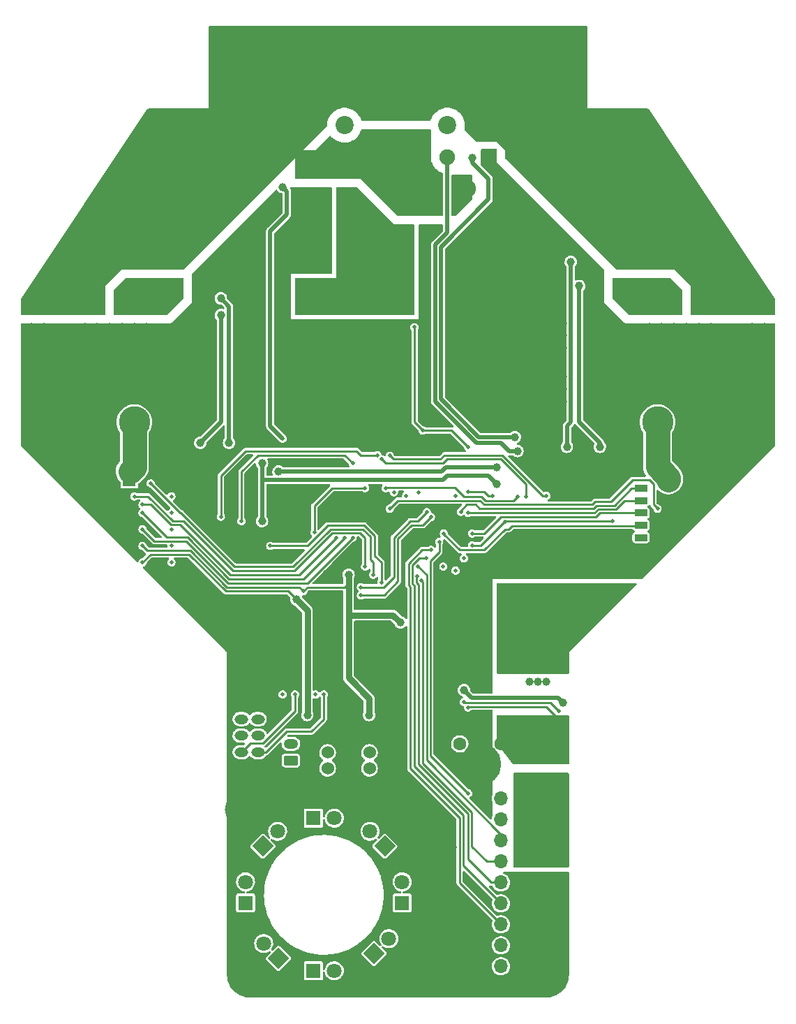
<source format=gbr>
G04 #@! TF.GenerationSoftware,KiCad,Pcbnew,(6.0.8)*
G04 #@! TF.CreationDate,2022-12-10T09:46:59+09:00*
G04 #@! TF.ProjectId,ORION_boost_v3,4f52494f-4e5f-4626-9f6f-73745f76332e,rev?*
G04 #@! TF.SameCoordinates,Original*
G04 #@! TF.FileFunction,Copper,L3,Inr*
G04 #@! TF.FilePolarity,Positive*
%FSLAX46Y46*%
G04 Gerber Fmt 4.6, Leading zero omitted, Abs format (unit mm)*
G04 Created by KiCad (PCBNEW (6.0.8)) date 2022-12-10 09:46:59*
%MOMM*%
%LPD*%
G01*
G04 APERTURE LIST*
G04 Aperture macros list*
%AMRoundRect*
0 Rectangle with rounded corners*
0 $1 Rounding radius*
0 $2 $3 $4 $5 $6 $7 $8 $9 X,Y pos of 4 corners*
0 Add a 4 corners polygon primitive as box body*
4,1,4,$2,$3,$4,$5,$6,$7,$8,$9,$2,$3,0*
0 Add four circle primitives for the rounded corners*
1,1,$1+$1,$2,$3*
1,1,$1+$1,$4,$5*
1,1,$1+$1,$6,$7*
1,1,$1+$1,$8,$9*
0 Add four rect primitives between the rounded corners*
20,1,$1+$1,$2,$3,$4,$5,0*
20,1,$1+$1,$4,$5,$6,$7,0*
20,1,$1+$1,$6,$7,$8,$9,0*
20,1,$1+$1,$8,$9,$2,$3,0*%
%AMRotRect*
0 Rectangle, with rotation*
0 The origin of the aperture is its center*
0 $1 length*
0 $2 width*
0 $3 Rotation angle, in degrees counterclockwise*
0 Add horizontal line*
21,1,$1,$2,0,0,$3*%
G04 Aperture macros list end*
G04 #@! TA.AperFunction,ComponentPad*
%ADD10O,2.800000X2.460000*%
G04 #@! TD*
G04 #@! TA.AperFunction,ComponentPad*
%ADD11R,3.800000X3.800000*%
G04 #@! TD*
G04 #@! TA.AperFunction,ComponentPad*
%ADD12C,3.800000*%
G04 #@! TD*
G04 #@! TA.AperFunction,ComponentPad*
%ADD13RoundRect,0.250000X0.625000X-0.350000X0.625000X0.350000X-0.625000X0.350000X-0.625000X-0.350000X0*%
G04 #@! TD*
G04 #@! TA.AperFunction,ComponentPad*
%ADD14O,1.750000X1.200000*%
G04 #@! TD*
G04 #@! TA.AperFunction,ComponentPad*
%ADD15C,1.524000*%
G04 #@! TD*
G04 #@! TA.AperFunction,ComponentPad*
%ADD16RoundRect,0.250000X-0.575000X0.350000X-0.575000X-0.350000X0.575000X-0.350000X0.575000X0.350000X0*%
G04 #@! TD*
G04 #@! TA.AperFunction,ComponentPad*
%ADD17O,1.650000X1.200000*%
G04 #@! TD*
G04 #@! TA.AperFunction,ComponentPad*
%ADD18R,1.700000X1.700000*%
G04 #@! TD*
G04 #@! TA.AperFunction,ComponentPad*
%ADD19O,1.700000X1.700000*%
G04 #@! TD*
G04 #@! TA.AperFunction,ComponentPad*
%ADD20RoundRect,0.500000X-0.500000X2.000000X-0.500000X-2.000000X0.500000X-2.000000X0.500000X2.000000X0*%
G04 #@! TD*
G04 #@! TA.AperFunction,ComponentPad*
%ADD21RoundRect,0.250000X1.150000X-0.980000X1.150000X0.980000X-1.150000X0.980000X-1.150000X-0.980000X0*%
G04 #@! TD*
G04 #@! TA.AperFunction,ComponentPad*
%ADD22C,5.000000*%
G04 #@! TD*
G04 #@! TA.AperFunction,ComponentPad*
%ADD23RoundRect,0.225000X0.575000X-0.225000X0.575000X0.225000X-0.575000X0.225000X-0.575000X-0.225000X0*%
G04 #@! TD*
G04 #@! TA.AperFunction,ComponentPad*
%ADD24R,1.600000X1.600000*%
G04 #@! TD*
G04 #@! TA.AperFunction,ComponentPad*
%ADD25C,1.600000*%
G04 #@! TD*
G04 #@! TA.AperFunction,ComponentPad*
%ADD26RoundRect,0.250000X0.980000X1.150000X-0.980000X1.150000X-0.980000X-1.150000X0.980000X-1.150000X0*%
G04 #@! TD*
G04 #@! TA.AperFunction,ComponentPad*
%ADD27O,2.460000X2.800000*%
G04 #@! TD*
G04 #@! TA.AperFunction,ComponentPad*
%ADD28RotRect,1.800000X1.800000X45.000000*%
G04 #@! TD*
G04 #@! TA.AperFunction,ComponentPad*
%ADD29C,1.800000*%
G04 #@! TD*
G04 #@! TA.AperFunction,ComponentPad*
%ADD30RotRect,1.800000X1.800000X135.000000*%
G04 #@! TD*
G04 #@! TA.AperFunction,ComponentPad*
%ADD31C,2.200000*%
G04 #@! TD*
G04 #@! TA.AperFunction,ComponentPad*
%ADD32R,1.800000X1.800000*%
G04 #@! TD*
G04 #@! TA.AperFunction,ComponentPad*
%ADD33R,1.905000X2.000000*%
G04 #@! TD*
G04 #@! TA.AperFunction,ComponentPad*
%ADD34O,1.905000X2.000000*%
G04 #@! TD*
G04 #@! TA.AperFunction,ComponentPad*
%ADD35C,1.905000*%
G04 #@! TD*
G04 #@! TA.AperFunction,ViaPad*
%ADD36C,1.000000*%
G04 #@! TD*
G04 #@! TA.AperFunction,ViaPad*
%ADD37C,0.500000*%
G04 #@! TD*
G04 #@! TA.AperFunction,ViaPad*
%ADD38C,4.000000*%
G04 #@! TD*
G04 #@! TA.AperFunction,Conductor*
%ADD39C,0.500000*%
G04 #@! TD*
G04 #@! TA.AperFunction,Conductor*
%ADD40C,3.000000*%
G04 #@! TD*
G04 #@! TA.AperFunction,Conductor*
%ADD41C,0.250000*%
G04 #@! TD*
G04 #@! TA.AperFunction,Conductor*
%ADD42C,0.800000*%
G04 #@! TD*
G04 APERTURE END LIST*
D10*
X165450000Y-78480000D03*
X165450000Y-74520000D03*
D11*
X88000000Y-89000000D03*
D12*
X93000000Y-89000000D03*
D13*
X112000000Y-130000000D03*
D14*
X112000000Y-128000000D03*
D15*
X121540000Y-130951000D03*
X119000000Y-130951000D03*
X116460000Y-130951000D03*
D16*
X108000000Y-123000000D03*
D17*
X106000000Y-123000000D03*
X108000000Y-125000000D03*
X106000000Y-125000000D03*
X108000000Y-127000000D03*
X106000000Y-127000000D03*
X108000000Y-129000000D03*
X106000000Y-129000000D03*
D18*
X137500000Y-157500000D03*
D19*
X137500000Y-154960000D03*
X137500000Y-152420000D03*
X137500000Y-149880000D03*
X137500000Y-147340000D03*
X137500000Y-144800000D03*
X137500000Y-142260000D03*
X137500000Y-139720000D03*
X137500000Y-137180000D03*
X137500000Y-134640000D03*
D20*
X142500000Y-127250000D03*
X142500000Y-134750000D03*
D21*
X84550000Y-78480000D03*
D10*
X84550000Y-74520000D03*
D15*
X116460000Y-129049000D03*
X119000000Y-129049000D03*
X121540000Y-129049000D03*
D11*
X161500000Y-89000000D03*
D12*
X156500000Y-89000000D03*
D22*
X142500000Y-140000000D03*
D23*
X154500000Y-104500000D03*
X154500000Y-103000000D03*
X154500000Y-101500000D03*
X154500000Y-100000000D03*
X154500000Y-98500000D03*
X154500000Y-97000000D03*
D22*
X135000000Y-130500000D03*
D24*
X92402651Y-96000000D03*
D25*
X87402651Y-96000000D03*
D24*
X157597349Y-96000000D03*
D25*
X162597349Y-96000000D03*
D26*
X91980000Y-74450000D03*
D27*
X88020000Y-74450000D03*
D28*
X108598439Y-140401561D03*
D29*
X110394490Y-138605510D03*
D30*
X123401561Y-140401561D03*
D29*
X121605510Y-138605510D03*
D31*
X146000000Y-53000000D03*
X131000000Y-53000000D03*
D25*
X132500000Y-128000000D03*
X137500000Y-128000000D03*
D32*
X106500000Y-147275000D03*
D29*
X106500000Y-144735000D03*
D32*
X114725000Y-155500000D03*
D29*
X117265000Y-155500000D03*
D30*
X110500000Y-154000000D03*
D29*
X108703949Y-152203949D03*
D33*
X136040000Y-56907500D03*
D34*
X133500000Y-60717500D03*
D35*
X130960000Y-56907500D03*
D32*
X125500000Y-147275000D03*
D29*
X125500000Y-144735000D03*
D26*
X161980000Y-74450000D03*
D27*
X158020000Y-74450000D03*
D28*
X122098439Y-153401561D03*
D29*
X123894490Y-151605510D03*
D32*
X114725000Y-137000000D03*
D29*
X117265000Y-137000000D03*
D31*
X103500000Y-53000000D03*
X118500000Y-53000000D03*
D36*
X116500000Y-51000000D03*
X133500000Y-51000000D03*
X82500000Y-75500000D03*
X82500000Y-74000000D03*
X167500000Y-75500000D03*
X167500000Y-74000000D03*
X113000000Y-59000000D03*
X97500000Y-72500000D03*
X97500000Y-74000000D03*
X96000000Y-75500000D03*
X96000000Y-74000000D03*
X96000000Y-72500000D03*
X152500000Y-72500000D03*
X152500000Y-74000000D03*
X154000000Y-75500000D03*
X154000000Y-74000000D03*
X154000000Y-72500000D03*
D37*
X111000000Y-122000000D03*
X112500000Y-122000000D03*
X115000000Y-122000000D03*
X116000000Y-122000000D03*
D36*
X125300000Y-113300000D03*
X114500000Y-59000000D03*
X114500000Y-57500000D03*
X87500000Y-85000000D03*
X143500000Y-80000000D03*
X136000000Y-72500000D03*
X145000000Y-77000000D03*
X136000000Y-69500000D03*
X115000000Y-65000000D03*
X113500000Y-80000000D03*
X143500000Y-75500000D03*
X158500000Y-83500000D03*
X96500000Y-85000000D03*
X116500000Y-66500000D03*
X140500000Y-75500000D03*
X93000000Y-80500000D03*
D38*
X128000000Y-151000000D03*
D36*
X149500000Y-77500000D03*
D37*
X149000000Y-104500000D03*
X146000000Y-104500000D03*
D36*
X91500000Y-77500000D03*
X112000000Y-68000000D03*
X155500000Y-83500000D03*
X161500000Y-80500000D03*
X99500000Y-85000000D03*
X112000000Y-86500000D03*
X106000000Y-66000000D03*
X98000000Y-83500000D03*
X87500000Y-83500000D03*
D37*
X113500000Y-103000000D03*
D36*
X133000000Y-74000000D03*
X115000000Y-66500000D03*
X133000000Y-66500000D03*
X110500000Y-71000000D03*
X160000000Y-83500000D03*
X80500000Y-82000000D03*
X137500000Y-74000000D03*
X142000000Y-74000000D03*
X115000000Y-68000000D03*
X168000000Y-80500000D03*
X155500000Y-79000000D03*
X134500000Y-80000000D03*
X96500000Y-86500000D03*
X160000000Y-85000000D03*
X140500000Y-80000000D03*
X113500000Y-85000000D03*
X157000000Y-83500000D03*
X149500000Y-85000000D03*
X110500000Y-83500000D03*
X107500000Y-69500000D03*
X90500000Y-83500000D03*
X139000000Y-63500000D03*
X139000000Y-65000000D03*
X163000000Y-80500000D03*
X142000000Y-75500000D03*
D38*
X97500000Y-79000000D03*
D36*
X155500000Y-77500000D03*
X161500000Y-85000000D03*
X86000000Y-83500000D03*
X86000000Y-85000000D03*
X107500000Y-68000000D03*
X113500000Y-83500000D03*
X166000000Y-83500000D03*
X143500000Y-83500000D03*
X108000000Y-83500000D03*
X140500000Y-71000000D03*
X151000000Y-85000000D03*
X115000000Y-83500000D03*
X115000000Y-80000000D03*
X102500000Y-85000000D03*
X126500000Y-133000000D03*
X109000000Y-63000000D03*
X140500000Y-85000000D03*
X143500000Y-78500000D03*
X148000000Y-85000000D03*
D37*
X116156233Y-107156233D03*
D36*
X106000000Y-80000000D03*
X134500000Y-77000000D03*
X160000000Y-77500000D03*
X140500000Y-65000000D03*
X137500000Y-59000000D03*
X94500000Y-80500000D03*
X140500000Y-68000000D03*
X140500000Y-86500000D03*
X168000000Y-77500000D03*
X143500000Y-74000000D03*
X101000000Y-86500000D03*
X136000000Y-83500000D03*
X90000000Y-80500000D03*
X113500000Y-63500000D03*
X88500000Y-79000000D03*
X87000000Y-77500000D03*
X80500000Y-77500000D03*
X113500000Y-65000000D03*
X134500000Y-74000000D03*
X133000000Y-78500000D03*
X143500000Y-65000000D03*
X137500000Y-65000000D03*
X145000000Y-85000000D03*
X107500000Y-75500000D03*
D38*
X82000000Y-86000000D03*
D36*
X89000000Y-85000000D03*
X90000000Y-79000000D03*
X134500000Y-71000000D03*
X93500000Y-85000000D03*
X110500000Y-72500000D03*
X129825500Y-112100000D03*
X137500000Y-78500000D03*
X108000000Y-64000000D03*
X133000000Y-80000000D03*
X136000000Y-68000000D03*
D38*
X82000000Y-91000000D03*
D36*
X106500000Y-85000000D03*
X100500000Y-79000000D03*
X137000000Y-61000000D03*
X110000000Y-62000000D03*
X91500000Y-79000000D03*
X143500000Y-72500000D03*
X140500000Y-77000000D03*
X139000000Y-69500000D03*
D37*
X99500000Y-108000000D03*
D36*
X137000000Y-62500000D03*
X112000000Y-65000000D03*
X107000000Y-65000000D03*
X110500000Y-77000000D03*
X107500000Y-72500000D03*
X136000000Y-85000000D03*
X142000000Y-68000000D03*
X102500000Y-83500000D03*
X116500000Y-69500000D03*
X136000000Y-74000000D03*
X154000000Y-86500000D03*
X157000000Y-85000000D03*
D37*
X116000000Y-94000000D03*
D36*
X91500000Y-80500000D03*
X93000000Y-79000000D03*
X139000000Y-74000000D03*
X139000000Y-75500000D03*
X89000000Y-83500000D03*
X94500000Y-79000000D03*
X161500000Y-77500000D03*
X87000000Y-79000000D03*
X107500000Y-80000000D03*
X139000000Y-85000000D03*
X107500000Y-74000000D03*
X140500000Y-66500000D03*
X140500000Y-83500000D03*
X82000000Y-80500000D03*
X139000000Y-71000000D03*
X155500000Y-80500000D03*
X134500000Y-66500000D03*
X143500000Y-77000000D03*
X158500000Y-79000000D03*
X152500000Y-83500000D03*
X143500000Y-68000000D03*
X94500000Y-77500000D03*
X144500000Y-66000000D03*
X134500000Y-83500000D03*
X133500000Y-113500000D03*
X168000000Y-82000000D03*
X137500000Y-77000000D03*
X164500000Y-85000000D03*
X106000000Y-68000000D03*
X108000000Y-85000000D03*
X113500000Y-66500000D03*
X145000000Y-83500000D03*
D37*
X120000000Y-104500000D03*
D36*
X113500000Y-68000000D03*
X157000000Y-79000000D03*
X115000000Y-69500000D03*
D38*
X106000000Y-136000000D03*
D36*
X110500000Y-74000000D03*
D38*
X152500000Y-79000000D03*
D36*
X140500000Y-74000000D03*
X149500000Y-80500000D03*
X108000000Y-86500000D03*
X106000000Y-74000000D03*
D38*
X168000000Y-91000000D03*
D36*
X140500000Y-78500000D03*
D38*
X128000000Y-136000000D03*
D36*
X133000000Y-69500000D03*
X100500000Y-77500000D03*
D37*
X119000000Y-99500000D03*
D36*
X155500000Y-86500000D03*
X141500000Y-63000000D03*
X140500000Y-69500000D03*
X102000000Y-79000000D03*
X142000000Y-86500000D03*
X112000000Y-85000000D03*
X110500000Y-66500000D03*
X88500000Y-80500000D03*
X137500000Y-68000000D03*
X157000000Y-80500000D03*
X154000000Y-83500000D03*
X134500000Y-78500000D03*
X139000000Y-66500000D03*
D38*
X107000000Y-156000000D03*
D36*
X116500000Y-68000000D03*
X107500000Y-78500000D03*
X113500000Y-62000000D03*
X106000000Y-77000000D03*
D37*
X111000000Y-101500000D03*
D36*
X140500000Y-62000000D03*
X163000000Y-77500000D03*
X137500000Y-71000000D03*
X133000000Y-71000000D03*
X136000000Y-65000000D03*
X139000000Y-80000000D03*
X112000000Y-69500000D03*
X112000000Y-80000000D03*
X142000000Y-80000000D03*
X102500000Y-86500000D03*
X106000000Y-75500000D03*
X152500000Y-86500000D03*
X112000000Y-83500000D03*
X139000000Y-77000000D03*
X136000000Y-78500000D03*
X161500000Y-83500000D03*
X137500000Y-75500000D03*
X106000000Y-78500000D03*
X119000000Y-123000000D03*
X151000000Y-83500000D03*
X145000000Y-78500000D03*
X134500000Y-75500000D03*
X148000000Y-83500000D03*
X136000000Y-75500000D03*
X134500000Y-69500000D03*
X115000000Y-62000000D03*
X92000000Y-85000000D03*
X136000000Y-80000000D03*
D37*
X139000000Y-103500000D03*
D36*
X151000000Y-86500000D03*
D37*
X112000000Y-94000000D03*
D36*
X102000000Y-77500000D03*
X107500000Y-66500000D03*
X145000000Y-80000000D03*
X137500000Y-66500000D03*
X106000000Y-72500000D03*
X110500000Y-69500000D03*
X116500000Y-80000000D03*
X140500000Y-72500000D03*
X106500000Y-83500000D03*
X138500000Y-60000000D03*
X136000000Y-66500000D03*
X110500000Y-85000000D03*
X136000000Y-77000000D03*
X82000000Y-79000000D03*
D37*
X125000000Y-99500000D03*
D36*
X160000000Y-79000000D03*
X92000000Y-83500000D03*
X163000000Y-83500000D03*
X161500000Y-79000000D03*
X169500000Y-77500000D03*
X90500000Y-85000000D03*
X82000000Y-77500000D03*
X155500000Y-85000000D03*
X133000000Y-75500000D03*
X149500000Y-86500000D03*
X163000000Y-79000000D03*
X142000000Y-83500000D03*
X149500000Y-83500000D03*
X137500000Y-80000000D03*
X88500000Y-77500000D03*
X139500000Y-61000000D03*
X148000000Y-80500000D03*
X102000000Y-80500000D03*
X99500000Y-83500000D03*
X142000000Y-72500000D03*
X163000000Y-85000000D03*
X93500000Y-83500000D03*
X134500000Y-68000000D03*
X142000000Y-66500000D03*
X168000000Y-79000000D03*
X93000000Y-77500000D03*
X145000000Y-86500000D03*
D37*
X102500000Y-99000000D03*
D36*
X149500000Y-79000000D03*
X169500000Y-79000000D03*
X148000000Y-86500000D03*
X107500000Y-77000000D03*
X137500000Y-86500000D03*
X139000000Y-72500000D03*
X133000000Y-68000000D03*
X110500000Y-63500000D03*
X137500000Y-72500000D03*
X98000000Y-85000000D03*
X98000000Y-86500000D03*
X139000000Y-86500000D03*
X148000000Y-77500000D03*
X142000000Y-78500000D03*
X95000000Y-86500000D03*
X106500000Y-86500000D03*
X157000000Y-77500000D03*
X137500000Y-83500000D03*
X110500000Y-75500000D03*
X116500000Y-63500000D03*
X142000000Y-77000000D03*
X110500000Y-80000000D03*
X169500000Y-80500000D03*
X143500000Y-85000000D03*
X80500000Y-80500000D03*
D38*
X168000000Y-86000000D03*
D36*
X139000000Y-78500000D03*
D37*
X96500000Y-108000000D03*
D36*
X109000000Y-65000000D03*
X100500000Y-80500000D03*
X143500000Y-86500000D03*
X134500000Y-72500000D03*
X139000000Y-68000000D03*
X82000000Y-82000000D03*
X113500000Y-69500000D03*
X137500000Y-85000000D03*
X107500000Y-71000000D03*
X96500000Y-83500000D03*
X115000000Y-63500000D03*
X80500000Y-79000000D03*
D37*
X131900500Y-140500000D03*
D36*
X142000000Y-69500000D03*
D38*
X143000000Y-156000000D03*
D36*
X143500000Y-71000000D03*
X101000000Y-85000000D03*
X148000000Y-79000000D03*
X164500000Y-83500000D03*
X142000000Y-85000000D03*
X154000000Y-85000000D03*
X101000000Y-83500000D03*
D37*
X127189363Y-100376896D03*
D36*
X87000000Y-80500000D03*
X142000000Y-71000000D03*
X133000000Y-72500000D03*
X139000000Y-83500000D03*
X160000000Y-80500000D03*
X110500000Y-86500000D03*
X158500000Y-85000000D03*
X119000000Y-124500000D03*
X116500000Y-65000000D03*
X112000000Y-66500000D03*
X95000000Y-83500000D03*
X169500000Y-82000000D03*
X136000000Y-71000000D03*
X143500000Y-69500000D03*
D38*
X126000000Y-156000000D03*
D36*
X133000000Y-77000000D03*
X116500000Y-62000000D03*
X158500000Y-77500000D03*
X142500000Y-64000000D03*
X95000000Y-85000000D03*
X90000000Y-77500000D03*
X110500000Y-78500000D03*
X110500000Y-68000000D03*
X137500000Y-69500000D03*
X84500000Y-83500000D03*
D37*
X126000000Y-100500000D03*
D36*
X152500000Y-85000000D03*
X158500000Y-80500000D03*
X99500000Y-86500000D03*
D37*
X134000000Y-103925500D03*
D36*
X121500000Y-124500000D03*
D37*
X113500000Y-109500000D03*
X94000000Y-104000000D03*
X151000000Y-101000000D03*
D36*
X119000000Y-107500000D03*
D37*
X138000000Y-101074500D03*
D36*
X107500000Y-48000000D03*
X164500000Y-72500000D03*
X124000000Y-43500000D03*
X133500000Y-49500000D03*
X133500000Y-48000000D03*
X110500000Y-52500000D03*
X166000000Y-72500000D03*
X92000000Y-60000000D03*
X90500000Y-64500000D03*
X145500000Y-49500000D03*
X115000000Y-52500000D03*
X121000000Y-48000000D03*
X116500000Y-42000000D03*
X81000000Y-72500000D03*
X104500000Y-46500000D03*
X113500000Y-45000000D03*
X138000000Y-54000000D03*
X147000000Y-42000000D03*
X169000000Y-72500000D03*
X93500000Y-55500000D03*
X112000000Y-49500000D03*
X113500000Y-48000000D03*
X129000000Y-42000000D03*
X139500000Y-54000000D03*
X156500000Y-60000000D03*
X160500000Y-68500000D03*
X135000000Y-43500000D03*
X103000000Y-42000000D03*
X130500000Y-46500000D03*
X104500000Y-49500000D03*
X104500000Y-45000000D03*
X121000000Y-46500000D03*
X109000000Y-48000000D03*
X110500000Y-48000000D03*
X159500000Y-60000000D03*
X110500000Y-46500000D03*
X124000000Y-45000000D03*
X103000000Y-49500000D03*
X158000000Y-60000000D03*
X145500000Y-45000000D03*
X115000000Y-49500000D03*
X158500000Y-66500000D03*
X144000000Y-54000000D03*
X142500000Y-46500000D03*
X169000000Y-74000000D03*
X139500000Y-48000000D03*
X113500000Y-42000000D03*
X130500000Y-45000000D03*
X144000000Y-48000000D03*
X90500000Y-60000000D03*
X119500000Y-46500000D03*
X130500000Y-43500000D03*
X90500000Y-61500000D03*
X139500000Y-45000000D03*
X138000000Y-46500000D03*
X142500000Y-49500000D03*
X118000000Y-45000000D03*
X159500000Y-67500000D03*
X110500000Y-49500000D03*
X126000000Y-45000000D03*
X142500000Y-42000000D03*
X141000000Y-42000000D03*
X92000000Y-61500000D03*
X109000000Y-54000000D03*
X138000000Y-45000000D03*
X136500000Y-54000000D03*
X133500000Y-45000000D03*
X109000000Y-43500000D03*
X121000000Y-43500000D03*
X127500000Y-42000000D03*
X145500000Y-46500000D03*
X115000000Y-43500000D03*
X119500000Y-45000000D03*
X135000000Y-46500000D03*
X159500000Y-64500000D03*
X103000000Y-48000000D03*
X119500000Y-43500000D03*
X158000000Y-61500000D03*
X106000000Y-42000000D03*
X161500000Y-72500000D03*
X92000000Y-57000000D03*
X110500000Y-51000000D03*
X115000000Y-45000000D03*
X81000000Y-74000000D03*
X106000000Y-45000000D03*
X106000000Y-46500000D03*
X107500000Y-43500000D03*
X107500000Y-51000000D03*
X142500000Y-48000000D03*
X132000000Y-48000000D03*
X139500000Y-49500000D03*
X107500000Y-54000000D03*
X116500000Y-48000000D03*
X158000000Y-63000000D03*
D38*
X152500000Y-53000000D03*
D36*
X132000000Y-46500000D03*
X132000000Y-43500000D03*
X142500000Y-54000000D03*
X112000000Y-52500000D03*
X141000000Y-43500000D03*
X93500000Y-54000000D03*
X109000000Y-45000000D03*
X103000000Y-45000000D03*
X81000000Y-75500000D03*
X141000000Y-51000000D03*
X106000000Y-54000000D03*
X88500000Y-69500000D03*
X113500000Y-43500000D03*
X159500000Y-63000000D03*
X109000000Y-49500000D03*
X110500000Y-54000000D03*
X139500000Y-43500000D03*
X138000000Y-43500000D03*
X133500000Y-46500000D03*
X116500000Y-43500000D03*
X144000000Y-42000000D03*
X127500000Y-45000000D03*
X93500000Y-64500000D03*
X92000000Y-63000000D03*
X121000000Y-49500000D03*
X141000000Y-54000000D03*
X136500000Y-46500000D03*
X129000000Y-49500000D03*
X122500000Y-43500000D03*
X141000000Y-49500000D03*
X132000000Y-42000000D03*
X147000000Y-43500000D03*
X136500000Y-51000000D03*
X92000000Y-58500000D03*
X106000000Y-51000000D03*
X90500000Y-63000000D03*
X115000000Y-51000000D03*
D38*
X97500000Y-53000000D03*
D36*
X110500000Y-45000000D03*
X142500000Y-43500000D03*
X116500000Y-49500000D03*
X135000000Y-52500000D03*
X122500000Y-42000000D03*
X156500000Y-61500000D03*
X147000000Y-45000000D03*
X144000000Y-43500000D03*
X142500000Y-52500000D03*
X135000000Y-45000000D03*
X107500000Y-49500000D03*
X106000000Y-43500000D03*
X118000000Y-48000000D03*
X88500000Y-72500000D03*
X107500000Y-45000000D03*
X129000000Y-46500000D03*
X104500000Y-43500000D03*
X163000000Y-72500000D03*
X115000000Y-48000000D03*
X113500000Y-51000000D03*
X112000000Y-54000000D03*
X144000000Y-46500000D03*
X161500000Y-69500000D03*
X144000000Y-45000000D03*
X130500000Y-48000000D03*
X129000000Y-43500000D03*
X118000000Y-42000000D03*
X93500000Y-61500000D03*
X112000000Y-48000000D03*
X109000000Y-52500000D03*
X103000000Y-46500000D03*
X107500000Y-42000000D03*
X82500000Y-72500000D03*
X158000000Y-58500000D03*
X104500000Y-48000000D03*
X156500000Y-55500000D03*
X156500000Y-57000000D03*
X144000000Y-52500000D03*
X115000000Y-46500000D03*
X133500000Y-42000000D03*
X139500000Y-52500000D03*
X107500000Y-52500000D03*
X126000000Y-43500000D03*
X145500000Y-48000000D03*
X93500000Y-58500000D03*
X135000000Y-48000000D03*
X113500000Y-49500000D03*
X89500000Y-68500000D03*
X103000000Y-43500000D03*
X130500000Y-42000000D03*
X138000000Y-49500000D03*
X130500000Y-49500000D03*
X116500000Y-45000000D03*
X109000000Y-46500000D03*
X147000000Y-49500000D03*
X107500000Y-46500000D03*
X119500000Y-42000000D03*
X139500000Y-46500000D03*
X93500000Y-63000000D03*
X109000000Y-42000000D03*
X136500000Y-49500000D03*
X158000000Y-57000000D03*
X93500000Y-60000000D03*
X113500000Y-52500000D03*
X119500000Y-48000000D03*
X124000000Y-42000000D03*
X110500000Y-43500000D03*
X144000000Y-51000000D03*
X119500000Y-49500000D03*
X106000000Y-49500000D03*
X156500000Y-54000000D03*
X112000000Y-42000000D03*
X109000000Y-51000000D03*
X139500000Y-42000000D03*
X136500000Y-48000000D03*
X135000000Y-42000000D03*
X106000000Y-52500000D03*
X121000000Y-45000000D03*
X138000000Y-52500000D03*
X129000000Y-48000000D03*
X121000000Y-42000000D03*
X135000000Y-51000000D03*
X104500000Y-42000000D03*
X142500000Y-51000000D03*
X156500000Y-58500000D03*
X118000000Y-49500000D03*
X141000000Y-46500000D03*
X118000000Y-43500000D03*
X167500000Y-72500000D03*
X112000000Y-51000000D03*
X136500000Y-52500000D03*
X169000000Y-75500000D03*
X91500000Y-66500000D03*
X106000000Y-48000000D03*
X147000000Y-48000000D03*
X144000000Y-49500000D03*
X115000000Y-42000000D03*
X116500000Y-46500000D03*
X141000000Y-45000000D03*
X145500000Y-43500000D03*
X90500000Y-67500000D03*
X126000000Y-42000000D03*
X129000000Y-45000000D03*
X159500000Y-61500000D03*
X132000000Y-45000000D03*
X156500000Y-63000000D03*
X132000000Y-49500000D03*
X127500000Y-43500000D03*
X136500000Y-45000000D03*
X112000000Y-43500000D03*
X136500000Y-42000000D03*
X110500000Y-42000000D03*
X92500000Y-65500000D03*
X138000000Y-42000000D03*
X112000000Y-45000000D03*
X84000000Y-72500000D03*
X141000000Y-48000000D03*
X156500000Y-64500000D03*
X145500000Y-42000000D03*
X141000000Y-52500000D03*
X142500000Y-45000000D03*
X118000000Y-46500000D03*
X135000000Y-49500000D03*
X133500000Y-43500000D03*
X147000000Y-46500000D03*
X138000000Y-51000000D03*
X138000000Y-48000000D03*
X139500000Y-51000000D03*
X93500000Y-57000000D03*
X85500000Y-72500000D03*
X87000000Y-72500000D03*
X136500000Y-43500000D03*
X113500000Y-54000000D03*
X113500000Y-46500000D03*
X161500000Y-71000000D03*
X122500000Y-45000000D03*
X112000000Y-46500000D03*
X157500000Y-65500000D03*
X88500000Y-71000000D03*
X137000000Y-94500000D03*
X110500000Y-95000000D03*
X112675500Y-110500000D03*
X114000000Y-124500000D03*
X137000000Y-96500000D03*
D37*
X94000000Y-106000000D03*
D36*
X108500000Y-101000000D03*
X108500000Y-94000000D03*
X124000000Y-75500000D03*
X122500000Y-74000000D03*
X124000000Y-69500000D03*
X139000000Y-118000000D03*
X148000000Y-110500000D03*
X119500000Y-72500000D03*
X137500000Y-109000000D03*
X119500000Y-71000000D03*
X125500000Y-69500000D03*
X118000000Y-68000000D03*
X137500000Y-115000000D03*
X121000000Y-71000000D03*
X145000000Y-109000000D03*
X140500000Y-109000000D03*
X143500000Y-110500000D03*
X121000000Y-72500000D03*
X148000000Y-113500000D03*
X124000000Y-68000000D03*
X146500000Y-112000000D03*
X137500000Y-113500000D03*
X145000000Y-113500000D03*
X139000000Y-109000000D03*
X122500000Y-66500000D03*
X140500000Y-110500000D03*
X125500000Y-72500000D03*
X140500000Y-113500000D03*
X124000000Y-74000000D03*
X118000000Y-71000000D03*
X146500000Y-109000000D03*
X148000000Y-112000000D03*
X121000000Y-75500000D03*
X142000000Y-113500000D03*
X148000000Y-109000000D03*
X146500000Y-113500000D03*
X121000000Y-65000000D03*
X140500000Y-118000000D03*
X137500000Y-118000000D03*
X140500000Y-115000000D03*
X140500000Y-116500000D03*
X142000000Y-112000000D03*
X122500000Y-68000000D03*
X119500000Y-74000000D03*
X118000000Y-65000000D03*
X118000000Y-75500000D03*
X139000000Y-110500000D03*
X137500000Y-110500000D03*
X151000000Y-109000000D03*
X145000000Y-115000000D03*
X122500000Y-75500000D03*
X146500000Y-110500000D03*
X121000000Y-69500000D03*
X124000000Y-72500000D03*
X149500000Y-112000000D03*
X122500000Y-72500000D03*
X143500000Y-115000000D03*
X152500000Y-109000000D03*
X118000000Y-62000000D03*
X118000000Y-74000000D03*
X125500000Y-75500000D03*
X124000000Y-66500000D03*
X122500000Y-69500000D03*
X119500000Y-66500000D03*
X121000000Y-63500000D03*
X119500000Y-63500000D03*
X125500000Y-71000000D03*
X142000000Y-109000000D03*
X145000000Y-110500000D03*
X125500000Y-68000000D03*
X143500000Y-109000000D03*
X151000000Y-110500000D03*
X143500000Y-113500000D03*
X121000000Y-68000000D03*
X121000000Y-74000000D03*
X142000000Y-118000000D03*
X149500000Y-110500000D03*
X149500000Y-109000000D03*
X143500000Y-112000000D03*
X119500000Y-62000000D03*
X118000000Y-63500000D03*
X137500000Y-116500000D03*
X143500000Y-116500000D03*
X122500000Y-65000000D03*
X119500000Y-65000000D03*
X142000000Y-115000000D03*
X118000000Y-69500000D03*
X145000000Y-116500000D03*
X146500000Y-115000000D03*
X139000000Y-116500000D03*
X145000000Y-112000000D03*
X139000000Y-112000000D03*
X118000000Y-66500000D03*
X121000000Y-66500000D03*
X125500000Y-66500000D03*
X139000000Y-113500000D03*
X139000000Y-115000000D03*
X142000000Y-110500000D03*
X124000000Y-71000000D03*
X125500000Y-74000000D03*
X119500000Y-69500000D03*
X140500000Y-112000000D03*
X142000000Y-116500000D03*
X119500000Y-75500000D03*
X119500000Y-68000000D03*
X118000000Y-72500000D03*
X137500000Y-112000000D03*
X122500000Y-71000000D03*
D37*
X94000000Y-102000000D03*
X119500000Y-103000000D03*
X97500000Y-106000000D03*
X118500000Y-103000000D03*
X94000000Y-100000000D03*
X97500000Y-104000000D03*
X124000000Y-99500000D03*
X156500000Y-99500000D03*
X133500000Y-100000000D03*
X132624000Y-99875500D03*
X128500000Y-99925500D03*
X120500000Y-109000000D03*
X120500000Y-110000000D03*
X129000000Y-100500000D03*
X134000000Y-102500000D03*
X130574500Y-102500000D03*
D36*
X139500000Y-92500000D03*
D37*
X97500000Y-102000000D03*
X97500000Y-100000000D03*
X126000000Y-97925500D03*
X130500000Y-106500000D03*
X132000000Y-107000000D03*
X127500000Y-97500000D03*
D36*
X141000000Y-120500000D03*
X142000000Y-120500000D03*
D37*
X144500000Y-124000000D03*
X133000000Y-122925500D03*
D36*
X143000000Y-120500000D03*
D37*
X144500000Y-125000000D03*
X133500000Y-123574500D03*
X117500000Y-103000000D03*
X94000000Y-99000000D03*
X139500000Y-98000000D03*
X123500000Y-97000000D03*
X121000000Y-97000000D03*
X114843767Y-102343767D03*
X119500000Y-94000000D03*
X106000000Y-101000000D03*
X140500000Y-98000000D03*
X123000000Y-93500000D03*
X124500000Y-97500000D03*
X130000000Y-103500000D03*
X133500000Y-134000000D03*
X124000000Y-93074500D03*
X143000000Y-97925500D03*
X103500000Y-100457371D03*
X122500000Y-93000000D03*
X111000000Y-91000000D03*
D36*
X111000000Y-60500000D03*
D37*
X127000000Y-77500000D03*
X128000000Y-90000000D03*
X133500000Y-92000000D03*
X133500000Y-97425500D03*
X136500000Y-97925500D03*
X133000000Y-105500000D03*
X132000000Y-97925500D03*
X129000000Y-104500000D03*
X127806516Y-108193484D03*
X128399930Y-105525570D03*
X127306516Y-107693484D03*
X127425500Y-106500000D03*
X109500000Y-104000000D03*
X123000000Y-108425500D03*
X95000000Y-96425500D03*
X122000000Y-107500000D03*
X121000000Y-106500000D03*
X93000000Y-98000000D03*
D36*
X101000000Y-91500000D03*
X103500000Y-76000000D03*
X134000000Y-57000000D03*
X139171398Y-90828602D03*
D37*
X97500000Y-98000000D03*
D36*
X145000000Y-123000000D03*
X133000000Y-121500000D03*
X116000000Y-56000000D03*
X116000000Y-57500000D03*
X116000000Y-59000000D03*
X94500000Y-72500000D03*
X94500000Y-74000000D03*
X94500000Y-75500000D03*
X155500000Y-72500000D03*
X155500000Y-75500000D03*
X155500000Y-74000000D03*
X103498268Y-73988969D03*
X104500000Y-91500000D03*
X147000000Y-72500000D03*
X149500000Y-92000000D03*
X145975500Y-69579502D03*
X145500000Y-92000000D03*
D39*
X109500000Y-89500000D02*
X111000000Y-91000000D01*
X111500000Y-63843503D02*
X109500000Y-65843503D01*
X111000000Y-60500000D02*
X111500000Y-61000000D01*
X111500000Y-61000000D02*
X111500000Y-63843503D01*
X109500000Y-65843503D02*
X109500000Y-89500000D01*
D40*
X93000000Y-89000000D02*
X93000000Y-94500000D01*
X93000000Y-94500000D02*
X92500000Y-95000000D01*
X157825000Y-95744060D02*
X157825000Y-96000000D01*
X156500000Y-94419060D02*
X157825000Y-95744060D01*
X156500000Y-89000000D02*
X156500000Y-94419060D01*
D39*
X147000000Y-89000000D02*
X147000000Y-72500000D01*
X149500000Y-91500000D02*
X147000000Y-89000000D01*
X149500000Y-92000000D02*
X149500000Y-91500000D01*
X145500000Y-89451000D02*
X145975500Y-88975500D01*
X145500000Y-92000000D02*
X145500000Y-89451000D01*
X145975500Y-88975500D02*
X145975500Y-69579502D01*
X138474784Y-92500000D02*
X139500000Y-92500000D01*
X137503386Y-91528602D02*
X138474784Y-92500000D01*
X129500000Y-67510050D02*
X129500000Y-86500000D01*
X129500000Y-86500000D02*
X134528602Y-91528602D01*
X130960000Y-56907500D02*
X130960000Y-66050050D01*
X130960000Y-66050050D02*
X129500000Y-67510050D01*
X134528602Y-91528602D02*
X137503386Y-91528602D01*
D41*
X138831586Y-101575000D02*
X154425000Y-101575000D01*
X154425000Y-101575000D02*
X154500000Y-101500000D01*
X132500000Y-104500000D02*
X135500000Y-104500000D01*
X138000000Y-102000000D02*
X138406586Y-102000000D01*
X138406586Y-102000000D02*
X138831586Y-101575000D01*
X130574500Y-102574500D02*
X132500000Y-104500000D01*
X135500000Y-104500000D02*
X138000000Y-102000000D01*
X130574500Y-102500000D02*
X130574500Y-102574500D01*
X122193198Y-105193198D02*
X122193198Y-102806802D01*
X120886396Y-101500000D02*
X122193198Y-102806802D01*
X123000000Y-108425500D02*
X123000000Y-106000000D01*
X123000000Y-106000000D02*
X122193198Y-105193198D01*
X121625000Y-105625000D02*
X121625000Y-102875000D01*
X122000000Y-106000000D02*
X121625000Y-105625000D01*
X120725000Y-101975000D02*
X121625000Y-102875000D01*
X122000000Y-107500000D02*
X122000000Y-106000000D01*
X116500000Y-101500000D02*
X120886396Y-101500000D01*
X114000000Y-104000000D02*
X116500000Y-101500000D01*
X109500000Y-104000000D02*
X114000000Y-104000000D01*
X116812689Y-101975000D02*
X120725000Y-101975000D01*
X105136396Y-106500000D02*
X112287689Y-106500000D01*
X112287689Y-106500000D02*
X116812689Y-101975000D01*
X98636396Y-100000000D02*
X105136396Y-106500000D01*
X98574500Y-100000000D02*
X98636396Y-100000000D01*
X95000000Y-96425500D02*
X98574500Y-100000000D01*
X109000000Y-129000000D02*
X108000000Y-129000000D01*
X111500000Y-126500000D02*
X109000000Y-129000000D01*
X114500000Y-126500000D02*
X111500000Y-126500000D01*
X116000000Y-125000000D02*
X114500000Y-126500000D01*
X116000000Y-122000000D02*
X116000000Y-125000000D01*
X107075000Y-127925000D02*
X108608148Y-127925000D01*
X108608148Y-127925000D02*
X112500000Y-124033148D01*
X106000000Y-129000000D02*
X107075000Y-127925000D01*
X112500000Y-124033148D02*
X112500000Y-122000000D01*
X135074500Y-103925500D02*
X134000000Y-103925500D01*
X138000000Y-101074500D02*
X137925500Y-101074500D01*
X137925500Y-101074500D02*
X135074500Y-103925500D01*
X138074500Y-101000000D02*
X151000000Y-101000000D01*
X138000000Y-101074500D02*
X138074500Y-101000000D01*
D42*
X125300000Y-113300000D02*
X124400000Y-112400000D01*
X124400000Y-112400000D02*
X119000000Y-112400000D01*
X119000000Y-112400000D02*
X119000000Y-120000000D01*
X119000000Y-108500000D02*
X119000000Y-112400000D01*
D39*
X126123104Y-100376896D02*
X126000000Y-100500000D01*
X125000000Y-99500000D02*
X126000000Y-100500000D01*
X127189363Y-100376896D02*
X126123104Y-100376896D01*
D41*
X99802208Y-104575000D02*
X94575000Y-104575000D01*
X113500000Y-109500000D02*
X113000000Y-109000000D01*
D42*
X119000000Y-107500000D02*
X119000000Y-108500000D01*
X121500000Y-122500000D02*
X121500000Y-124500000D01*
D41*
X114000000Y-109000000D02*
X118500000Y-109000000D01*
X118500000Y-109000000D02*
X119000000Y-108500000D01*
X113500000Y-109500000D02*
X114000000Y-109000000D01*
D42*
X119000000Y-120000000D02*
X121500000Y-122500000D01*
D41*
X113000000Y-109000000D02*
X104227208Y-109000000D01*
X104227208Y-109000000D02*
X99802208Y-104575000D01*
X94575000Y-104575000D02*
X94000000Y-104000000D01*
D39*
X130313173Y-95000000D02*
X110500000Y-95000000D01*
X130813173Y-94500000D02*
X130313173Y-95000000D01*
X137000000Y-94500000D02*
X130813173Y-94500000D01*
D41*
X104090812Y-109500000D02*
X99615812Y-105025000D01*
D42*
X112675500Y-110500000D02*
X114000000Y-111824500D01*
D39*
X108500000Y-101000000D02*
X108500000Y-96000000D01*
X137000000Y-96500000D02*
X136000000Y-95500000D01*
X136000000Y-95500000D02*
X131000000Y-95500000D01*
D41*
X111675500Y-109500000D02*
X104090812Y-109500000D01*
D39*
X131000000Y-95500000D02*
X130500000Y-96000000D01*
D41*
X94975000Y-105025000D02*
X94000000Y-106000000D01*
D39*
X130500000Y-96000000D02*
X108500000Y-96000000D01*
D42*
X114000000Y-111824500D02*
X114000000Y-124500000D01*
D41*
X112675500Y-110500000D02*
X111675500Y-109500000D01*
D39*
X108500000Y-94000000D02*
X108500000Y-96000000D01*
D41*
X99615812Y-105025000D02*
X94975000Y-105025000D01*
X114000000Y-108500000D02*
X104363604Y-108500000D01*
X104363604Y-108500000D02*
X99288604Y-103425000D01*
X119500000Y-103000000D02*
X114000000Y-108500000D01*
X99288604Y-103425000D02*
X95425000Y-103425000D01*
X95425000Y-103425000D02*
X94000000Y-102000000D01*
X113500000Y-108000000D02*
X104500000Y-108000000D01*
X99475000Y-102975000D02*
X96975000Y-102975000D01*
X118500000Y-103000000D02*
X113500000Y-108000000D01*
X104500000Y-108000000D02*
X99475000Y-102975000D01*
X96975000Y-102975000D02*
X94000000Y-100000000D01*
X156000000Y-99000000D02*
X156500000Y-99500000D01*
X153500000Y-96000000D02*
X155500000Y-96000000D01*
X150850000Y-98650000D02*
X153500000Y-96000000D01*
X156000000Y-96500000D02*
X156000000Y-99000000D01*
X148940812Y-98650000D02*
X150850000Y-98650000D01*
X148590812Y-99000000D02*
X148940812Y-98650000D01*
X125000000Y-98500000D02*
X134949568Y-98500000D01*
X124000000Y-99500000D02*
X125000000Y-98500000D01*
X134949568Y-98500000D02*
X135449568Y-99000000D01*
X135449568Y-99000000D02*
X148590812Y-99000000D01*
X155500000Y-96000000D02*
X156000000Y-96500000D01*
X149313604Y-99550000D02*
X151450000Y-99550000D01*
X151450000Y-99550000D02*
X152500000Y-98500000D01*
X152500000Y-98500000D02*
X154500000Y-98500000D01*
X133500000Y-100000000D02*
X148863604Y-100000000D01*
X148863604Y-100000000D02*
X149313604Y-99550000D01*
X134406586Y-99000000D02*
X134906586Y-99500000D01*
X132624000Y-99875500D02*
X132624000Y-99752000D01*
X148727208Y-99500000D02*
X149127208Y-99100000D01*
X134906586Y-99500000D02*
X148727208Y-99500000D01*
X132624000Y-99752000D02*
X133376000Y-99000000D01*
X153363604Y-97000000D02*
X154500000Y-97000000D01*
X151263604Y-99100000D02*
X153363604Y-97000000D01*
X149127208Y-99100000D02*
X151263604Y-99100000D01*
X133376000Y-99000000D02*
X134406586Y-99000000D01*
X124500000Y-103000000D02*
X126500000Y-101000000D01*
X123238673Y-109000000D02*
X124500000Y-107738673D01*
X120500000Y-109000000D02*
X123238673Y-109000000D01*
X124500000Y-107738673D02*
X124500000Y-103000000D01*
X126500000Y-101000000D02*
X127425500Y-101000000D01*
X127425500Y-101000000D02*
X128500000Y-99925500D01*
X126636396Y-101500000D02*
X125000000Y-103136396D01*
X129000000Y-100500000D02*
X128000000Y-101500000D01*
X123313173Y-110000000D02*
X120500000Y-110000000D01*
X125000000Y-103136396D02*
X125000000Y-108313173D01*
X128000000Y-101500000D02*
X126636396Y-101500000D01*
X125000000Y-108313173D02*
X123313173Y-110000000D01*
X135500000Y-102500000D02*
X137500000Y-100500000D01*
X149500000Y-100000000D02*
X154500000Y-100000000D01*
X149000000Y-100500000D02*
X149500000Y-100000000D01*
X134000000Y-102500000D02*
X135500000Y-102500000D01*
X137500000Y-100500000D02*
X149000000Y-100500000D01*
X143500000Y-123000000D02*
X144500000Y-124000000D01*
X133000000Y-122925500D02*
X133074500Y-123000000D01*
X133074500Y-123000000D02*
X143500000Y-123000000D01*
X143000000Y-123500000D02*
X144500000Y-125000000D01*
X133500000Y-123574500D02*
X133574500Y-123500000D01*
X133574500Y-123500000D02*
X143000000Y-123500000D01*
X97425000Y-101425000D02*
X98561396Y-101425000D01*
X98561396Y-101425000D02*
X104636396Y-107500000D01*
X94000000Y-99000000D02*
X95000000Y-99000000D01*
X113000000Y-107500000D02*
X117500000Y-103000000D01*
X95000000Y-99000000D02*
X97425000Y-101425000D01*
X104636396Y-107500000D02*
X113000000Y-107500000D01*
X123575000Y-96925000D02*
X123500000Y-97000000D01*
X135085964Y-98000000D02*
X133000000Y-98000000D01*
X135585964Y-98500000D02*
X135085964Y-98000000D01*
X139500000Y-98000000D02*
X139000000Y-98500000D01*
X133000000Y-98000000D02*
X131925000Y-96925000D01*
X139000000Y-98500000D02*
X135585964Y-98500000D01*
X131925000Y-96925000D02*
X123575000Y-96925000D01*
X114843767Y-102343767D02*
X114843767Y-99156233D01*
X117000000Y-97000000D02*
X121000000Y-97000000D01*
X114843767Y-99156233D02*
X117000000Y-97000000D01*
X119500000Y-94000000D02*
X118500000Y-93000000D01*
X118500000Y-93000000D02*
X108000000Y-93000000D01*
X106000000Y-95000000D02*
X106000000Y-101000000D01*
X108000000Y-93000000D02*
X106000000Y-95000000D01*
X140500000Y-96500000D02*
X137500000Y-93500000D01*
X131000000Y-93500000D02*
X130500000Y-94000000D01*
X137500000Y-93500000D02*
X131000000Y-93500000D01*
X130500000Y-94000000D02*
X123500000Y-94000000D01*
X123500000Y-94000000D02*
X123000000Y-93500000D01*
X140500000Y-98000000D02*
X140500000Y-96500000D01*
X130000000Y-104738673D02*
X128925000Y-105813673D01*
X128925000Y-105813673D02*
X128925000Y-129425000D01*
X130000000Y-103500000D02*
X130000000Y-104738673D01*
X128925000Y-129425000D02*
X133500000Y-134000000D01*
X124000000Y-93074500D02*
X124425500Y-93500000D01*
X130656587Y-93000000D02*
X137636396Y-93000000D01*
X124425500Y-93500000D02*
X130156587Y-93500000D01*
X142561896Y-97925500D02*
X143000000Y-97925500D01*
X130156587Y-93500000D02*
X130656587Y-93000000D01*
X137636396Y-93000000D02*
X142561896Y-97925500D01*
X122500000Y-93000000D02*
X120500000Y-93000000D01*
X120500000Y-93000000D02*
X120000000Y-92500000D01*
X103500000Y-95500000D02*
X103500000Y-100457371D01*
X120000000Y-92500000D02*
X106500000Y-92500000D01*
X106500000Y-92500000D02*
X103500000Y-95500000D01*
X127000000Y-77500000D02*
X127000000Y-89000000D01*
X133500000Y-92000000D02*
X131500000Y-90000000D01*
X131500000Y-90000000D02*
X128000000Y-90000000D01*
X127000000Y-89000000D02*
X128000000Y-90000000D01*
X133500000Y-97425500D02*
X135425500Y-97425500D01*
X135925500Y-97925500D02*
X136500000Y-97925500D01*
X135425500Y-97425500D02*
X135925500Y-97925500D01*
X126281516Y-108754449D02*
X126500000Y-108972933D01*
X129000000Y-104500000D02*
X127919767Y-104500000D01*
X126500000Y-131000000D02*
X132475000Y-136975000D01*
X126500000Y-108972933D02*
X126500000Y-131000000D01*
X127919767Y-104500000D02*
X126281516Y-106138251D01*
X132475000Y-144855000D02*
X137500000Y-149880000D01*
X132475000Y-136975000D02*
X132475000Y-144855000D01*
X126281516Y-106138251D02*
X126281516Y-108754449D01*
X133950000Y-136313604D02*
X133950000Y-140450000D01*
X127806516Y-108193484D02*
X128000000Y-108386968D01*
X135760000Y-142260000D02*
X137500000Y-142260000D01*
X133950000Y-140450000D02*
X135760000Y-142260000D01*
X128000000Y-108386968D02*
X128000000Y-130363604D01*
X128000000Y-130363604D02*
X133950000Y-136313604D01*
X128374360Y-105500000D02*
X127556163Y-105500000D01*
X132925000Y-142765000D02*
X137500000Y-147340000D01*
X132925000Y-136611828D02*
X132925000Y-142765000D01*
X126731516Y-106324647D02*
X126731516Y-108568053D01*
X126731516Y-108568053D02*
X127000000Y-108836537D01*
X127556163Y-105500000D02*
X126731516Y-106324647D01*
X128399930Y-105525570D02*
X128374360Y-105500000D01*
X127000000Y-130686828D02*
X132925000Y-136611828D01*
X127000000Y-108836537D02*
X127000000Y-130686828D01*
X127306516Y-107693484D02*
X127231516Y-107768484D01*
X127231516Y-107768484D02*
X127231516Y-108431657D01*
X136300000Y-144800000D02*
X137500000Y-144800000D01*
X127500000Y-130500000D02*
X133500000Y-136500000D01*
X127500000Y-108700141D02*
X127500000Y-130500000D01*
X133500000Y-136500000D02*
X133500000Y-142000000D01*
X127231516Y-108431657D02*
X127500000Y-108700141D01*
X133500000Y-142000000D02*
X136300000Y-144800000D01*
X128475000Y-107549500D02*
X128475000Y-129975000D01*
X137500000Y-139000000D02*
X137500000Y-139720000D01*
X127425500Y-106500000D02*
X128475000Y-107549500D01*
X128475000Y-129975000D02*
X137500000Y-139000000D01*
X105000000Y-107000000D02*
X98975000Y-100975000D01*
X116999085Y-102425000D02*
X112424085Y-107000000D01*
X112424085Y-107000000D02*
X105000000Y-107000000D01*
X121000000Y-103000000D02*
X120425000Y-102425000D01*
X97661827Y-100975000D02*
X94686827Y-98000000D01*
X98975000Y-100975000D02*
X97661827Y-100975000D01*
X120425000Y-102425000D02*
X116999085Y-102425000D01*
X94686827Y-98000000D02*
X93000000Y-98000000D01*
X121000000Y-106500000D02*
X121000000Y-103000000D01*
D39*
X101000000Y-91500000D02*
X103500000Y-89000000D01*
X103500000Y-89000000D02*
X103500000Y-76000000D01*
X130200000Y-86210050D02*
X130200000Y-67800000D01*
X134000000Y-57527598D02*
X134000000Y-57000000D01*
X134818552Y-90828602D02*
X130200000Y-86210050D01*
X136000000Y-59527598D02*
X134000000Y-57527598D01*
X139171398Y-90828602D02*
X134818552Y-90828602D01*
X130200000Y-67800000D02*
X136000000Y-62000000D01*
X136000000Y-62000000D02*
X136000000Y-59527598D01*
X145000000Y-123000000D02*
X144425000Y-122425000D01*
X133925000Y-122425000D02*
X133000000Y-121500000D01*
X144425000Y-122425000D02*
X133925000Y-122425000D01*
X104500000Y-74990701D02*
X103498268Y-73988969D01*
X104500000Y-91500000D02*
X104500000Y-74990701D01*
G04 #@! TA.AperFunction,Conductor*
G36*
X155366292Y-51020002D02*
G01*
X155403009Y-51056108D01*
X163073572Y-62561953D01*
X170728338Y-74044102D01*
X170749500Y-74113994D01*
X170749500Y-75874000D01*
X170729498Y-75942121D01*
X170675842Y-75988614D01*
X170623500Y-76000000D01*
X160626000Y-76000000D01*
X160557879Y-75979998D01*
X160511386Y-75926342D01*
X160500000Y-75874000D01*
X160500000Y-72500000D01*
X158500000Y-70500000D01*
X151552190Y-70500000D01*
X151484069Y-70479998D01*
X151463095Y-70463095D01*
X138036905Y-57036905D01*
X138002879Y-56974593D01*
X138000000Y-56947810D01*
X138000000Y-56000000D01*
X137000000Y-55000000D01*
X135500000Y-55000000D01*
X133052410Y-52552410D01*
X133028719Y-52438011D01*
X133027850Y-52433814D01*
X132932248Y-52163842D01*
X132800891Y-51909342D01*
X132787679Y-51890543D01*
X132638673Y-51678529D01*
X132638668Y-51678523D01*
X132636209Y-51675024D01*
X132441251Y-51465224D01*
X132437935Y-51462510D01*
X132437932Y-51462507D01*
X132222941Y-51286539D01*
X132219623Y-51283823D01*
X131975427Y-51134180D01*
X131971491Y-51132452D01*
X131717110Y-51020786D01*
X131717106Y-51020785D01*
X131713182Y-51019062D01*
X131646264Y-51000000D01*
X155298171Y-51000000D01*
X155366292Y-51020002D01*
G37*
G04 #@! TD.AperFunction*
G04 #@! TA.AperFunction,Conductor*
G36*
X144467102Y-124500021D02*
G01*
X144562499Y-124501770D01*
X144567448Y-124500421D01*
X144574231Y-124500000D01*
X145623500Y-124500000D01*
X145691621Y-124520002D01*
X145738114Y-124573658D01*
X145749500Y-124626000D01*
X145749500Y-130374000D01*
X145729498Y-130442121D01*
X145675842Y-130488614D01*
X145623500Y-130500000D01*
X139060559Y-130500000D01*
X138992438Y-130479998D01*
X138962170Y-130452712D01*
X137027611Y-128034514D01*
X137000675Y-127968825D01*
X137000000Y-127955802D01*
X137000000Y-124626000D01*
X137020002Y-124557879D01*
X137073658Y-124511386D01*
X137126000Y-124500000D01*
X144464791Y-124500000D01*
X144467102Y-124500021D01*
G37*
G04 #@! TD.AperFunction*
G04 #@! TA.AperFunction,Conductor*
G36*
X158015931Y-71520002D02*
G01*
X158036905Y-71536905D01*
X159463095Y-72963095D01*
X159497121Y-73025407D01*
X159500000Y-73052190D01*
X159500000Y-75874000D01*
X159479998Y-75942121D01*
X159426342Y-75988614D01*
X159374000Y-76000000D01*
X153052190Y-76000000D01*
X152984069Y-75979998D01*
X152963095Y-75963095D01*
X151036905Y-74036905D01*
X151002879Y-73974593D01*
X151000000Y-73947810D01*
X151000000Y-71626000D01*
X151020002Y-71557879D01*
X151073658Y-71511386D01*
X151126000Y-71500000D01*
X157947810Y-71500000D01*
X158015931Y-71520002D01*
G37*
G04 #@! TD.AperFunction*
G04 #@! TA.AperFunction,Conductor*
G36*
X117807602Y-51011702D02*
G01*
X117803654Y-51013386D01*
X117548117Y-51122382D01*
X117548113Y-51122384D01*
X117544165Y-51124068D01*
X117298415Y-51271146D01*
X117074900Y-51450215D01*
X116877755Y-51657962D01*
X116710629Y-51890543D01*
X116576614Y-52143653D01*
X116478190Y-52412610D01*
X116417178Y-52692436D01*
X116394707Y-52977953D01*
X116394954Y-52982233D01*
X116398397Y-53041951D01*
X116382349Y-53111110D01*
X116361701Y-53138299D01*
X99036905Y-70463095D01*
X98974593Y-70497121D01*
X98947810Y-70500000D01*
X91500000Y-70500000D01*
X89500000Y-72500000D01*
X89500000Y-75874000D01*
X89479998Y-75942121D01*
X89426342Y-75988614D01*
X89374000Y-76000000D01*
X79376500Y-76000000D01*
X79308379Y-75979998D01*
X79261886Y-75926342D01*
X79250500Y-75874000D01*
X79250500Y-74113994D01*
X79271662Y-74044102D01*
X94596992Y-51056108D01*
X94651421Y-51010523D01*
X94701830Y-51000000D01*
X117850377Y-51000000D01*
X117807602Y-51011702D01*
G37*
G04 #@! TD.AperFunction*
G04 #@! TA.AperFunction,Conductor*
G36*
X98942121Y-71520002D02*
G01*
X98988614Y-71573658D01*
X99000000Y-71626000D01*
X99000000Y-73947810D01*
X98979998Y-74015931D01*
X98963095Y-74036905D01*
X97036905Y-75963095D01*
X96974593Y-75997121D01*
X96947810Y-76000000D01*
X90626000Y-76000000D01*
X90557879Y-75979998D01*
X90511386Y-75926342D01*
X90500000Y-75874000D01*
X90500000Y-73052190D01*
X90520002Y-72984069D01*
X90536905Y-72963095D01*
X91963095Y-71536905D01*
X92025407Y-71502879D01*
X92052190Y-71500000D01*
X98874000Y-71500000D01*
X98942121Y-71520002D01*
G37*
G04 #@! TD.AperFunction*
G04 #@! TA.AperFunction,Conductor*
G36*
X145691621Y-131520002D02*
G01*
X145738114Y-131573658D01*
X145749500Y-131626000D01*
X145749500Y-142874000D01*
X145729498Y-142942121D01*
X145675842Y-142988614D01*
X145623500Y-143000000D01*
X139126000Y-143000000D01*
X139057879Y-142979998D01*
X139011386Y-142926342D01*
X139000000Y-142874000D01*
X139000000Y-131626000D01*
X139020002Y-131557879D01*
X139073658Y-131511386D01*
X139126000Y-131500000D01*
X145623500Y-131500000D01*
X145691621Y-131520002D01*
G37*
G04 #@! TD.AperFunction*
G04 #@! TA.AperFunction,Conductor*
G36*
X128929032Y-53520002D02*
G01*
X128975525Y-53573658D01*
X128980117Y-53585186D01*
X128993206Y-53623415D01*
X129000000Y-53664229D01*
X129000000Y-57000000D01*
X129006302Y-57006302D01*
X129010213Y-57030166D01*
X129013835Y-57122359D01*
X129063525Y-57394432D01*
X129064930Y-57398644D01*
X129064931Y-57398647D01*
X129085671Y-57460812D01*
X129151054Y-57656790D01*
X129153044Y-57660773D01*
X129153045Y-57660775D01*
X129256585Y-57867989D01*
X129274677Y-57904197D01*
X129431926Y-58131718D01*
X129619664Y-58334813D01*
X129623118Y-58337625D01*
X129830689Y-58506614D01*
X129830693Y-58506617D01*
X129834146Y-58509428D01*
X130071092Y-58652081D01*
X130169672Y-58693825D01*
X130321670Y-58758188D01*
X130321675Y-58758190D01*
X130325773Y-58759925D01*
X130330076Y-58761066D01*
X130330085Y-58761069D01*
X130365793Y-58770537D01*
X130426512Y-58807329D01*
X130457700Y-58871109D01*
X130459500Y-58892328D01*
X130459500Y-63874000D01*
X130439498Y-63942121D01*
X130385842Y-63988614D01*
X130333500Y-64000000D01*
X125052190Y-64000000D01*
X124984069Y-63979998D01*
X124963095Y-63963095D01*
X120500000Y-59500000D01*
X112626000Y-59500000D01*
X112557879Y-59479998D01*
X112511386Y-59426342D01*
X112500000Y-59374000D01*
X112500000Y-56126000D01*
X112520002Y-56057879D01*
X112573658Y-56011386D01*
X112626000Y-56000000D01*
X115000000Y-56000000D01*
X116681442Y-54318558D01*
X116743754Y-54284532D01*
X116814569Y-54289597D01*
X116863730Y-54322852D01*
X117042756Y-54519600D01*
X117262472Y-54703311D01*
X117505088Y-54855503D01*
X117508990Y-54857265D01*
X117508994Y-54857267D01*
X117762202Y-54971595D01*
X117762206Y-54971597D01*
X117766114Y-54973361D01*
X117770233Y-54974581D01*
X118036606Y-55053485D01*
X118036611Y-55053486D01*
X118040719Y-55054703D01*
X118044953Y-55055351D01*
X118044958Y-55055352D01*
X118292214Y-55093187D01*
X118323824Y-55098024D01*
X118469589Y-55100314D01*
X118605898Y-55102456D01*
X118605904Y-55102456D01*
X118610189Y-55102523D01*
X118614441Y-55102008D01*
X118614449Y-55102008D01*
X118834221Y-55075411D01*
X118894514Y-55068115D01*
X118898662Y-55067027D01*
X118898666Y-55067026D01*
X119167388Y-54996528D01*
X119171539Y-54995439D01*
X119175500Y-54993799D01*
X119175504Y-54993797D01*
X119318370Y-54934620D01*
X119436138Y-54885839D01*
X119485034Y-54857267D01*
X119679717Y-54743503D01*
X119679718Y-54743503D01*
X119683415Y-54741342D01*
X119908793Y-54564623D01*
X120108102Y-54358952D01*
X120110635Y-54355504D01*
X120110639Y-54355499D01*
X120275117Y-54131589D01*
X120277655Y-54128134D01*
X120279701Y-54124366D01*
X120412263Y-53880217D01*
X120412264Y-53880215D01*
X120414313Y-53876441D01*
X120515548Y-53608530D01*
X120517988Y-53597876D01*
X120552691Y-53535938D01*
X120615370Y-53502595D01*
X120640809Y-53500000D01*
X128860911Y-53500000D01*
X128929032Y-53520002D01*
G37*
G04 #@! TD.AperFunction*
G04 #@! TA.AperFunction,Conductor*
G36*
X133942121Y-59020002D02*
G01*
X133988614Y-59073658D01*
X134000000Y-59126000D01*
X134000000Y-61947810D01*
X133979998Y-62015931D01*
X133963095Y-62036905D01*
X132036905Y-63963095D01*
X131974593Y-63997121D01*
X131947810Y-64000000D01*
X131586500Y-64000000D01*
X131518379Y-63979998D01*
X131471886Y-63926342D01*
X131460500Y-63874000D01*
X131460500Y-59126000D01*
X131480502Y-59057879D01*
X131534158Y-59011386D01*
X131586500Y-59000000D01*
X133874000Y-59000000D01*
X133942121Y-59020002D01*
G37*
G04 #@! TD.AperFunction*
G04 #@! TA.AperFunction,Conductor*
G36*
X153909671Y-108520002D02*
G01*
X153956164Y-108573658D01*
X153966268Y-108643932D01*
X153936774Y-108708512D01*
X153930645Y-108715095D01*
X145849098Y-116796642D01*
X145830005Y-116812312D01*
X145829716Y-116812505D01*
X145829714Y-116812507D01*
X145819399Y-116819399D01*
X145783943Y-116872464D01*
X145764034Y-116902259D01*
X145744592Y-117000000D01*
X145747013Y-117012171D01*
X145747013Y-117012172D01*
X145747079Y-117012504D01*
X145749500Y-117037085D01*
X145749500Y-119374000D01*
X145729498Y-119442121D01*
X145675842Y-119488614D01*
X145623500Y-119500000D01*
X137126000Y-119500000D01*
X137057879Y-119479998D01*
X137011386Y-119426342D01*
X137000000Y-119374000D01*
X137000000Y-108626000D01*
X137020002Y-108557879D01*
X137073658Y-108511386D01*
X137126000Y-108500000D01*
X153841550Y-108500000D01*
X153909671Y-108520002D01*
G37*
G04 #@! TD.AperFunction*
G04 #@! TA.AperFunction,Conductor*
G36*
X147942121Y-41020002D02*
G01*
X147988614Y-41073658D01*
X148000000Y-41126000D01*
X148000000Y-51000000D01*
X155000000Y-51000000D01*
X155000000Y-55000000D01*
X134552190Y-55000000D01*
X134484069Y-54979998D01*
X134463095Y-54963095D01*
X133082160Y-53582160D01*
X133048134Y-53519848D01*
X133048435Y-53464938D01*
X133079487Y-53329358D01*
X133104946Y-53044092D01*
X133105408Y-53000000D01*
X133085928Y-52714263D01*
X133027850Y-52433814D01*
X132932248Y-52163842D01*
X132800891Y-51909342D01*
X132798428Y-51905837D01*
X132638673Y-51678529D01*
X132638668Y-51678523D01*
X132636209Y-51675024D01*
X132441251Y-51465224D01*
X132437935Y-51462510D01*
X132437932Y-51462507D01*
X132222941Y-51286539D01*
X132219623Y-51283823D01*
X131975427Y-51134180D01*
X131957419Y-51126275D01*
X131717110Y-51020786D01*
X131717106Y-51020785D01*
X131713182Y-51019062D01*
X131437739Y-50940600D01*
X131227881Y-50910733D01*
X131158448Y-50900851D01*
X131158446Y-50900851D01*
X131154196Y-50900246D01*
X131002333Y-50899451D01*
X130872086Y-50898769D01*
X130872080Y-50898769D01*
X130867800Y-50898747D01*
X130863556Y-50899306D01*
X130863552Y-50899306D01*
X130739031Y-50915699D01*
X130583851Y-50936129D01*
X130579711Y-50937262D01*
X130579709Y-50937262D01*
X130563209Y-50941776D01*
X130307602Y-51011702D01*
X130303654Y-51013386D01*
X130048117Y-51122382D01*
X130048113Y-51122384D01*
X130044165Y-51124068D01*
X129798415Y-51271146D01*
X129574900Y-51450215D01*
X129377755Y-51657962D01*
X129210629Y-51890543D01*
X129076614Y-52143653D01*
X128978190Y-52412610D01*
X128977461Y-52412343D01*
X128941282Y-52468991D01*
X128876785Y-52498666D01*
X128858501Y-52500000D01*
X120640336Y-52500000D01*
X120572215Y-52479998D01*
X120525722Y-52426342D01*
X120521563Y-52416060D01*
X120433679Y-52167883D01*
X120432248Y-52163842D01*
X120300891Y-51909342D01*
X120298428Y-51905837D01*
X120138673Y-51678529D01*
X120138668Y-51678523D01*
X120136209Y-51675024D01*
X119941251Y-51465224D01*
X119937935Y-51462510D01*
X119937932Y-51462507D01*
X119722941Y-51286539D01*
X119719623Y-51283823D01*
X119475427Y-51134180D01*
X119457419Y-51126275D01*
X119217110Y-51020786D01*
X119217106Y-51020785D01*
X119213182Y-51019062D01*
X118937739Y-50940600D01*
X118727881Y-50910733D01*
X118658448Y-50900851D01*
X118658446Y-50900851D01*
X118654196Y-50900246D01*
X118502333Y-50899451D01*
X118372086Y-50898769D01*
X118372080Y-50898769D01*
X118367800Y-50898747D01*
X118363556Y-50899306D01*
X118363552Y-50899306D01*
X118239031Y-50915699D01*
X118083851Y-50936129D01*
X118079711Y-50937262D01*
X118079709Y-50937262D01*
X118063209Y-50941776D01*
X117807602Y-51011702D01*
X117803654Y-51013386D01*
X117548117Y-51122382D01*
X117548113Y-51122384D01*
X117544165Y-51124068D01*
X117298415Y-51271146D01*
X117074900Y-51450215D01*
X116877755Y-51657962D01*
X116710629Y-51890543D01*
X116576614Y-52143653D01*
X116478190Y-52412610D01*
X116417178Y-52692436D01*
X116394707Y-52977953D01*
X116394954Y-52982233D01*
X116398397Y-53041951D01*
X116382349Y-53111110D01*
X116361701Y-53138299D01*
X114500000Y-55000000D01*
X95000000Y-55000000D01*
X95000000Y-51000000D01*
X102000000Y-51000000D01*
X102000000Y-41126000D01*
X102020002Y-41057879D01*
X102073658Y-41011386D01*
X102126000Y-41000000D01*
X147874000Y-41000000D01*
X147942121Y-41020002D01*
G37*
G04 #@! TD.AperFunction*
G04 #@! TA.AperFunction,Conductor*
G36*
X120015931Y-60520002D02*
G01*
X120036905Y-60536905D01*
X124500000Y-65000000D01*
X126874000Y-65000000D01*
X126942121Y-65020002D01*
X126988614Y-65073658D01*
X127000000Y-65126000D01*
X127000000Y-75874000D01*
X126979998Y-75942121D01*
X126926342Y-75988614D01*
X126874000Y-76000000D01*
X112626000Y-76000000D01*
X112557879Y-75979998D01*
X112511386Y-75926342D01*
X112500000Y-75874000D01*
X112500000Y-71626000D01*
X112520002Y-71557879D01*
X112573658Y-71511386D01*
X112626000Y-71500000D01*
X117500000Y-71500000D01*
X117500000Y-60626000D01*
X117520002Y-60557879D01*
X117573658Y-60511386D01*
X117626000Y-60500000D01*
X119947810Y-60500000D01*
X120015931Y-60520002D01*
G37*
G04 #@! TD.AperFunction*
G04 #@! TA.AperFunction,Conductor*
G36*
X170728338Y-74044102D02*
G01*
X170749500Y-74113994D01*
X170749500Y-75874000D01*
X170729498Y-75942121D01*
X170675842Y-75988614D01*
X170623500Y-76000000D01*
X160626000Y-76000000D01*
X160557879Y-75979998D01*
X160511386Y-75926342D01*
X160500000Y-75874000D01*
X160500000Y-69000000D01*
X156000000Y-64500000D01*
X156000000Y-51951595D01*
X170728338Y-74044102D01*
G37*
G04 #@! TD.AperFunction*
G04 #@! TA.AperFunction,Conductor*
G36*
X97151861Y-105420502D02*
G01*
X97198354Y-105474158D01*
X97208458Y-105544432D01*
X97178964Y-105609012D01*
X97174244Y-105613691D01*
X97172280Y-105614930D01*
X97077377Y-105722388D01*
X97016447Y-105852163D01*
X97009966Y-105893790D01*
X96995821Y-105984639D01*
X96994391Y-105993823D01*
X96995555Y-106002725D01*
X96995555Y-106002728D01*
X97002181Y-106053397D01*
X97012980Y-106135979D01*
X97016597Y-106144199D01*
X97050289Y-106220769D01*
X97070720Y-106267203D01*
X97076497Y-106274076D01*
X97076498Y-106274077D01*
X97149594Y-106361035D01*
X97162970Y-106376948D01*
X97282313Y-106456390D01*
X97419157Y-106499142D01*
X97428129Y-106499306D01*
X97428132Y-106499307D01*
X97493463Y-106500504D01*
X97562499Y-106501770D01*
X97571533Y-106499307D01*
X97692158Y-106466421D01*
X97692160Y-106466420D01*
X97700817Y-106464060D01*
X97822991Y-106389045D01*
X97919200Y-106282754D01*
X97964392Y-106189478D01*
X97977795Y-106161814D01*
X97977795Y-106161813D01*
X97981710Y-106153733D01*
X98005496Y-106012354D01*
X98005647Y-106000000D01*
X97995952Y-105932305D01*
X97986596Y-105866968D01*
X97986595Y-105866965D01*
X97985323Y-105858082D01*
X97925984Y-105727572D01*
X97832400Y-105618963D01*
X97831255Y-105618221D01*
X97795130Y-105561597D01*
X97795365Y-105490601D01*
X97833947Y-105431002D01*
X97898625Y-105401724D01*
X97916143Y-105400500D01*
X99408085Y-105400500D01*
X99476206Y-105420502D01*
X99497180Y-105437405D01*
X103787466Y-109727692D01*
X103802179Y-109745909D01*
X103803590Y-109747460D01*
X103809240Y-109756210D01*
X103817420Y-109762658D01*
X103817422Y-109762661D01*
X103835273Y-109776734D01*
X103839647Y-109780621D01*
X103839713Y-109780543D01*
X103843672Y-109783898D01*
X103847350Y-109787576D01*
X103851574Y-109790595D01*
X103851583Y-109790602D01*
X103862886Y-109798679D01*
X103867632Y-109802243D01*
X103907412Y-109833603D01*
X103915960Y-109836605D01*
X103923331Y-109841872D01*
X103933304Y-109844855D01*
X103933307Y-109844856D01*
X103971895Y-109856396D01*
X103977542Y-109858231D01*
X104017876Y-109872395D01*
X104017877Y-109872395D01*
X104025360Y-109875023D01*
X104030867Y-109875500D01*
X104033574Y-109875500D01*
X104036144Y-109875611D01*
X104036306Y-109875659D01*
X104036300Y-109875804D01*
X104036920Y-109875843D01*
X104043099Y-109877691D01*
X104096393Y-109875597D01*
X104101339Y-109875500D01*
X111467773Y-109875500D01*
X111535894Y-109895502D01*
X111556868Y-109912405D01*
X111900633Y-110256170D01*
X111934659Y-110318482D01*
X111936545Y-110361056D01*
X111920325Y-110489455D01*
X111921012Y-110496462D01*
X111921012Y-110496465D01*
X111926315Y-110550546D01*
X111936755Y-110657025D01*
X111989902Y-110816791D01*
X112077124Y-110960812D01*
X112194086Y-111081929D01*
X112199983Y-111085788D01*
X112329077Y-111170266D01*
X112329081Y-111170268D01*
X112334975Y-111174125D01*
X112341579Y-111176581D01*
X112460005Y-111220623D01*
X112505180Y-111249626D01*
X113312595Y-112057041D01*
X113346621Y-112119353D01*
X113349500Y-112146136D01*
X113349500Y-124086785D01*
X113330337Y-124151894D01*
X113330464Y-124151957D01*
X113330105Y-124152680D01*
X113329410Y-124155042D01*
X113323515Y-124164190D01*
X113265927Y-124322409D01*
X113244825Y-124489455D01*
X113245512Y-124496462D01*
X113245512Y-124496465D01*
X113247977Y-124521602D01*
X113261255Y-124657025D01*
X113314402Y-124816791D01*
X113318049Y-124822813D01*
X113318050Y-124822815D01*
X113342520Y-124863219D01*
X113401624Y-124960812D01*
X113406513Y-124965875D01*
X113406514Y-124965876D01*
X113451398Y-125012354D01*
X113518586Y-125081929D01*
X113524483Y-125085788D01*
X113653577Y-125170266D01*
X113653581Y-125170268D01*
X113659475Y-125174125D01*
X113817289Y-125232815D01*
X113824270Y-125233746D01*
X113824272Y-125233747D01*
X113865353Y-125239228D01*
X113984183Y-125255083D01*
X113991194Y-125254445D01*
X113991198Y-125254445D01*
X114144843Y-125240462D01*
X114151864Y-125239823D01*
X114158566Y-125237645D01*
X114158568Y-125237645D01*
X114305298Y-125189970D01*
X114305301Y-125189969D01*
X114311997Y-125187793D01*
X114456623Y-125101578D01*
X114461717Y-125096727D01*
X114461721Y-125096724D01*
X114573454Y-124990322D01*
X114573455Y-124990320D01*
X114578554Y-124985465D01*
X114594934Y-124960812D01*
X114663187Y-124858082D01*
X114671731Y-124845223D01*
X114731521Y-124687823D01*
X114754955Y-124521088D01*
X114755249Y-124500000D01*
X114741841Y-124380460D01*
X114737266Y-124339672D01*
X114737265Y-124339669D01*
X114736481Y-124332676D01*
X114681108Y-124173668D01*
X114669646Y-124155325D01*
X114650500Y-124088555D01*
X114650500Y-122586579D01*
X114670502Y-122518458D01*
X114724158Y-122471965D01*
X114794432Y-122461861D01*
X114814067Y-122466310D01*
X114919157Y-122499142D01*
X114928129Y-122499306D01*
X114928132Y-122499307D01*
X114993463Y-122500504D01*
X115062499Y-122501770D01*
X115071533Y-122499307D01*
X115192158Y-122466421D01*
X115192160Y-122466420D01*
X115200817Y-122464060D01*
X115322991Y-122389045D01*
X115405085Y-122298349D01*
X115465627Y-122261268D01*
X115536607Y-122262805D01*
X115595489Y-122302473D01*
X115623576Y-122367677D01*
X115624500Y-122382904D01*
X115624500Y-124792273D01*
X115604498Y-124860394D01*
X115587595Y-124881368D01*
X114381368Y-126087595D01*
X114319056Y-126121621D01*
X114292273Y-126124500D01*
X111553496Y-126124500D01*
X111530199Y-126122021D01*
X111528114Y-126121923D01*
X111517934Y-126119731D01*
X111485871Y-126123526D01*
X111485016Y-126123627D01*
X111479179Y-126123971D01*
X111479187Y-126124072D01*
X111474011Y-126124500D01*
X111468807Y-126124500D01*
X111456496Y-126126549D01*
X111450011Y-126127628D01*
X111444134Y-126128465D01*
X111393791Y-126134424D01*
X111385625Y-126138345D01*
X111376687Y-126139833D01*
X111358087Y-126149869D01*
X111332067Y-126163908D01*
X111326778Y-126166602D01*
X111288247Y-126185104D01*
X111288241Y-126185108D01*
X111281100Y-126188537D01*
X111276869Y-126192094D01*
X111274940Y-126194023D01*
X111273063Y-126195745D01*
X111272926Y-126195819D01*
X111272826Y-126195709D01*
X111272346Y-126196132D01*
X111266671Y-126199194D01*
X111259602Y-126206841D01*
X111259601Y-126206842D01*
X111230460Y-126238367D01*
X111227030Y-126241933D01*
X109037148Y-128431815D01*
X108974836Y-128465841D01*
X108904021Y-128460776D01*
X108851815Y-128424048D01*
X108830230Y-128398506D01*
X108801538Y-128333566D01*
X108812511Y-128263422D01*
X108842167Y-128226444D01*
X108841477Y-128225806D01*
X108877688Y-128186633D01*
X108881118Y-128183067D01*
X112727689Y-124336496D01*
X112745920Y-124321771D01*
X112747460Y-124320370D01*
X112756210Y-124314720D01*
X112776736Y-124288683D01*
X112780617Y-124284316D01*
X112780539Y-124284250D01*
X112783893Y-124280292D01*
X112787575Y-124276610D01*
X112798661Y-124261096D01*
X112802217Y-124256360D01*
X112825442Y-124226900D01*
X112833603Y-124216548D01*
X112836605Y-124207999D01*
X112841872Y-124200629D01*
X112856396Y-124152065D01*
X112858231Y-124146418D01*
X112872395Y-124106084D01*
X112872395Y-124106083D01*
X112875023Y-124098600D01*
X112875500Y-124093093D01*
X112875500Y-124090386D01*
X112875611Y-124087816D01*
X112875659Y-124087654D01*
X112875804Y-124087660D01*
X112875843Y-124087040D01*
X112877691Y-124080861D01*
X112875597Y-124027567D01*
X112875500Y-124022621D01*
X112875500Y-122379589D01*
X112895502Y-122311468D01*
X112908084Y-122295035D01*
X112909323Y-122293666D01*
X112919200Y-122282754D01*
X112926735Y-122267203D01*
X112977795Y-122161814D01*
X112977795Y-122161813D01*
X112981710Y-122153733D01*
X113005496Y-122012354D01*
X113005647Y-122000000D01*
X112985323Y-121858082D01*
X112925984Y-121727572D01*
X112907598Y-121706234D01*
X112838260Y-121625763D01*
X112838257Y-121625760D01*
X112832400Y-121618963D01*
X112712095Y-121540985D01*
X112574739Y-121499907D01*
X112565763Y-121499852D01*
X112565762Y-121499852D01*
X112505555Y-121499484D01*
X112431376Y-121499031D01*
X112293529Y-121538428D01*
X112172280Y-121614930D01*
X112077377Y-121722388D01*
X112016447Y-121852163D01*
X112008299Y-121904498D01*
X111996314Y-121981474D01*
X111994391Y-121993823D01*
X111995555Y-122002725D01*
X111995555Y-122002728D01*
X111998091Y-122022121D01*
X112012980Y-122135979D01*
X112016597Y-122144199D01*
X112055574Y-122232780D01*
X112070720Y-122267203D01*
X112094952Y-122296031D01*
X112123472Y-122361044D01*
X112124500Y-122377104D01*
X112124500Y-123825421D01*
X112104498Y-123893542D01*
X112087595Y-123914516D01*
X109237575Y-126764536D01*
X109175263Y-126798562D01*
X109104448Y-126793497D01*
X109047612Y-126750950D01*
X109027004Y-126708902D01*
X109022250Y-126691644D01*
X109020438Y-126685064D01*
X108934254Y-126521602D01*
X108814980Y-126380460D01*
X108809555Y-126376312D01*
X108673601Y-126272367D01*
X108673597Y-126272364D01*
X108668180Y-126268223D01*
X108662000Y-126265341D01*
X108661998Y-126265340D01*
X108506880Y-126193007D01*
X108506877Y-126193006D01*
X108500703Y-126190127D01*
X108494058Y-126188642D01*
X108494053Y-126188640D01*
X108354129Y-126157365D01*
X108320363Y-126149817D01*
X108314693Y-126149500D01*
X107728836Y-126149500D01*
X107591291Y-126164442D01*
X107416152Y-126223383D01*
X107257756Y-126318557D01*
X107252796Y-126323248D01*
X107252794Y-126323249D01*
X107192296Y-126380460D01*
X107123493Y-126445524D01*
X107119659Y-126451165D01*
X107119656Y-126451169D01*
X107103789Y-126474516D01*
X107048955Y-126519614D01*
X106978445Y-126527907D01*
X106914644Y-126496763D01*
X106903340Y-126485020D01*
X106819386Y-126385674D01*
X106814980Y-126380460D01*
X106809555Y-126376312D01*
X106673601Y-126272367D01*
X106673597Y-126272364D01*
X106668180Y-126268223D01*
X106662000Y-126265341D01*
X106661998Y-126265340D01*
X106506880Y-126193007D01*
X106506877Y-126193006D01*
X106500703Y-126190127D01*
X106494058Y-126188642D01*
X106494053Y-126188640D01*
X106354129Y-126157365D01*
X106320363Y-126149817D01*
X106314693Y-126149500D01*
X105728836Y-126149500D01*
X105591291Y-126164442D01*
X105416152Y-126223383D01*
X105257756Y-126318557D01*
X105252796Y-126323248D01*
X105252794Y-126323249D01*
X105192296Y-126380460D01*
X105123493Y-126445524D01*
X105019625Y-126598360D01*
X105017092Y-126604694D01*
X105017090Y-126604697D01*
X104953534Y-126763598D01*
X104953533Y-126763603D01*
X104951000Y-126769935D01*
X104936881Y-126855222D01*
X104922004Y-126945087D01*
X104920819Y-126952244D01*
X104921176Y-126959061D01*
X104921176Y-126959065D01*
X104924636Y-127025075D01*
X104930490Y-127136781D01*
X104932301Y-127143354D01*
X104932301Y-127143357D01*
X104977749Y-127308354D01*
X104979562Y-127314936D01*
X105065746Y-127478398D01*
X105185020Y-127619540D01*
X105190444Y-127623687D01*
X105190445Y-127623688D01*
X105326399Y-127727633D01*
X105326403Y-127727636D01*
X105331820Y-127731777D01*
X105338000Y-127734659D01*
X105338002Y-127734660D01*
X105493120Y-127806993D01*
X105493123Y-127806994D01*
X105499297Y-127809873D01*
X105505942Y-127811358D01*
X105505947Y-127811360D01*
X105614207Y-127835558D01*
X105679637Y-127850183D01*
X105685307Y-127850500D01*
X106271164Y-127850500D01*
X106274558Y-127850131D01*
X106274563Y-127850131D01*
X106305088Y-127846815D01*
X106374970Y-127859343D01*
X106426986Y-127907664D01*
X106444620Y-127976436D01*
X106422273Y-128043824D01*
X106407790Y-128061173D01*
X106356368Y-128112595D01*
X106294056Y-128146621D01*
X106267273Y-128149500D01*
X105728836Y-128149500D01*
X105591291Y-128164442D01*
X105416152Y-128223383D01*
X105257756Y-128318557D01*
X105252796Y-128323248D01*
X105252794Y-128323249D01*
X105134932Y-128434707D01*
X105123493Y-128445524D01*
X105019625Y-128598360D01*
X105017092Y-128604694D01*
X105017090Y-128604697D01*
X104953534Y-128763598D01*
X104953533Y-128763603D01*
X104951000Y-128769935D01*
X104920819Y-128952244D01*
X104921176Y-128959061D01*
X104921176Y-128959065D01*
X104927194Y-129073882D01*
X104930490Y-129136781D01*
X104932301Y-129143354D01*
X104932301Y-129143357D01*
X104951169Y-129211856D01*
X104979562Y-129314936D01*
X105065746Y-129478398D01*
X105185020Y-129619540D01*
X105190444Y-129623687D01*
X105190445Y-129623688D01*
X105326399Y-129727633D01*
X105326403Y-129727636D01*
X105331820Y-129731777D01*
X105338000Y-129734659D01*
X105338002Y-129734660D01*
X105493120Y-129806993D01*
X105493123Y-129806994D01*
X105499297Y-129809873D01*
X105505942Y-129811358D01*
X105505947Y-129811360D01*
X105614207Y-129835558D01*
X105679637Y-129850183D01*
X105685307Y-129850500D01*
X106271164Y-129850500D01*
X106408709Y-129835558D01*
X106583848Y-129776617D01*
X106742244Y-129681443D01*
X106785931Y-129640130D01*
X106871549Y-129559165D01*
X106871551Y-129559163D01*
X106876507Y-129554476D01*
X106880341Y-129548834D01*
X106880344Y-129548831D01*
X106896211Y-129525484D01*
X106951045Y-129480386D01*
X107021555Y-129472093D01*
X107085356Y-129503237D01*
X107096660Y-129514980D01*
X107185020Y-129619540D01*
X107190444Y-129623687D01*
X107190445Y-129623688D01*
X107326399Y-129727633D01*
X107326403Y-129727636D01*
X107331820Y-129731777D01*
X107338000Y-129734659D01*
X107338002Y-129734660D01*
X107493120Y-129806993D01*
X107493123Y-129806994D01*
X107499297Y-129809873D01*
X107505942Y-129811358D01*
X107505947Y-129811360D01*
X107614207Y-129835558D01*
X107679637Y-129850183D01*
X107685307Y-129850500D01*
X108271164Y-129850500D01*
X108408709Y-129835558D01*
X108583848Y-129776617D01*
X108742244Y-129681443D01*
X108785931Y-129640130D01*
X108825594Y-129602623D01*
X110874500Y-129602623D01*
X110874501Y-130397376D01*
X110881149Y-130458580D01*
X110931474Y-130592824D01*
X110936854Y-130600003D01*
X110936856Y-130600006D01*
X111012072Y-130700365D01*
X111017454Y-130707546D01*
X111024635Y-130712928D01*
X111124994Y-130788144D01*
X111124997Y-130788146D01*
X111132176Y-130793526D01*
X111221561Y-130827034D01*
X111259025Y-130841079D01*
X111259027Y-130841079D01*
X111266420Y-130843851D01*
X111274270Y-130844704D01*
X111274271Y-130844704D01*
X111324217Y-130850130D01*
X111327623Y-130850500D01*
X111999901Y-130850500D01*
X112672376Y-130850499D01*
X112675770Y-130850130D01*
X112675776Y-130850130D01*
X112725722Y-130844705D01*
X112725726Y-130844704D01*
X112733580Y-130843851D01*
X112867824Y-130793526D01*
X112875003Y-130788146D01*
X112875006Y-130788144D01*
X112975365Y-130712928D01*
X112982546Y-130707546D01*
X112987928Y-130700365D01*
X113063144Y-130600006D01*
X113063146Y-130600003D01*
X113068526Y-130592824D01*
X113118851Y-130458580D01*
X113125500Y-130397377D01*
X113125499Y-129602624D01*
X113125130Y-129599224D01*
X113119705Y-129549278D01*
X113119704Y-129549274D01*
X113118851Y-129541420D01*
X113068526Y-129407176D01*
X113063146Y-129399997D01*
X113063144Y-129399994D01*
X112987928Y-129299635D01*
X112982546Y-129292454D01*
X112958461Y-129274403D01*
X112875006Y-129211856D01*
X112875003Y-129211854D01*
X112867824Y-129206474D01*
X112778439Y-129172966D01*
X112740975Y-129158921D01*
X112740973Y-129158921D01*
X112733580Y-129156149D01*
X112725730Y-129155296D01*
X112725729Y-129155296D01*
X112675774Y-129149869D01*
X112675773Y-129149869D01*
X112672377Y-129149500D01*
X112000099Y-129149500D01*
X111327624Y-129149501D01*
X111324230Y-129149870D01*
X111324224Y-129149870D01*
X111274278Y-129155295D01*
X111274274Y-129155296D01*
X111266420Y-129156149D01*
X111132176Y-129206474D01*
X111124997Y-129211854D01*
X111124994Y-129211856D01*
X111041539Y-129274403D01*
X111017454Y-129292454D01*
X111012072Y-129299635D01*
X110936856Y-129399994D01*
X110936854Y-129399997D01*
X110931474Y-129407176D01*
X110881149Y-129541420D01*
X110874500Y-129602623D01*
X108825594Y-129602623D01*
X108871549Y-129559165D01*
X108871551Y-129559163D01*
X108876507Y-129554476D01*
X108963607Y-129426313D01*
X109018439Y-129381216D01*
X109047131Y-129372847D01*
X109050028Y-129372365D01*
X109055863Y-129371535D01*
X109060952Y-129370933D01*
X109106210Y-129365576D01*
X109114377Y-129361654D01*
X109123313Y-129360167D01*
X109132475Y-129355223D01*
X109132479Y-129355222D01*
X109167929Y-129336094D01*
X109173220Y-129333398D01*
X109211749Y-129314897D01*
X109211750Y-129314896D01*
X109218900Y-129311463D01*
X109223131Y-129307906D01*
X109225063Y-129305974D01*
X109226937Y-129304255D01*
X109227074Y-129304181D01*
X109227174Y-129304291D01*
X109227654Y-129303868D01*
X109233329Y-129300806D01*
X109241050Y-129292454D01*
X109269540Y-129261633D01*
X109272970Y-129258067D01*
X110656166Y-127874871D01*
X110718478Y-127840845D01*
X110789293Y-127845910D01*
X110846129Y-127888457D01*
X110871088Y-127957371D01*
X110880490Y-128136781D01*
X110882301Y-128143354D01*
X110882301Y-128143357D01*
X110906967Y-128232906D01*
X110929562Y-128314936D01*
X111015746Y-128478398D01*
X111135020Y-128619540D01*
X111140444Y-128623687D01*
X111140445Y-128623688D01*
X111276399Y-128727633D01*
X111276403Y-128727636D01*
X111281820Y-128731777D01*
X111288000Y-128734659D01*
X111288002Y-128734660D01*
X111443120Y-128806993D01*
X111443123Y-128806994D01*
X111449297Y-128809873D01*
X111455942Y-128811358D01*
X111455947Y-128811360D01*
X111595871Y-128842635D01*
X111629637Y-128850183D01*
X111635307Y-128850500D01*
X112321164Y-128850500D01*
X112458709Y-128835558D01*
X112633848Y-128776617D01*
X112792244Y-128681443D01*
X112813546Y-128661299D01*
X112921549Y-128559165D01*
X112921551Y-128559163D01*
X112926507Y-128554476D01*
X113030375Y-128401640D01*
X113032910Y-128395303D01*
X113096466Y-128236402D01*
X113096467Y-128236397D01*
X113099000Y-128230065D01*
X113129181Y-128047756D01*
X113128370Y-128032270D01*
X113119867Y-127870032D01*
X113119510Y-127863219D01*
X113115920Y-127850183D01*
X113072251Y-127691646D01*
X113070438Y-127685064D01*
X112984254Y-127521602D01*
X112864980Y-127380460D01*
X112787177Y-127320975D01*
X112723601Y-127272367D01*
X112723597Y-127272364D01*
X112718180Y-127268223D01*
X112712000Y-127265341D01*
X112711998Y-127265340D01*
X112556880Y-127193007D01*
X112556877Y-127193006D01*
X112550703Y-127190127D01*
X112544058Y-127188642D01*
X112544053Y-127188640D01*
X112404129Y-127157365D01*
X112370363Y-127149817D01*
X112364693Y-127149500D01*
X111685727Y-127149500D01*
X111617606Y-127129498D01*
X111571113Y-127075842D01*
X111561009Y-127005568D01*
X111590503Y-126940988D01*
X111596632Y-126934405D01*
X111618632Y-126912405D01*
X111680944Y-126878379D01*
X111707727Y-126875500D01*
X114446504Y-126875500D01*
X114469801Y-126877979D01*
X114471886Y-126878077D01*
X114482066Y-126880269D01*
X114514984Y-126876373D01*
X114520821Y-126876029D01*
X114520813Y-126875928D01*
X114525992Y-126875500D01*
X114531193Y-126875500D01*
X114536321Y-126874646D01*
X114536327Y-126874646D01*
X114549987Y-126872372D01*
X114555863Y-126871535D01*
X114560952Y-126870933D01*
X114606210Y-126865576D01*
X114614377Y-126861654D01*
X114623313Y-126860167D01*
X114632475Y-126855223D01*
X114632479Y-126855222D01*
X114667929Y-126836094D01*
X114673220Y-126833398D01*
X114711749Y-126814897D01*
X114711750Y-126814896D01*
X114718900Y-126811463D01*
X114723131Y-126807906D01*
X114725063Y-126805974D01*
X114726937Y-126804255D01*
X114727074Y-126804181D01*
X114727174Y-126804291D01*
X114727654Y-126803868D01*
X114733329Y-126800806D01*
X114769541Y-126761632D01*
X114772970Y-126758067D01*
X116227689Y-125303348D01*
X116245920Y-125288623D01*
X116247460Y-125287222D01*
X116256210Y-125281572D01*
X116276736Y-125255535D01*
X116280617Y-125251168D01*
X116280539Y-125251102D01*
X116283893Y-125247144D01*
X116287575Y-125243462D01*
X116298661Y-125227948D01*
X116302217Y-125223212D01*
X116333603Y-125183400D01*
X116336605Y-125174851D01*
X116341872Y-125167481D01*
X116356394Y-125118922D01*
X116358227Y-125113281D01*
X116372395Y-125072936D01*
X116372395Y-125072935D01*
X116375023Y-125065452D01*
X116375500Y-125059945D01*
X116375500Y-125057238D01*
X116375611Y-125054666D01*
X116375659Y-125054506D01*
X116375803Y-125054512D01*
X116375842Y-125053894D01*
X116377690Y-125047714D01*
X116375597Y-124994445D01*
X116375500Y-124989499D01*
X116375500Y-122379589D01*
X116395502Y-122311468D01*
X116408084Y-122295035D01*
X116409323Y-122293666D01*
X116419200Y-122282754D01*
X116426735Y-122267203D01*
X116477795Y-122161814D01*
X116477795Y-122161813D01*
X116481710Y-122153733D01*
X116505496Y-122012354D01*
X116505647Y-122000000D01*
X116485323Y-121858082D01*
X116425984Y-121727572D01*
X116407598Y-121706234D01*
X116338260Y-121625763D01*
X116338257Y-121625760D01*
X116332400Y-121618963D01*
X116212095Y-121540985D01*
X116074739Y-121499907D01*
X116065763Y-121499852D01*
X116065762Y-121499852D01*
X116005555Y-121499484D01*
X115931376Y-121499031D01*
X115793529Y-121538428D01*
X115672280Y-121614930D01*
X115595123Y-121702295D01*
X115594099Y-121703454D01*
X115534013Y-121741273D01*
X115463020Y-121740603D01*
X115404204Y-121702295D01*
X115338260Y-121625763D01*
X115338257Y-121625760D01*
X115332400Y-121618963D01*
X115212095Y-121540985D01*
X115074739Y-121499907D01*
X115065763Y-121499852D01*
X115065762Y-121499852D01*
X115005555Y-121499484D01*
X114931376Y-121499031D01*
X114852129Y-121521680D01*
X114812917Y-121532887D01*
X114811125Y-121533399D01*
X114740130Y-121532887D01*
X114680682Y-121494073D01*
X114651656Y-121429281D01*
X114650500Y-121412250D01*
X114650500Y-111905500D01*
X114651049Y-111893860D01*
X114652760Y-111886204D01*
X114650562Y-111816269D01*
X114650500Y-111812312D01*
X114650500Y-111783575D01*
X114649961Y-111779304D01*
X114649028Y-111767466D01*
X114648896Y-111763239D01*
X114647597Y-111721931D01*
X114645385Y-111714317D01*
X114645384Y-111714312D01*
X114641722Y-111701708D01*
X114637711Y-111682343D01*
X114636064Y-111669307D01*
X114635071Y-111661442D01*
X114618297Y-111619077D01*
X114614459Y-111607869D01*
X114601744Y-111564102D01*
X114591018Y-111545964D01*
X114582323Y-111528216D01*
X114577487Y-111516001D01*
X114577486Y-111516000D01*
X114574568Y-111508629D01*
X114547782Y-111471762D01*
X114541275Y-111461854D01*
X114522117Y-111429458D01*
X114522113Y-111429453D01*
X114518081Y-111422635D01*
X114503188Y-111407742D01*
X114490347Y-111392708D01*
X114482623Y-111382077D01*
X114477963Y-111375663D01*
X114442856Y-111346620D01*
X114434077Y-111338631D01*
X113423763Y-110328317D01*
X113393867Y-110280660D01*
X113356608Y-110173668D01*
X113357858Y-110173233D01*
X113347655Y-110110521D01*
X113375950Y-110045406D01*
X113434957Y-110005925D01*
X113474992Y-110000166D01*
X113510737Y-110000821D01*
X113562499Y-110001770D01*
X113571163Y-109999408D01*
X113692158Y-109966421D01*
X113692160Y-109966420D01*
X113700817Y-109964060D01*
X113822991Y-109889045D01*
X113835145Y-109875618D01*
X113903237Y-109800390D01*
X113919200Y-109782754D01*
X113981710Y-109653733D01*
X113996148Y-109567920D01*
X114031307Y-109499731D01*
X114118633Y-109412405D01*
X114180945Y-109378379D01*
X114207728Y-109375500D01*
X118223500Y-109375500D01*
X118291621Y-109395502D01*
X118338114Y-109449158D01*
X118349500Y-109501500D01*
X118349500Y-112326602D01*
X118347268Y-112350211D01*
X118345624Y-112358830D01*
X118346122Y-112366741D01*
X118349251Y-112416479D01*
X118349500Y-112424391D01*
X118349500Y-119919000D01*
X118348951Y-119930640D01*
X118347240Y-119938296D01*
X118347489Y-119946219D01*
X118349438Y-120008230D01*
X118349500Y-120012188D01*
X118349500Y-120040925D01*
X118349995Y-120044842D01*
X118350039Y-120045191D01*
X118350971Y-120057024D01*
X118352403Y-120102569D01*
X118354615Y-120110183D01*
X118354616Y-120110188D01*
X118358278Y-120122792D01*
X118362289Y-120142156D01*
X118364929Y-120163058D01*
X118367848Y-120170429D01*
X118367848Y-120170431D01*
X118381702Y-120205420D01*
X118385541Y-120216631D01*
X118398256Y-120260398D01*
X118408981Y-120278533D01*
X118417676Y-120296281D01*
X118425432Y-120315871D01*
X118452218Y-120352738D01*
X118458725Y-120362646D01*
X118477883Y-120395042D01*
X118477887Y-120395047D01*
X118481919Y-120401865D01*
X118496812Y-120416758D01*
X118509653Y-120431792D01*
X118522037Y-120448837D01*
X118528145Y-120453890D01*
X118557143Y-120477879D01*
X118565923Y-120485869D01*
X120812595Y-122732541D01*
X120846621Y-122794853D01*
X120849500Y-122821636D01*
X120849500Y-124086785D01*
X120830337Y-124151894D01*
X120830464Y-124151957D01*
X120830105Y-124152680D01*
X120829410Y-124155042D01*
X120823515Y-124164190D01*
X120765927Y-124322409D01*
X120744825Y-124489455D01*
X120745512Y-124496462D01*
X120745512Y-124496465D01*
X120747977Y-124521602D01*
X120761255Y-124657025D01*
X120814402Y-124816791D01*
X120818049Y-124822813D01*
X120818050Y-124822815D01*
X120842520Y-124863219D01*
X120901624Y-124960812D01*
X120906513Y-124965875D01*
X120906514Y-124965876D01*
X120951398Y-125012354D01*
X121018586Y-125081929D01*
X121024483Y-125085788D01*
X121153577Y-125170266D01*
X121153581Y-125170268D01*
X121159475Y-125174125D01*
X121317289Y-125232815D01*
X121324270Y-125233746D01*
X121324272Y-125233747D01*
X121365353Y-125239228D01*
X121484183Y-125255083D01*
X121491194Y-125254445D01*
X121491198Y-125254445D01*
X121644843Y-125240462D01*
X121651864Y-125239823D01*
X121658566Y-125237645D01*
X121658568Y-125237645D01*
X121805298Y-125189970D01*
X121805301Y-125189969D01*
X121811997Y-125187793D01*
X121956623Y-125101578D01*
X121961717Y-125096727D01*
X121961721Y-125096724D01*
X122073454Y-124990322D01*
X122073455Y-124990320D01*
X122078554Y-124985465D01*
X122094934Y-124960812D01*
X122163187Y-124858082D01*
X122171731Y-124845223D01*
X122231521Y-124687823D01*
X122254955Y-124521088D01*
X122255249Y-124500000D01*
X122241841Y-124380460D01*
X122237266Y-124339672D01*
X122237265Y-124339669D01*
X122236481Y-124332676D01*
X122181108Y-124173668D01*
X122169646Y-124155325D01*
X122150500Y-124088555D01*
X122150500Y-122581000D01*
X122151049Y-122569360D01*
X122152760Y-122561704D01*
X122150562Y-122491769D01*
X122150500Y-122487812D01*
X122150500Y-122459075D01*
X122149961Y-122454804D01*
X122149028Y-122442966D01*
X122147846Y-122405356D01*
X122147597Y-122397431D01*
X122145385Y-122389817D01*
X122145384Y-122389812D01*
X122141722Y-122377208D01*
X122137711Y-122357843D01*
X122136064Y-122344807D01*
X122135071Y-122336942D01*
X122118297Y-122294577D01*
X122114459Y-122283369D01*
X122101744Y-122239602D01*
X122091018Y-122221464D01*
X122082323Y-122203716D01*
X122077487Y-122191501D01*
X122077486Y-122191500D01*
X122074568Y-122184129D01*
X122047782Y-122147262D01*
X122041275Y-122137354D01*
X122022117Y-122104958D01*
X122022113Y-122104953D01*
X122018081Y-122098135D01*
X122003188Y-122083242D01*
X121990347Y-122068208D01*
X121982623Y-122057577D01*
X121977963Y-122051163D01*
X121942856Y-122022120D01*
X121934077Y-122014131D01*
X119687405Y-119767459D01*
X119653379Y-119705147D01*
X119650500Y-119678364D01*
X119650500Y-113176500D01*
X119670502Y-113108379D01*
X119724158Y-113061886D01*
X119776500Y-113050500D01*
X124078364Y-113050500D01*
X124146485Y-113070502D01*
X124167459Y-113087405D01*
X124552244Y-113472190D01*
X124582707Y-113521513D01*
X124614402Y-113616791D01*
X124618049Y-113622813D01*
X124618050Y-113622815D01*
X124688210Y-113738662D01*
X124701624Y-113760812D01*
X124706513Y-113765875D01*
X124706514Y-113765876D01*
X124738469Y-113798966D01*
X124818586Y-113881929D01*
X124824483Y-113885788D01*
X124953577Y-113970266D01*
X124953581Y-113970268D01*
X124959475Y-113974125D01*
X125117289Y-114032815D01*
X125124270Y-114033746D01*
X125124272Y-114033747D01*
X125169812Y-114039823D01*
X125284183Y-114055083D01*
X125291194Y-114054445D01*
X125291198Y-114054445D01*
X125444843Y-114040462D01*
X125451864Y-114039823D01*
X125458566Y-114037645D01*
X125458568Y-114037645D01*
X125605298Y-113989970D01*
X125605301Y-113989969D01*
X125611997Y-113987793D01*
X125756623Y-113901578D01*
X125761717Y-113896727D01*
X125761721Y-113896724D01*
X125873454Y-113790322D01*
X125873455Y-113790320D01*
X125878554Y-113785465D01*
X125882451Y-113779600D01*
X125882454Y-113779596D01*
X125893552Y-113762892D01*
X125947909Y-113717222D01*
X126018329Y-113708189D01*
X126082453Y-113738662D01*
X126119923Y-113798966D01*
X126124500Y-113832619D01*
X126124500Y-130946504D01*
X126122021Y-130969801D01*
X126121923Y-130971886D01*
X126119731Y-130982066D01*
X126120955Y-130992405D01*
X126123627Y-131014984D01*
X126123971Y-131020821D01*
X126124072Y-131020813D01*
X126124500Y-131025992D01*
X126124500Y-131031193D01*
X126125354Y-131036321D01*
X126125354Y-131036327D01*
X126127628Y-131049987D01*
X126128465Y-131055863D01*
X126134424Y-131106210D01*
X126138346Y-131114377D01*
X126139833Y-131123313D01*
X126144777Y-131132475D01*
X126144778Y-131132479D01*
X126163906Y-131167929D01*
X126166602Y-131173220D01*
X126185103Y-131211749D01*
X126188537Y-131218900D01*
X126192094Y-131223131D01*
X126194026Y-131225063D01*
X126195745Y-131226937D01*
X126195819Y-131227074D01*
X126195709Y-131227174D01*
X126196132Y-131227654D01*
X126199194Y-131233329D01*
X126206841Y-131240398D01*
X126206842Y-131240399D01*
X126238367Y-131269540D01*
X126241933Y-131272970D01*
X132062595Y-137093632D01*
X132096621Y-137155944D01*
X132099500Y-137182727D01*
X132099500Y-144801504D01*
X132097021Y-144824801D01*
X132096923Y-144826886D01*
X132094731Y-144837066D01*
X132095955Y-144847405D01*
X132098627Y-144869984D01*
X132098971Y-144875821D01*
X132099072Y-144875813D01*
X132099500Y-144880992D01*
X132099500Y-144886193D01*
X132100354Y-144891321D01*
X132100354Y-144891327D01*
X132102628Y-144904987D01*
X132103465Y-144910863D01*
X132109424Y-144961210D01*
X132113346Y-144969377D01*
X132114833Y-144978313D01*
X132119777Y-144987475D01*
X132119778Y-144987479D01*
X132138906Y-145022929D01*
X132141602Y-145028220D01*
X132155905Y-145058007D01*
X132163537Y-145073900D01*
X132167094Y-145078131D01*
X132169026Y-145080063D01*
X132170745Y-145081937D01*
X132170819Y-145082074D01*
X132170709Y-145082174D01*
X132171132Y-145082654D01*
X132174194Y-145088329D01*
X132181841Y-145095398D01*
X132181842Y-145095399D01*
X132213367Y-145124540D01*
X132216933Y-145127970D01*
X136441014Y-149352051D01*
X136475040Y-149414363D01*
X136472252Y-149478508D01*
X136418937Y-149650213D01*
X136395164Y-149851069D01*
X136408392Y-150052894D01*
X136458178Y-150248928D01*
X136542856Y-150432607D01*
X136546189Y-150437323D01*
X136643492Y-150575004D01*
X136659588Y-150597780D01*
X136663730Y-150601815D01*
X136759183Y-150694801D01*
X136804466Y-150738913D01*
X136972637Y-150851282D01*
X136977940Y-150853560D01*
X136977943Y-150853562D01*
X137066291Y-150891519D01*
X137158470Y-150931122D01*
X137254361Y-150952820D01*
X137337714Y-150971681D01*
X137355740Y-150975760D01*
X137361509Y-150975987D01*
X137361512Y-150975987D01*
X137437683Y-150978979D01*
X137557842Y-150983700D01*
X137644132Y-150971189D01*
X137752286Y-150955508D01*
X137752291Y-150955507D01*
X137758007Y-150954678D01*
X137763479Y-150952820D01*
X137763481Y-150952820D01*
X137944067Y-150891519D01*
X137944069Y-150891518D01*
X137949531Y-150889664D01*
X138091488Y-150810165D01*
X138120964Y-150793658D01*
X138120965Y-150793657D01*
X138126001Y-150790837D01*
X138188433Y-150738913D01*
X138252334Y-150685766D01*
X138281505Y-150661505D01*
X138410837Y-150506001D01*
X138509664Y-150329531D01*
X138529590Y-150270833D01*
X138572820Y-150143481D01*
X138572820Y-150143479D01*
X138574678Y-150138007D01*
X138575507Y-150132291D01*
X138575508Y-150132286D01*
X138603167Y-149941516D01*
X138603700Y-149937842D01*
X138605215Y-149880000D01*
X138586708Y-149678591D01*
X138531807Y-149483926D01*
X138442351Y-149302527D01*
X138321335Y-149140467D01*
X138317099Y-149136551D01*
X138177053Y-149007094D01*
X138177051Y-149007092D01*
X138172812Y-149003174D01*
X138001757Y-148895246D01*
X137813898Y-148820298D01*
X137615526Y-148780839D01*
X137609752Y-148780763D01*
X137609748Y-148780763D01*
X137507257Y-148779422D01*
X137413286Y-148778192D01*
X137407589Y-148779171D01*
X137407588Y-148779171D01*
X137219646Y-148811465D01*
X137219645Y-148811465D01*
X137213949Y-148812444D01*
X137106653Y-148852028D01*
X137035821Y-148856840D01*
X136973948Y-148822911D01*
X132887405Y-144736368D01*
X132853379Y-144674056D01*
X132850500Y-144647273D01*
X132850500Y-143525727D01*
X132870502Y-143457606D01*
X132924158Y-143411113D01*
X132994432Y-143401009D01*
X133059012Y-143430503D01*
X133065595Y-143436632D01*
X136441014Y-146812051D01*
X136475040Y-146874363D01*
X136472252Y-146938508D01*
X136418937Y-147110213D01*
X136395164Y-147311069D01*
X136408392Y-147512894D01*
X136458178Y-147708928D01*
X136542856Y-147892607D01*
X136659588Y-148057780D01*
X136804466Y-148198913D01*
X136972637Y-148311282D01*
X136977940Y-148313560D01*
X136977943Y-148313562D01*
X137066291Y-148351519D01*
X137158470Y-148391122D01*
X137355740Y-148435760D01*
X137361509Y-148435987D01*
X137361512Y-148435987D01*
X137437683Y-148438979D01*
X137557842Y-148443700D01*
X137644132Y-148431189D01*
X137752286Y-148415508D01*
X137752291Y-148415507D01*
X137758007Y-148414678D01*
X137763479Y-148412820D01*
X137763481Y-148412820D01*
X137944067Y-148351519D01*
X137944069Y-148351518D01*
X137949531Y-148349664D01*
X138126001Y-148250837D01*
X138187518Y-148199674D01*
X138277073Y-148125191D01*
X138281505Y-148121505D01*
X138410837Y-147966001D01*
X138509664Y-147789531D01*
X138525030Y-147744266D01*
X138572820Y-147603481D01*
X138572820Y-147603479D01*
X138574678Y-147598007D01*
X138575507Y-147592291D01*
X138575508Y-147592286D01*
X138603167Y-147401516D01*
X138603700Y-147397842D01*
X138605215Y-147340000D01*
X138586708Y-147138591D01*
X138531807Y-146943926D01*
X138442351Y-146762527D01*
X138408838Y-146717647D01*
X138324788Y-146605091D01*
X138324787Y-146605090D01*
X138321335Y-146600467D01*
X138172812Y-146463174D01*
X138001757Y-146355246D01*
X137813898Y-146280298D01*
X137615526Y-146240839D01*
X137609752Y-146240763D01*
X137609748Y-146240763D01*
X137507257Y-146239422D01*
X137413286Y-146238192D01*
X137407589Y-146239171D01*
X137407588Y-146239171D01*
X137219646Y-146271465D01*
X137219645Y-146271465D01*
X137213949Y-146272444D01*
X137106653Y-146312028D01*
X137035821Y-146316840D01*
X136973948Y-146282911D01*
X136057981Y-145366944D01*
X136023955Y-145304632D01*
X136029020Y-145233817D01*
X136071567Y-145176981D01*
X136138087Y-145152170D01*
X136188824Y-145158966D01*
X136234548Y-145175023D01*
X136240055Y-145175500D01*
X136242762Y-145175500D01*
X136245335Y-145175611D01*
X136245494Y-145175659D01*
X136245488Y-145175803D01*
X136246108Y-145175842D01*
X136252287Y-145177690D01*
X136305556Y-145175597D01*
X136310502Y-145175500D01*
X136380550Y-145175500D01*
X136448671Y-145195502D01*
X136494976Y-145248748D01*
X136542856Y-145352607D01*
X136546189Y-145357323D01*
X136633366Y-145480676D01*
X136659588Y-145517780D01*
X136804466Y-145658913D01*
X136809270Y-145662123D01*
X136876651Y-145707146D01*
X136972637Y-145771282D01*
X136977940Y-145773560D01*
X136977943Y-145773562D01*
X137153163Y-145848842D01*
X137158470Y-145851122D01*
X137355740Y-145895760D01*
X137361509Y-145895987D01*
X137361512Y-145895987D01*
X137437683Y-145898979D01*
X137557842Y-145903700D01*
X137644132Y-145891189D01*
X137752286Y-145875508D01*
X137752291Y-145875507D01*
X137758007Y-145874678D01*
X137763479Y-145872820D01*
X137763481Y-145872820D01*
X137944067Y-145811519D01*
X137944069Y-145811518D01*
X137949531Y-145809664D01*
X138126001Y-145710837D01*
X138188433Y-145658913D01*
X138277073Y-145585191D01*
X138281505Y-145581505D01*
X138410837Y-145426001D01*
X138509664Y-145249531D01*
X138528005Y-145195502D01*
X138572820Y-145063481D01*
X138572820Y-145063479D01*
X138574678Y-145058007D01*
X138575507Y-145052291D01*
X138575508Y-145052286D01*
X138596140Y-144909982D01*
X138603700Y-144857842D01*
X138605215Y-144800000D01*
X138586708Y-144598591D01*
X138531807Y-144403926D01*
X138442351Y-144222527D01*
X138427891Y-144203162D01*
X138324788Y-144065091D01*
X138324787Y-144065090D01*
X138321335Y-144060467D01*
X138298350Y-144039220D01*
X138177053Y-143927094D01*
X138177051Y-143927092D01*
X138172812Y-143923174D01*
X138145374Y-143905862D01*
X138006637Y-143818325D01*
X138001757Y-143815246D01*
X137996397Y-143813108D01*
X137996394Y-143813106D01*
X137820746Y-143743030D01*
X137764886Y-143699209D01*
X137741586Y-143632145D01*
X137758242Y-143563130D01*
X137809566Y-143514076D01*
X137867436Y-143500000D01*
X145623500Y-143500000D01*
X145691621Y-143520002D01*
X145738114Y-143573658D01*
X145749500Y-143626000D01*
X145749500Y-155962915D01*
X145747079Y-155987496D01*
X145744592Y-156000000D01*
X145747012Y-156012169D01*
X145747012Y-156024581D01*
X145746776Y-156024581D01*
X145747523Y-156035202D01*
X145732609Y-156300781D01*
X145731028Y-156314817D01*
X145726709Y-156340236D01*
X145681749Y-156604845D01*
X145678605Y-156618620D01*
X145597165Y-156901304D01*
X145592498Y-156914641D01*
X145479922Y-157186426D01*
X145473791Y-157199157D01*
X145331490Y-157456630D01*
X145323973Y-157468593D01*
X145153743Y-157708511D01*
X145144933Y-157719559D01*
X144948905Y-157938914D01*
X144938914Y-157948905D01*
X144719559Y-158144933D01*
X144708511Y-158153743D01*
X144468593Y-158323973D01*
X144456630Y-158331490D01*
X144199153Y-158473793D01*
X144186430Y-158479920D01*
X144081344Y-158523448D01*
X143914641Y-158592498D01*
X143901304Y-158597165D01*
X143618620Y-158678605D01*
X143604845Y-158681749D01*
X143459833Y-158706388D01*
X143314817Y-158731028D01*
X143300785Y-158732608D01*
X143035202Y-158747523D01*
X143024581Y-158746776D01*
X143024581Y-158747012D01*
X143012169Y-158747012D01*
X143000000Y-158744592D01*
X142987829Y-158747013D01*
X142987496Y-158747079D01*
X142962915Y-158749500D01*
X107037085Y-158749500D01*
X107012504Y-158747079D01*
X107012171Y-158747013D01*
X107000000Y-158744592D01*
X106987831Y-158747012D01*
X106975419Y-158747012D01*
X106975419Y-158746776D01*
X106964798Y-158747523D01*
X106699215Y-158732608D01*
X106685183Y-158731028D01*
X106540167Y-158706388D01*
X106395155Y-158681749D01*
X106381380Y-158678605D01*
X106098696Y-158597165D01*
X106085359Y-158592498D01*
X105918656Y-158523448D01*
X105813570Y-158479920D01*
X105800847Y-158473793D01*
X105543370Y-158331490D01*
X105531407Y-158323973D01*
X105291489Y-158153743D01*
X105280441Y-158144933D01*
X105061086Y-157948905D01*
X105051095Y-157938914D01*
X104855067Y-157719559D01*
X104846257Y-157708511D01*
X104676027Y-157468593D01*
X104668510Y-157456630D01*
X104526209Y-157199157D01*
X104520078Y-157186426D01*
X104407502Y-156914641D01*
X104402835Y-156901304D01*
X104321395Y-156618620D01*
X104318251Y-156604845D01*
X104287638Y-156424674D01*
X113574500Y-156424674D01*
X113589034Y-156497740D01*
X113644399Y-156580601D01*
X113727260Y-156635966D01*
X113800326Y-156650500D01*
X115649674Y-156650500D01*
X115722740Y-156635966D01*
X115805601Y-156580601D01*
X115860966Y-156497740D01*
X115875500Y-156424674D01*
X115875500Y-155710673D01*
X115895502Y-155642552D01*
X115949158Y-155596059D01*
X116019432Y-155585955D01*
X116084012Y-155615449D01*
X116122396Y-155675175D01*
X116123658Y-155680784D01*
X116123796Y-155680749D01*
X116175845Y-155885690D01*
X116264369Y-156077714D01*
X116386405Y-156250391D01*
X116537865Y-156397937D01*
X116542661Y-156401142D01*
X116542664Y-156401144D01*
X116669015Y-156485569D01*
X116713677Y-156515411D01*
X116718985Y-156517692D01*
X116718986Y-156517692D01*
X116902650Y-156596600D01*
X116902653Y-156596601D01*
X116907953Y-156598878D01*
X116913582Y-156600152D01*
X116913583Y-156600152D01*
X117108550Y-156644269D01*
X117108553Y-156644269D01*
X117114186Y-156645544D01*
X117119957Y-156645771D01*
X117119959Y-156645771D01*
X117181989Y-156648208D01*
X117325470Y-156653846D01*
X117331179Y-156653018D01*
X117331183Y-156653018D01*
X117529015Y-156624333D01*
X117529019Y-156624332D01*
X117534730Y-156623504D01*
X117613987Y-156596600D01*
X117729483Y-156557395D01*
X117729488Y-156557393D01*
X117734955Y-156555537D01*
X117739998Y-156552713D01*
X117914395Y-156455046D01*
X117914399Y-156455043D01*
X117919442Y-156452219D01*
X118082012Y-156317012D01*
X118217219Y-156154442D01*
X118220043Y-156149399D01*
X118220046Y-156149395D01*
X118317713Y-155974998D01*
X118317714Y-155974996D01*
X118320537Y-155969955D01*
X118322393Y-155964488D01*
X118322395Y-155964483D01*
X118386647Y-155775200D01*
X118388504Y-155769730D01*
X118401252Y-155681815D01*
X118418314Y-155564140D01*
X118418314Y-155564138D01*
X118418846Y-155560470D01*
X118420429Y-155500000D01*
X118401081Y-155289440D01*
X118343686Y-155085931D01*
X118332553Y-155063354D01*
X118267316Y-154931069D01*
X136395164Y-154931069D01*
X136408392Y-155132894D01*
X136458178Y-155328928D01*
X136542856Y-155512607D01*
X136659588Y-155677780D01*
X136804466Y-155818913D01*
X136972637Y-155931282D01*
X136977940Y-155933560D01*
X136977943Y-155933562D01*
X137075152Y-155975326D01*
X137158470Y-156011122D01*
X137355740Y-156055760D01*
X137361509Y-156055987D01*
X137361512Y-156055987D01*
X137437683Y-156058979D01*
X137557842Y-156063700D01*
X137644132Y-156051189D01*
X137752286Y-156035508D01*
X137752291Y-156035507D01*
X137758007Y-156034678D01*
X137763479Y-156032820D01*
X137763481Y-156032820D01*
X137944067Y-155971519D01*
X137944069Y-155971518D01*
X137949531Y-155969664D01*
X138099479Y-155885690D01*
X138120964Y-155873658D01*
X138120965Y-155873657D01*
X138126001Y-155870837D01*
X138188433Y-155818913D01*
X138277073Y-155745191D01*
X138281505Y-155741505D01*
X138410837Y-155586001D01*
X138509664Y-155409531D01*
X138537003Y-155328995D01*
X138572820Y-155223481D01*
X138572820Y-155223479D01*
X138574678Y-155218007D01*
X138575507Y-155212291D01*
X138575508Y-155212286D01*
X138603167Y-155021516D01*
X138603700Y-155017842D01*
X138605215Y-154960000D01*
X138586708Y-154758591D01*
X138570424Y-154700850D01*
X138536767Y-154581513D01*
X138531807Y-154563926D01*
X138442351Y-154382527D01*
X138424079Y-154358057D01*
X138324788Y-154225091D01*
X138324787Y-154225090D01*
X138321335Y-154220467D01*
X138298350Y-154199220D01*
X138177053Y-154087094D01*
X138177051Y-154087092D01*
X138172812Y-154083174D01*
X138145374Y-154065862D01*
X138006637Y-153978325D01*
X138001757Y-153975246D01*
X137813898Y-153900298D01*
X137615526Y-153860839D01*
X137609752Y-153860763D01*
X137609748Y-153860763D01*
X137507257Y-153859422D01*
X137413286Y-153858192D01*
X137407589Y-153859171D01*
X137407588Y-153859171D01*
X137219646Y-153891465D01*
X137219645Y-153891465D01*
X137213949Y-153892444D01*
X137024193Y-153962449D01*
X136850371Y-154065862D01*
X136698305Y-154199220D01*
X136573089Y-154358057D01*
X136478914Y-154537053D01*
X136418937Y-154730213D01*
X136395164Y-154931069D01*
X118267316Y-154931069D01*
X118252719Y-154901469D01*
X118250165Y-154896290D01*
X118123651Y-154726867D01*
X117968381Y-154583337D01*
X117839882Y-154502260D01*
X117794434Y-154473584D01*
X117794433Y-154473584D01*
X117789554Y-154470505D01*
X117593160Y-154392152D01*
X117587503Y-154391027D01*
X117587497Y-154391025D01*
X117391442Y-154352028D01*
X117391440Y-154352028D01*
X117385775Y-154350901D01*
X117380000Y-154350825D01*
X117379996Y-154350825D01*
X117273976Y-154349437D01*
X117174346Y-154348133D01*
X117168649Y-154349112D01*
X117168648Y-154349112D01*
X116971650Y-154382962D01*
X116971649Y-154382962D01*
X116965953Y-154383941D01*
X116767575Y-154457127D01*
X116762614Y-154460079D01*
X116762613Y-154460079D01*
X116745089Y-154470505D01*
X116585856Y-154565238D01*
X116426881Y-154704655D01*
X116295976Y-154870708D01*
X116293287Y-154875819D01*
X116293285Y-154875822D01*
X116273862Y-154912740D01*
X116197523Y-155057836D01*
X116134820Y-155259773D01*
X116134141Y-155265510D01*
X116126627Y-155328995D01*
X116098756Y-155394292D01*
X116040008Y-155434156D01*
X115969034Y-155435930D01*
X115908367Y-155399051D01*
X115877269Y-155335227D01*
X115875500Y-155314185D01*
X115875500Y-154575326D01*
X115860966Y-154502260D01*
X115805601Y-154419399D01*
X115755528Y-154385942D01*
X115733058Y-154370928D01*
X115733057Y-154370928D01*
X115722740Y-154364034D01*
X115649674Y-154349500D01*
X113800326Y-154349500D01*
X113727260Y-154364034D01*
X113716943Y-154370928D01*
X113716942Y-154370928D01*
X113694472Y-154385942D01*
X113644399Y-154419399D01*
X113589034Y-154502260D01*
X113574500Y-154575326D01*
X113574500Y-156424674D01*
X104287638Y-156424674D01*
X104273291Y-156340236D01*
X104268972Y-156314817D01*
X104267391Y-156300781D01*
X104252477Y-156035202D01*
X104253224Y-156024581D01*
X104252988Y-156024581D01*
X104252988Y-156012169D01*
X104255408Y-156000000D01*
X104252921Y-155987496D01*
X104250500Y-155962915D01*
X104250500Y-152173703D01*
X107548916Y-152173703D01*
X107549294Y-152179469D01*
X107560937Y-152357105D01*
X107562745Y-152384698D01*
X107564166Y-152390294D01*
X107564167Y-152390299D01*
X107598063Y-152523762D01*
X107614794Y-152589639D01*
X107703318Y-152781663D01*
X107825354Y-152954340D01*
X107844106Y-152972607D01*
X107919447Y-153046001D01*
X107976814Y-153101886D01*
X107981610Y-153105091D01*
X107981613Y-153105093D01*
X108083942Y-153173467D01*
X108152626Y-153219360D01*
X108157934Y-153221641D01*
X108157935Y-153221641D01*
X108341599Y-153300549D01*
X108341602Y-153300550D01*
X108346902Y-153302827D01*
X108352531Y-153304101D01*
X108352532Y-153304101D01*
X108547499Y-153348218D01*
X108547502Y-153348218D01*
X108553135Y-153349493D01*
X108558906Y-153349720D01*
X108558908Y-153349720D01*
X108620938Y-153352157D01*
X108764419Y-153357795D01*
X108770128Y-153356967D01*
X108770132Y-153356967D01*
X108967964Y-153328282D01*
X108967968Y-153328281D01*
X108973679Y-153327453D01*
X109073705Y-153293499D01*
X109168432Y-153261344D01*
X109168437Y-153261342D01*
X109173904Y-153259486D01*
X109205167Y-153241978D01*
X109353344Y-153158995D01*
X109353348Y-153158992D01*
X109358391Y-153156168D01*
X109374759Y-153142555D01*
X109439923Y-153114374D01*
X109509979Y-153125898D01*
X109562683Y-153173467D01*
X109581302Y-153241978D01*
X109559926Y-153309680D01*
X109544423Y-153328524D01*
X109032630Y-153840317D01*
X108991242Y-153902259D01*
X108971799Y-154000000D01*
X108991242Y-154097741D01*
X109032630Y-154159683D01*
X110340317Y-155467370D01*
X110345465Y-155470809D01*
X110345464Y-155470809D01*
X110389152Y-155500000D01*
X110402259Y-155508758D01*
X110500000Y-155528201D01*
X110597741Y-155508758D01*
X110610849Y-155500000D01*
X110654536Y-155470809D01*
X110654535Y-155470809D01*
X110659683Y-155467370D01*
X111967370Y-154159683D01*
X112008758Y-154097741D01*
X112028201Y-154000000D01*
X112008758Y-153902259D01*
X111967370Y-153840317D01*
X110659683Y-152532630D01*
X110597741Y-152491242D01*
X110500000Y-152471799D01*
X110402259Y-152491242D01*
X110340317Y-152532630D01*
X109828524Y-153044423D01*
X109766212Y-153078449D01*
X109695397Y-153073384D01*
X109638561Y-153030837D01*
X109613750Y-152964317D01*
X109628841Y-152894943D01*
X109642555Y-152874759D01*
X109652470Y-152862837D01*
X109656168Y-152858391D01*
X109658992Y-152853348D01*
X109658995Y-152853344D01*
X109756662Y-152678947D01*
X109756663Y-152678945D01*
X109759486Y-152673904D01*
X109761342Y-152668437D01*
X109761344Y-152668432D01*
X109825596Y-152479149D01*
X109827453Y-152473679D01*
X109832606Y-152438145D01*
X109857263Y-152268089D01*
X109857263Y-152268087D01*
X109857795Y-152264419D01*
X109859378Y-152203949D01*
X109840030Y-151993389D01*
X109782635Y-151789880D01*
X109778006Y-151780492D01*
X109691668Y-151605418D01*
X109689114Y-151600239D01*
X109595500Y-151474875D01*
X109566053Y-151435440D01*
X109566052Y-151435439D01*
X109562600Y-151430816D01*
X109444847Y-151321966D01*
X109411571Y-151291206D01*
X109411569Y-151291204D01*
X109407330Y-151287286D01*
X109228503Y-151174454D01*
X109032109Y-151096101D01*
X109026452Y-151094976D01*
X109026446Y-151094974D01*
X108830391Y-151055977D01*
X108830389Y-151055977D01*
X108824724Y-151054850D01*
X108818949Y-151054774D01*
X108818945Y-151054774D01*
X108712925Y-151053386D01*
X108613295Y-151052082D01*
X108607598Y-151053061D01*
X108607597Y-151053061D01*
X108410599Y-151086911D01*
X108410598Y-151086911D01*
X108404902Y-151087890D01*
X108206524Y-151161076D01*
X108201563Y-151164028D01*
X108201562Y-151164028D01*
X108184038Y-151174454D01*
X108024805Y-151269187D01*
X107865830Y-151408604D01*
X107734925Y-151574657D01*
X107732236Y-151579768D01*
X107732234Y-151579771D01*
X107704150Y-151633151D01*
X107636472Y-151761785D01*
X107616775Y-151825219D01*
X107581580Y-151938568D01*
X107573769Y-151963722D01*
X107548916Y-152173703D01*
X104250500Y-152173703D01*
X104250500Y-144704754D01*
X105344967Y-144704754D01*
X105358796Y-144915749D01*
X105360217Y-144921345D01*
X105360218Y-144921350D01*
X105401031Y-145082048D01*
X105410845Y-145120690D01*
X105413262Y-145125933D01*
X105495643Y-145304632D01*
X105499369Y-145312714D01*
X105621405Y-145485391D01*
X105772865Y-145632937D01*
X105777661Y-145636142D01*
X105777664Y-145636144D01*
X105883926Y-145707146D01*
X105948677Y-145750411D01*
X105953985Y-145752692D01*
X105953986Y-145752692D01*
X106137650Y-145831600D01*
X106137653Y-145831601D01*
X106142953Y-145833878D01*
X106148582Y-145835152D01*
X106148583Y-145835152D01*
X106327368Y-145875607D01*
X106389395Y-145910150D01*
X106422899Y-145972743D01*
X106417245Y-146043514D01*
X106374226Y-146099994D01*
X106307501Y-146124249D01*
X106299560Y-146124500D01*
X105575326Y-146124500D01*
X105502260Y-146139034D01*
X105419399Y-146194399D01*
X105364034Y-146277260D01*
X105349500Y-146350326D01*
X105349500Y-148199674D01*
X105364034Y-148272740D01*
X105419399Y-148355601D01*
X105429714Y-148362493D01*
X105469149Y-148388842D01*
X105502260Y-148410966D01*
X105575326Y-148425500D01*
X107424674Y-148425500D01*
X107497740Y-148410966D01*
X107530852Y-148388842D01*
X107570286Y-148362493D01*
X107580601Y-148355601D01*
X107635966Y-148272740D01*
X107650500Y-148199674D01*
X107650500Y-146350651D01*
X108744837Y-146350651D01*
X108744933Y-146352893D01*
X108744933Y-146352900D01*
X108745088Y-146356513D01*
X108745694Y-146370679D01*
X108767026Y-146869247D01*
X108767281Y-146871467D01*
X108767282Y-146871481D01*
X108801478Y-147169306D01*
X108826236Y-147384930D01*
X108826648Y-147387119D01*
X108826649Y-147387128D01*
X108921704Y-147892607D01*
X108922165Y-147895059D01*
X108922737Y-147897232D01*
X108922738Y-147897236D01*
X109052168Y-148388842D01*
X109054322Y-148397024D01*
X109222029Y-148888255D01*
X109222903Y-148890318D01*
X109222906Y-148890327D01*
X109224989Y-148895246D01*
X109424429Y-149366239D01*
X109660485Y-149828529D01*
X109928990Y-150272757D01*
X110228569Y-150696652D01*
X110557689Y-151098042D01*
X110797758Y-151351465D01*
X110865002Y-151422449D01*
X110914665Y-151474875D01*
X110916330Y-151476398D01*
X110916332Y-151476400D01*
X111296011Y-151823702D01*
X111296019Y-151823709D01*
X111297670Y-151825219D01*
X111358518Y-151873360D01*
X111620342Y-152080508D01*
X111704743Y-152147284D01*
X111706596Y-152148546D01*
X111706606Y-152148553D01*
X112044962Y-152378931D01*
X112133801Y-152439419D01*
X112135742Y-152440546D01*
X112135754Y-152440554D01*
X112580689Y-152698992D01*
X112580699Y-152698997D01*
X112582649Y-152700130D01*
X113048987Y-152928083D01*
X113530431Y-153122110D01*
X113532570Y-153122799D01*
X113532576Y-153122801D01*
X113644970Y-153158995D01*
X114024514Y-153281219D01*
X114026698Y-153281753D01*
X114026700Y-153281754D01*
X114526517Y-153404058D01*
X114526527Y-153404060D01*
X114528709Y-153404594D01*
X115040435Y-153491606D01*
X115042662Y-153491822D01*
X115042674Y-153491824D01*
X115554836Y-153541590D01*
X115554844Y-153541590D01*
X115557072Y-153541807D01*
X115559299Y-153541863D01*
X115559309Y-153541864D01*
X115968464Y-153552221D01*
X116075976Y-153554942D01*
X116078221Y-153554838D01*
X116078231Y-153554838D01*
X116359767Y-153541807D01*
X116594492Y-153530943D01*
X116596719Y-153530679D01*
X116596724Y-153530679D01*
X116926849Y-153491606D01*
X117109964Y-153469933D01*
X117115656Y-153468842D01*
X117466693Y-153401561D01*
X120570238Y-153401561D01*
X120589681Y-153499302D01*
X120631069Y-153561244D01*
X121938756Y-154868931D01*
X121943904Y-154872370D01*
X121943903Y-154872370D01*
X121972776Y-154891662D01*
X122000698Y-154910319D01*
X122098439Y-154929762D01*
X122196180Y-154910319D01*
X122224103Y-154891662D01*
X122252975Y-154872370D01*
X122252974Y-154872370D01*
X122258122Y-154868931D01*
X123565809Y-153561244D01*
X123607197Y-153499302D01*
X123626640Y-153401561D01*
X123607197Y-153303820D01*
X123565809Y-153241878D01*
X123047376Y-152723445D01*
X123013350Y-152661133D01*
X123018415Y-152590318D01*
X123060962Y-152533482D01*
X123127482Y-152508671D01*
X123196856Y-152523762D01*
X123206473Y-152529585D01*
X123287977Y-152584044D01*
X123343167Y-152620921D01*
X123348475Y-152623202D01*
X123348476Y-152623202D01*
X123532140Y-152702110D01*
X123532143Y-152702111D01*
X123537443Y-152704388D01*
X123543072Y-152705662D01*
X123543073Y-152705662D01*
X123738040Y-152749779D01*
X123738043Y-152749779D01*
X123743676Y-152751054D01*
X123749447Y-152751281D01*
X123749449Y-152751281D01*
X123811479Y-152753718D01*
X123954960Y-152759356D01*
X123960669Y-152758528D01*
X123960673Y-152758528D01*
X124158505Y-152729843D01*
X124158509Y-152729842D01*
X124164220Y-152729014D01*
X124243477Y-152702110D01*
X124358973Y-152662905D01*
X124358978Y-152662903D01*
X124364445Y-152661047D01*
X124423112Y-152628192D01*
X124543885Y-152560556D01*
X124543889Y-152560553D01*
X124548932Y-152557729D01*
X124711502Y-152422522D01*
X124737661Y-152391069D01*
X136395164Y-152391069D01*
X136408392Y-152592894D01*
X136427576Y-152668432D01*
X136441548Y-152723445D01*
X136458178Y-152788928D01*
X136542856Y-152972607D01*
X136546189Y-152977323D01*
X136651191Y-153125898D01*
X136659588Y-153137780D01*
X136804466Y-153278913D01*
X136972637Y-153391282D01*
X136977940Y-153393560D01*
X136977943Y-153393562D01*
X137066291Y-153431519D01*
X137158470Y-153471122D01*
X137254361Y-153492820D01*
X137328619Y-153509623D01*
X137355740Y-153515760D01*
X137361509Y-153515987D01*
X137361512Y-153515987D01*
X137437683Y-153518979D01*
X137557842Y-153523700D01*
X137644132Y-153511189D01*
X137752286Y-153495508D01*
X137752291Y-153495507D01*
X137758007Y-153494678D01*
X137763479Y-153492820D01*
X137763481Y-153492820D01*
X137944067Y-153431519D01*
X137944069Y-153431518D01*
X137949531Y-153429664D01*
X138126001Y-153330837D01*
X138188433Y-153278913D01*
X138277073Y-153205191D01*
X138281505Y-153201505D01*
X138410837Y-153046001D01*
X138509664Y-152869531D01*
X138511612Y-152863794D01*
X138572820Y-152683481D01*
X138572820Y-152683479D01*
X138574678Y-152678007D01*
X138575507Y-152672291D01*
X138575508Y-152672286D01*
X138599230Y-152508671D01*
X138603700Y-152477842D01*
X138605215Y-152420000D01*
X138586708Y-152218591D01*
X138581537Y-152200254D01*
X138533376Y-152029490D01*
X138531807Y-152023926D01*
X138442351Y-151842527D01*
X138430462Y-151826605D01*
X138324788Y-151685091D01*
X138324787Y-151685090D01*
X138321335Y-151680467D01*
X138317099Y-151676551D01*
X138177053Y-151547094D01*
X138177051Y-151547092D01*
X138172812Y-151543174D01*
X138145374Y-151525862D01*
X138006637Y-151438325D01*
X138001757Y-151435246D01*
X137813898Y-151360298D01*
X137615526Y-151320839D01*
X137609752Y-151320763D01*
X137609748Y-151320763D01*
X137507257Y-151319422D01*
X137413286Y-151318192D01*
X137407589Y-151319171D01*
X137407588Y-151319171D01*
X137219646Y-151351465D01*
X137219645Y-151351465D01*
X137213949Y-151352444D01*
X137024193Y-151422449D01*
X137019232Y-151425401D01*
X137019231Y-151425401D01*
X136936073Y-151474875D01*
X136850371Y-151525862D01*
X136698305Y-151659220D01*
X136573089Y-151818057D01*
X136478914Y-151997053D01*
X136418937Y-152190213D01*
X136395164Y-152391069D01*
X124737661Y-152391069D01*
X124846709Y-152259952D01*
X124849533Y-152254909D01*
X124849536Y-152254905D01*
X124947203Y-152080508D01*
X124947204Y-152080506D01*
X124950027Y-152075465D01*
X124951883Y-152069998D01*
X124951885Y-152069993D01*
X125016137Y-151880710D01*
X125017994Y-151875240D01*
X125022738Y-151842527D01*
X125047804Y-151669650D01*
X125047804Y-151669648D01*
X125048336Y-151665980D01*
X125049919Y-151605510D01*
X125030571Y-151394950D01*
X124973176Y-151191441D01*
X124966318Y-151177533D01*
X124882209Y-151006979D01*
X124879655Y-151001800D01*
X124753141Y-150832377D01*
X124608212Y-150698406D01*
X124602112Y-150692767D01*
X124602110Y-150692765D01*
X124597871Y-150688847D01*
X124419044Y-150576015D01*
X124222650Y-150497662D01*
X124216993Y-150496537D01*
X124216987Y-150496535D01*
X124020932Y-150457538D01*
X124020930Y-150457538D01*
X124015265Y-150456411D01*
X124009490Y-150456335D01*
X124009486Y-150456335D01*
X123903466Y-150454947D01*
X123803836Y-150453643D01*
X123798139Y-150454622D01*
X123798138Y-150454622D01*
X123601140Y-150488472D01*
X123601139Y-150488472D01*
X123595443Y-150489451D01*
X123397065Y-150562637D01*
X123392104Y-150565589D01*
X123392103Y-150565589D01*
X123224687Y-150665191D01*
X123215346Y-150670748D01*
X123056371Y-150810165D01*
X122925466Y-150976218D01*
X122922777Y-150981329D01*
X122922775Y-150981332D01*
X122909282Y-151006979D01*
X122827013Y-151163346D01*
X122764310Y-151365283D01*
X122739457Y-151575264D01*
X122753286Y-151786259D01*
X122754707Y-151791855D01*
X122754708Y-151791860D01*
X122776022Y-151875781D01*
X122805335Y-151991200D01*
X122893859Y-152183224D01*
X122897192Y-152187940D01*
X122973135Y-152295397D01*
X122996116Y-152362571D01*
X122979132Y-152431506D01*
X122927574Y-152480316D01*
X122857813Y-152493503D01*
X122791997Y-152466881D01*
X122781143Y-152457212D01*
X122258122Y-151934191D01*
X122196180Y-151892803D01*
X122098439Y-151873360D01*
X122000698Y-151892803D01*
X121938756Y-151934191D01*
X120631069Y-153241878D01*
X120589681Y-153303820D01*
X120570238Y-153401561D01*
X117466693Y-153401561D01*
X117617561Y-153372645D01*
X117617574Y-153372642D01*
X117619755Y-153372224D01*
X117621920Y-153371646D01*
X118119078Y-153238898D01*
X118119089Y-153238895D01*
X118121256Y-153238316D01*
X118123385Y-153237581D01*
X118123391Y-153237579D01*
X118480192Y-153114374D01*
X118611899Y-153068895D01*
X118613971Y-153068009D01*
X118613979Y-153068006D01*
X119087094Y-152865718D01*
X119087109Y-152865711D01*
X119089174Y-152864828D01*
X119379100Y-152715506D01*
X119548631Y-152628192D01*
X119548639Y-152628188D01*
X119550636Y-152627159D01*
X119777715Y-152488821D01*
X119991985Y-152358287D01*
X119991988Y-152358285D01*
X119993925Y-152357105D01*
X119995773Y-152355789D01*
X119995781Y-152355784D01*
X120414925Y-152057363D01*
X120414937Y-152057353D01*
X120416771Y-152056048D01*
X120817010Y-151725529D01*
X120859400Y-151685091D01*
X121190972Y-151368788D01*
X121190982Y-151368778D01*
X121192594Y-151367240D01*
X121268018Y-151284205D01*
X121540077Y-150984692D01*
X121540081Y-150984688D01*
X121541600Y-150983015D01*
X121794149Y-150661505D01*
X121860846Y-150576596D01*
X121860847Y-150576595D01*
X121862241Y-150574820D01*
X122152877Y-150144744D01*
X122238710Y-149995778D01*
X122322089Y-149851069D01*
X122412020Y-149694990D01*
X122638343Y-149227858D01*
X122830689Y-148745741D01*
X122988072Y-148251105D01*
X123056783Y-147966001D01*
X123109162Y-147748662D01*
X123109164Y-147748652D01*
X123109687Y-147746482D01*
X123147634Y-147518496D01*
X123194538Y-147236698D01*
X123194539Y-147236693D01*
X123194911Y-147234456D01*
X123243309Y-146717647D01*
X123243368Y-146715607D01*
X123255282Y-146302024D01*
X123255282Y-146302015D01*
X123255340Y-146300000D01*
X123243626Y-145972743D01*
X123236853Y-145783519D01*
X123236853Y-145783513D01*
X123236772Y-145781262D01*
X123194009Y-145384395D01*
X123181404Y-145267414D01*
X123181403Y-145267409D01*
X123181163Y-145265179D01*
X123128175Y-144972151D01*
X123089198Y-144756602D01*
X123089196Y-144756592D01*
X123088798Y-144754392D01*
X123076099Y-144704754D01*
X124344967Y-144704754D01*
X124358796Y-144915749D01*
X124360217Y-144921345D01*
X124360218Y-144921350D01*
X124401031Y-145082048D01*
X124410845Y-145120690D01*
X124413262Y-145125933D01*
X124495643Y-145304632D01*
X124499369Y-145312714D01*
X124621405Y-145485391D01*
X124772865Y-145632937D01*
X124777661Y-145636142D01*
X124777664Y-145636144D01*
X124883926Y-145707146D01*
X124948677Y-145750411D01*
X124953985Y-145752692D01*
X124953986Y-145752692D01*
X125137650Y-145831600D01*
X125137653Y-145831601D01*
X125142953Y-145833878D01*
X125148582Y-145835152D01*
X125148583Y-145835152D01*
X125327368Y-145875607D01*
X125389395Y-145910150D01*
X125422899Y-145972743D01*
X125417245Y-146043514D01*
X125374226Y-146099994D01*
X125307501Y-146124249D01*
X125299560Y-146124500D01*
X124575326Y-146124500D01*
X124502260Y-146139034D01*
X124419399Y-146194399D01*
X124364034Y-146277260D01*
X124349500Y-146350326D01*
X124349500Y-148199674D01*
X124364034Y-148272740D01*
X124419399Y-148355601D01*
X124429714Y-148362493D01*
X124469149Y-148388842D01*
X124502260Y-148410966D01*
X124575326Y-148425500D01*
X126424674Y-148425500D01*
X126497740Y-148410966D01*
X126530852Y-148388842D01*
X126570286Y-148362493D01*
X126580601Y-148355601D01*
X126635966Y-148272740D01*
X126650500Y-148199674D01*
X126650500Y-146350326D01*
X126635966Y-146277260D01*
X126580601Y-146194399D01*
X126497740Y-146139034D01*
X126424674Y-146124500D01*
X125682291Y-146124500D01*
X125614170Y-146104498D01*
X125567677Y-146050842D01*
X125557573Y-145980568D01*
X125587067Y-145915988D01*
X125646793Y-145877604D01*
X125664211Y-145873804D01*
X125764013Y-145859333D01*
X125764014Y-145859333D01*
X125769730Y-145858504D01*
X125842276Y-145833878D01*
X125964483Y-145792395D01*
X125964488Y-145792393D01*
X125969955Y-145790537D01*
X126000266Y-145773562D01*
X126149395Y-145690046D01*
X126149399Y-145690043D01*
X126154442Y-145687219D01*
X126317012Y-145552012D01*
X126452219Y-145389442D01*
X126455043Y-145384399D01*
X126455046Y-145384395D01*
X126552713Y-145209998D01*
X126552714Y-145209996D01*
X126555537Y-145204955D01*
X126557393Y-145199488D01*
X126557395Y-145199483D01*
X126621647Y-145010200D01*
X126623504Y-145004730D01*
X126626006Y-144987479D01*
X126653314Y-144799140D01*
X126653314Y-144799138D01*
X126653846Y-144795470D01*
X126655429Y-144735000D01*
X126636081Y-144524440D01*
X126578686Y-144320931D01*
X126575976Y-144315434D01*
X126487719Y-144136469D01*
X126485165Y-144131290D01*
X126358651Y-143961867D01*
X126258286Y-143869090D01*
X126207622Y-143822257D01*
X126207620Y-143822255D01*
X126203381Y-143818337D01*
X126024554Y-143705505D01*
X125828160Y-143627152D01*
X125822503Y-143626027D01*
X125822497Y-143626025D01*
X125626442Y-143587028D01*
X125626440Y-143587028D01*
X125620775Y-143585901D01*
X125615000Y-143585825D01*
X125614996Y-143585825D01*
X125508976Y-143584437D01*
X125409346Y-143583133D01*
X125403649Y-143584112D01*
X125403648Y-143584112D01*
X125206650Y-143617962D01*
X125206649Y-143617962D01*
X125200953Y-143618941D01*
X125002575Y-143692127D01*
X124997614Y-143695079D01*
X124997613Y-143695079D01*
X124915028Y-143744212D01*
X124820856Y-143800238D01*
X124661881Y-143939655D01*
X124530976Y-144105708D01*
X124528287Y-144110819D01*
X124528285Y-144110822D01*
X124514792Y-144136469D01*
X124432523Y-144292836D01*
X124369820Y-144494773D01*
X124344967Y-144704754D01*
X123076099Y-144704754D01*
X123048940Y-144598591D01*
X122960704Y-144253685D01*
X122960701Y-144253675D01*
X122960149Y-144251517D01*
X122942314Y-144198057D01*
X122889321Y-144039220D01*
X122795875Y-143759126D01*
X122772722Y-143703366D01*
X122615127Y-143323837D01*
X122596817Y-143279741D01*
X122363994Y-142815815D01*
X122362086Y-142812607D01*
X122099757Y-142371673D01*
X122098597Y-142369723D01*
X121801984Y-141943747D01*
X121475675Y-141540069D01*
X121228291Y-141275246D01*
X121122891Y-141162416D01*
X121122885Y-141162410D01*
X121121338Y-141160754D01*
X120740789Y-140807743D01*
X120335974Y-140482845D01*
X119908965Y-140187721D01*
X119461949Y-139923883D01*
X119459942Y-139922885D01*
X119459930Y-139922878D01*
X118999219Y-139693678D01*
X118999220Y-139693678D01*
X118997213Y-139692680D01*
X118704280Y-139572241D01*
X118519214Y-139496151D01*
X118519205Y-139496148D01*
X118517136Y-139495297D01*
X118515007Y-139494595D01*
X118514999Y-139494592D01*
X118026310Y-139333447D01*
X118024175Y-139332743D01*
X118021998Y-139332194D01*
X118021994Y-139332193D01*
X117523028Y-139206398D01*
X117523026Y-139206397D01*
X117520854Y-139205850D01*
X117163556Y-139142527D01*
X117011961Y-139115660D01*
X117011955Y-139115659D01*
X117009748Y-139115268D01*
X117007507Y-139115034D01*
X117007504Y-139115034D01*
X116893150Y-139103116D01*
X116493474Y-139061461D01*
X116491227Y-139061388D01*
X116491221Y-139061388D01*
X116251004Y-139053629D01*
X115974674Y-139044704D01*
X115972435Y-139044792D01*
X115972429Y-139044792D01*
X115655472Y-139057246D01*
X115456004Y-139065083D01*
X115453785Y-139065330D01*
X115453771Y-139065331D01*
X114942355Y-139122244D01*
X114942353Y-139122244D01*
X114940118Y-139122493D01*
X114429657Y-139216641D01*
X114427481Y-139217206D01*
X114427471Y-139217208D01*
X114098597Y-139302567D01*
X113927234Y-139347044D01*
X113871431Y-139365878D01*
X113437552Y-139512316D01*
X113437541Y-139512320D01*
X113435420Y-139513036D01*
X113433345Y-139513906D01*
X113433340Y-139513908D01*
X113007017Y-139692680D01*
X112956733Y-139713766D01*
X112954740Y-139714775D01*
X112954729Y-139714780D01*
X112495627Y-139947192D01*
X112493622Y-139948207D01*
X112048459Y-140215160D01*
X111623521Y-140513257D01*
X111621777Y-140514677D01*
X111251955Y-140815760D01*
X111220984Y-140840974D01*
X111118985Y-140936925D01*
X110844541Y-141195095D01*
X110844529Y-141195107D01*
X110842908Y-141196632D01*
X110841389Y-141198280D01*
X110841387Y-141198283D01*
X110687021Y-141365862D01*
X110491229Y-141578412D01*
X110167745Y-141984358D01*
X110091626Y-142095319D01*
X109904663Y-142367862D01*
X109874114Y-142412394D01*
X109872973Y-142414343D01*
X109872969Y-142414349D01*
X109673400Y-142755187D01*
X109611837Y-142860329D01*
X109382258Y-143325869D01*
X109381405Y-143327966D01*
X109381403Y-143327969D01*
X109187405Y-143804535D01*
X109187399Y-143804550D01*
X109186552Y-143806632D01*
X109111998Y-144035408D01*
X109028106Y-144292836D01*
X109025720Y-144300157D01*
X109025177Y-144302343D01*
X109025175Y-144302350D01*
X108994833Y-144424500D01*
X108900585Y-144803919D01*
X108811788Y-145315337D01*
X108811563Y-145317572D01*
X108811562Y-145317579D01*
X108761825Y-145811519D01*
X108759783Y-145831796D01*
X108759719Y-145834032D01*
X108759718Y-145834041D01*
X108753684Y-146043514D01*
X108744837Y-146350651D01*
X107650500Y-146350651D01*
X107650500Y-146350326D01*
X107635966Y-146277260D01*
X107580601Y-146194399D01*
X107497740Y-146139034D01*
X107424674Y-146124500D01*
X106682291Y-146124500D01*
X106614170Y-146104498D01*
X106567677Y-146050842D01*
X106557573Y-145980568D01*
X106587067Y-145915988D01*
X106646793Y-145877604D01*
X106664211Y-145873804D01*
X106764013Y-145859333D01*
X106764014Y-145859333D01*
X106769730Y-145858504D01*
X106842276Y-145833878D01*
X106964483Y-145792395D01*
X106964488Y-145792393D01*
X106969955Y-145790537D01*
X107000266Y-145773562D01*
X107149395Y-145690046D01*
X107149399Y-145690043D01*
X107154442Y-145687219D01*
X107317012Y-145552012D01*
X107452219Y-145389442D01*
X107455043Y-145384399D01*
X107455046Y-145384395D01*
X107552713Y-145209998D01*
X107552714Y-145209996D01*
X107555537Y-145204955D01*
X107557393Y-145199488D01*
X107557395Y-145199483D01*
X107621647Y-145010200D01*
X107623504Y-145004730D01*
X107626006Y-144987479D01*
X107653314Y-144799140D01*
X107653314Y-144799138D01*
X107653846Y-144795470D01*
X107655429Y-144735000D01*
X107636081Y-144524440D01*
X107578686Y-144320931D01*
X107575976Y-144315434D01*
X107487719Y-144136469D01*
X107485165Y-144131290D01*
X107358651Y-143961867D01*
X107258286Y-143869090D01*
X107207622Y-143822257D01*
X107207620Y-143822255D01*
X107203381Y-143818337D01*
X107024554Y-143705505D01*
X106828160Y-143627152D01*
X106822503Y-143626027D01*
X106822497Y-143626025D01*
X106626442Y-143587028D01*
X106626440Y-143587028D01*
X106620775Y-143585901D01*
X106615000Y-143585825D01*
X106614996Y-143585825D01*
X106508976Y-143584437D01*
X106409346Y-143583133D01*
X106403649Y-143584112D01*
X106403648Y-143584112D01*
X106206650Y-143617962D01*
X106206649Y-143617962D01*
X106200953Y-143618941D01*
X106002575Y-143692127D01*
X105997614Y-143695079D01*
X105997613Y-143695079D01*
X105915028Y-143744212D01*
X105820856Y-143800238D01*
X105661881Y-143939655D01*
X105530976Y-144105708D01*
X105528287Y-144110819D01*
X105528285Y-144110822D01*
X105514792Y-144136469D01*
X105432523Y-144292836D01*
X105369820Y-144494773D01*
X105344967Y-144704754D01*
X104250500Y-144704754D01*
X104250500Y-140401561D01*
X107070238Y-140401561D01*
X107089681Y-140499302D01*
X107131069Y-140561244D01*
X108438756Y-141868931D01*
X108500698Y-141910319D01*
X108598439Y-141929762D01*
X108696180Y-141910319D01*
X108758122Y-141868931D01*
X110065809Y-140561244D01*
X110107197Y-140499302D01*
X110126640Y-140401561D01*
X110107197Y-140303820D01*
X110065809Y-140241878D01*
X109547376Y-139723445D01*
X109513350Y-139661133D01*
X109518415Y-139590318D01*
X109560962Y-139533482D01*
X109627482Y-139508671D01*
X109696856Y-139523762D01*
X109706473Y-139529585D01*
X109762380Y-139566941D01*
X109843167Y-139620921D01*
X109848475Y-139623202D01*
X109848476Y-139623202D01*
X110032140Y-139702110D01*
X110032143Y-139702111D01*
X110037443Y-139704388D01*
X110043072Y-139705662D01*
X110043073Y-139705662D01*
X110238040Y-139749779D01*
X110238043Y-139749779D01*
X110243676Y-139751054D01*
X110249447Y-139751281D01*
X110249449Y-139751281D01*
X110311479Y-139753718D01*
X110454960Y-139759356D01*
X110460669Y-139758528D01*
X110460673Y-139758528D01*
X110658505Y-139729843D01*
X110658509Y-139729842D01*
X110664220Y-139729014D01*
X110792898Y-139685334D01*
X110858973Y-139662905D01*
X110858978Y-139662903D01*
X110864445Y-139661047D01*
X110895708Y-139643539D01*
X111043885Y-139560556D01*
X111043889Y-139560553D01*
X111048932Y-139557729D01*
X111211502Y-139422522D01*
X111346709Y-139259952D01*
X111349533Y-139254909D01*
X111349536Y-139254905D01*
X111447203Y-139080508D01*
X111447204Y-139080506D01*
X111450027Y-139075465D01*
X111451883Y-139069998D01*
X111451885Y-139069993D01*
X111516137Y-138880710D01*
X111517994Y-138875240D01*
X111522644Y-138843174D01*
X111547804Y-138669650D01*
X111547804Y-138669648D01*
X111548336Y-138665980D01*
X111549919Y-138605510D01*
X111547140Y-138575264D01*
X120450477Y-138575264D01*
X120464306Y-138786259D01*
X120465727Y-138791855D01*
X120465728Y-138791860D01*
X120487042Y-138875781D01*
X120516355Y-138991200D01*
X120518772Y-138996443D01*
X120550375Y-139064995D01*
X120604879Y-139183224D01*
X120726915Y-139355901D01*
X120731049Y-139359928D01*
X120859127Y-139484696D01*
X120878375Y-139503447D01*
X120883171Y-139506652D01*
X120883174Y-139506654D01*
X120973400Y-139566941D01*
X121054187Y-139620921D01*
X121059495Y-139623202D01*
X121059496Y-139623202D01*
X121243160Y-139702110D01*
X121243163Y-139702111D01*
X121248463Y-139704388D01*
X121254092Y-139705662D01*
X121254093Y-139705662D01*
X121449060Y-139749779D01*
X121449063Y-139749779D01*
X121454696Y-139751054D01*
X121460467Y-139751281D01*
X121460469Y-139751281D01*
X121522499Y-139753718D01*
X121665980Y-139759356D01*
X121671689Y-139758528D01*
X121671693Y-139758528D01*
X121869525Y-139729843D01*
X121869529Y-139729842D01*
X121875240Y-139729014D01*
X122003918Y-139685334D01*
X122069993Y-139662905D01*
X122069998Y-139662903D01*
X122075465Y-139661047D01*
X122106728Y-139643539D01*
X122254905Y-139560556D01*
X122254909Y-139560553D01*
X122259952Y-139557729D01*
X122276320Y-139544116D01*
X122341484Y-139515935D01*
X122411540Y-139527459D01*
X122464244Y-139575028D01*
X122482863Y-139643539D01*
X122461487Y-139711241D01*
X122445984Y-139730085D01*
X121934191Y-140241878D01*
X121892803Y-140303820D01*
X121873360Y-140401561D01*
X121892803Y-140499302D01*
X121934191Y-140561244D01*
X123241878Y-141868931D01*
X123303820Y-141910319D01*
X123401561Y-141929762D01*
X123499302Y-141910319D01*
X123561244Y-141868931D01*
X124868931Y-140561244D01*
X124910319Y-140499302D01*
X124929762Y-140401561D01*
X124910319Y-140303820D01*
X124868931Y-140241878D01*
X123561244Y-138934191D01*
X123499302Y-138892803D01*
X123401561Y-138873360D01*
X123303820Y-138892803D01*
X123241878Y-138934191D01*
X122730085Y-139445984D01*
X122667773Y-139480010D01*
X122596958Y-139474945D01*
X122540122Y-139432398D01*
X122515311Y-139365878D01*
X122530402Y-139296504D01*
X122544116Y-139276320D01*
X122554031Y-139264398D01*
X122557729Y-139259952D01*
X122560553Y-139254909D01*
X122560556Y-139254905D01*
X122658223Y-139080508D01*
X122658224Y-139080506D01*
X122661047Y-139075465D01*
X122662903Y-139069998D01*
X122662905Y-139069993D01*
X122727157Y-138880710D01*
X122729014Y-138875240D01*
X122733664Y-138843174D01*
X122758824Y-138669650D01*
X122758824Y-138669648D01*
X122759356Y-138665980D01*
X122760939Y-138605510D01*
X122741591Y-138394950D01*
X122684196Y-138191441D01*
X122673063Y-138168864D01*
X122593229Y-138006979D01*
X122590675Y-138001800D01*
X122464161Y-137832377D01*
X122361308Y-137737301D01*
X122313132Y-137692767D01*
X122313130Y-137692765D01*
X122308891Y-137688847D01*
X122130064Y-137576015D01*
X121933670Y-137497662D01*
X121928013Y-137496537D01*
X121928007Y-137496535D01*
X121731952Y-137457538D01*
X121731950Y-137457538D01*
X121726285Y-137456411D01*
X121720510Y-137456335D01*
X121720506Y-137456335D01*
X121614486Y-137454947D01*
X121514856Y-137453643D01*
X121509159Y-137454622D01*
X121509158Y-137454622D01*
X121312160Y-137488472D01*
X121312159Y-137488472D01*
X121306463Y-137489451D01*
X121108085Y-137562637D01*
X121103124Y-137565589D01*
X121103123Y-137565589D01*
X121085599Y-137576015D01*
X120926366Y-137670748D01*
X120767391Y-137810165D01*
X120636486Y-137976218D01*
X120633797Y-137981329D01*
X120633795Y-137981332D01*
X120614665Y-138017692D01*
X120538033Y-138163346D01*
X120475330Y-138365283D01*
X120450477Y-138575264D01*
X111547140Y-138575264D01*
X111530571Y-138394950D01*
X111473176Y-138191441D01*
X111462043Y-138168864D01*
X111382209Y-138006979D01*
X111379655Y-138001800D01*
X111322062Y-137924674D01*
X113574500Y-137924674D01*
X113589034Y-137997740D01*
X113644399Y-138080601D01*
X113727260Y-138135966D01*
X113800326Y-138150500D01*
X115649674Y-138150500D01*
X115722740Y-138135966D01*
X115805601Y-138080601D01*
X115860966Y-137997740D01*
X115875500Y-137924674D01*
X115875500Y-137210673D01*
X115895502Y-137142552D01*
X115949158Y-137096059D01*
X116019432Y-137085955D01*
X116084012Y-137115449D01*
X116122396Y-137175175D01*
X116123658Y-137180784D01*
X116123796Y-137180749D01*
X116175845Y-137385690D01*
X116264369Y-137577714D01*
X116386405Y-137750391D01*
X116390539Y-137754418D01*
X116475313Y-137837001D01*
X116537865Y-137897937D01*
X116542661Y-137901142D01*
X116542664Y-137901144D01*
X116662674Y-137981332D01*
X116713677Y-138015411D01*
X116718985Y-138017692D01*
X116718986Y-138017692D01*
X116902650Y-138096600D01*
X116902653Y-138096601D01*
X116907953Y-138098878D01*
X116913582Y-138100152D01*
X116913583Y-138100152D01*
X117108550Y-138144269D01*
X117108553Y-138144269D01*
X117114186Y-138145544D01*
X117119957Y-138145771D01*
X117119959Y-138145771D01*
X117181989Y-138148208D01*
X117325470Y-138153846D01*
X117331179Y-138153018D01*
X117331183Y-138153018D01*
X117529015Y-138124333D01*
X117529019Y-138124332D01*
X117534730Y-138123504D01*
X117613987Y-138096600D01*
X117729483Y-138057395D01*
X117729488Y-138057393D01*
X117734955Y-138055537D01*
X117739998Y-138052713D01*
X117914395Y-137955046D01*
X117914399Y-137955043D01*
X117919442Y-137952219D01*
X118082012Y-137817012D01*
X118217219Y-137654442D01*
X118220043Y-137649399D01*
X118220046Y-137649395D01*
X118317713Y-137474998D01*
X118317714Y-137474996D01*
X118320537Y-137469955D01*
X118322393Y-137464488D01*
X118322395Y-137464483D01*
X118386647Y-137275200D01*
X118388504Y-137269730D01*
X118399987Y-137190540D01*
X118418314Y-137064140D01*
X118418314Y-137064138D01*
X118418846Y-137060470D01*
X118420429Y-137000000D01*
X118401081Y-136789440D01*
X118343686Y-136585931D01*
X118336635Y-136571632D01*
X118252719Y-136401469D01*
X118250165Y-136396290D01*
X118123651Y-136226867D01*
X117968381Y-136083337D01*
X117839882Y-136002260D01*
X117794434Y-135973584D01*
X117794433Y-135973584D01*
X117789554Y-135970505D01*
X117593160Y-135892152D01*
X117587503Y-135891027D01*
X117587497Y-135891025D01*
X117391442Y-135852028D01*
X117391440Y-135852028D01*
X117385775Y-135850901D01*
X117380000Y-135850825D01*
X117379996Y-135850825D01*
X117273976Y-135849437D01*
X117174346Y-135848133D01*
X117168649Y-135849112D01*
X117168648Y-135849112D01*
X116971650Y-135882962D01*
X116971649Y-135882962D01*
X116965953Y-135883941D01*
X116767575Y-135957127D01*
X116762614Y-135960079D01*
X116762613Y-135960079D01*
X116745089Y-135970505D01*
X116585856Y-136065238D01*
X116426881Y-136204655D01*
X116295976Y-136370708D01*
X116293287Y-136375819D01*
X116293285Y-136375822D01*
X116259274Y-136440467D01*
X116197523Y-136557836D01*
X116186727Y-136592606D01*
X116137253Y-136751939D01*
X116134820Y-136759773D01*
X116134141Y-136765510D01*
X116126627Y-136828995D01*
X116098756Y-136894292D01*
X116040008Y-136934156D01*
X115969034Y-136935930D01*
X115908367Y-136899051D01*
X115877269Y-136835227D01*
X115875500Y-136814185D01*
X115875500Y-136075326D01*
X115860966Y-136002260D01*
X115805601Y-135919399D01*
X115755528Y-135885942D01*
X115733058Y-135870928D01*
X115733057Y-135870928D01*
X115722740Y-135864034D01*
X115649674Y-135849500D01*
X113800326Y-135849500D01*
X113727260Y-135864034D01*
X113716943Y-135870928D01*
X113716942Y-135870928D01*
X113694472Y-135885942D01*
X113644399Y-135919399D01*
X113589034Y-136002260D01*
X113574500Y-136075326D01*
X113574500Y-137924674D01*
X111322062Y-137924674D01*
X111253141Y-137832377D01*
X111150288Y-137737301D01*
X111102112Y-137692767D01*
X111102110Y-137692765D01*
X111097871Y-137688847D01*
X110919044Y-137576015D01*
X110722650Y-137497662D01*
X110716993Y-137496537D01*
X110716987Y-137496535D01*
X110520932Y-137457538D01*
X110520930Y-137457538D01*
X110515265Y-137456411D01*
X110509490Y-137456335D01*
X110509486Y-137456335D01*
X110403466Y-137454947D01*
X110303836Y-137453643D01*
X110298139Y-137454622D01*
X110298138Y-137454622D01*
X110101140Y-137488472D01*
X110101139Y-137488472D01*
X110095443Y-137489451D01*
X109897065Y-137562637D01*
X109892104Y-137565589D01*
X109892103Y-137565589D01*
X109874579Y-137576015D01*
X109715346Y-137670748D01*
X109556371Y-137810165D01*
X109425466Y-137976218D01*
X109422777Y-137981329D01*
X109422775Y-137981332D01*
X109403645Y-138017692D01*
X109327013Y-138163346D01*
X109264310Y-138365283D01*
X109239457Y-138575264D01*
X109253286Y-138786259D01*
X109254707Y-138791855D01*
X109254708Y-138791860D01*
X109276022Y-138875781D01*
X109305335Y-138991200D01*
X109307752Y-138996443D01*
X109339355Y-139064995D01*
X109393859Y-139183224D01*
X109410237Y-139206398D01*
X109473135Y-139295397D01*
X109496116Y-139362571D01*
X109479132Y-139431506D01*
X109427574Y-139480316D01*
X109357813Y-139493503D01*
X109291997Y-139466881D01*
X109281143Y-139457212D01*
X108758122Y-138934191D01*
X108696180Y-138892803D01*
X108598439Y-138873360D01*
X108500698Y-138892803D01*
X108438756Y-138934191D01*
X107131069Y-140241878D01*
X107089681Y-140303820D01*
X107070238Y-140401561D01*
X104250500Y-140401561D01*
X104250500Y-130936795D01*
X115442700Y-130936795D01*
X115443216Y-130942939D01*
X115458024Y-131119283D01*
X115459315Y-131134660D01*
X115461014Y-131140584D01*
X115498975Y-131272970D01*
X115514046Y-131325530D01*
X115604808Y-131502133D01*
X115608634Y-131506960D01*
X115724315Y-131652915D01*
X115724319Y-131652920D01*
X115728144Y-131657745D01*
X115879357Y-131786436D01*
X115926524Y-131812797D01*
X116047307Y-131880302D01*
X116047313Y-131880305D01*
X116052685Y-131883307D01*
X116241528Y-131944665D01*
X116438693Y-131968176D01*
X116444828Y-131967704D01*
X116444830Y-131967704D01*
X116630528Y-131953415D01*
X116630533Y-131953414D01*
X116636669Y-131952942D01*
X116642599Y-131951286D01*
X116642601Y-131951286D01*
X116699340Y-131935444D01*
X116827916Y-131899545D01*
X116866011Y-131880302D01*
X116999649Y-131812797D01*
X116999651Y-131812796D01*
X117005150Y-131810018D01*
X117161618Y-131687772D01*
X117291362Y-131537462D01*
X117308690Y-131506960D01*
X117386393Y-131370176D01*
X117389440Y-131364813D01*
X117452116Y-131176403D01*
X117477002Y-130979407D01*
X117477209Y-130964604D01*
X117477350Y-130954523D01*
X117477350Y-130954519D01*
X117477399Y-130951000D01*
X117476006Y-130936795D01*
X120522700Y-130936795D01*
X120523216Y-130942939D01*
X120538024Y-131119283D01*
X120539315Y-131134660D01*
X120541014Y-131140584D01*
X120578975Y-131272970D01*
X120594046Y-131325530D01*
X120684808Y-131502133D01*
X120688634Y-131506960D01*
X120804315Y-131652915D01*
X120804319Y-131652920D01*
X120808144Y-131657745D01*
X120959357Y-131786436D01*
X121006524Y-131812797D01*
X121127307Y-131880302D01*
X121127313Y-131880305D01*
X121132685Y-131883307D01*
X121321528Y-131944665D01*
X121518693Y-131968176D01*
X121524828Y-131967704D01*
X121524830Y-131967704D01*
X121710528Y-131953415D01*
X121710533Y-131953414D01*
X121716669Y-131952942D01*
X121722599Y-131951286D01*
X121722601Y-131951286D01*
X121779340Y-131935444D01*
X121907916Y-131899545D01*
X121946011Y-131880302D01*
X122079649Y-131812797D01*
X122079651Y-131812796D01*
X122085150Y-131810018D01*
X122241618Y-131687772D01*
X122371362Y-131537462D01*
X122388690Y-131506960D01*
X122466393Y-131370176D01*
X122469440Y-131364813D01*
X122532116Y-131176403D01*
X122557002Y-130979407D01*
X122557209Y-130964604D01*
X122557350Y-130954523D01*
X122557350Y-130954519D01*
X122557399Y-130951000D01*
X122538023Y-130753386D01*
X122480632Y-130563299D01*
X122424952Y-130458580D01*
X122390307Y-130393422D01*
X122390305Y-130393419D01*
X122387413Y-130387980D01*
X122261917Y-130234106D01*
X122108922Y-130107538D01*
X122103509Y-130104611D01*
X122102385Y-130103853D01*
X122057097Y-130049177D01*
X122048559Y-129978695D01*
X122079482Y-129914787D01*
X122095265Y-129900115D01*
X122241618Y-129785772D01*
X122247641Y-129778794D01*
X122367333Y-129640130D01*
X122367334Y-129640128D01*
X122371362Y-129635462D01*
X122388690Y-129604960D01*
X122408928Y-129569334D01*
X122469440Y-129462813D01*
X122532116Y-129274403D01*
X122557002Y-129077407D01*
X122557317Y-129054879D01*
X122557350Y-129052523D01*
X122557350Y-129052519D01*
X122557399Y-129049000D01*
X122538023Y-128851386D01*
X122480632Y-128661299D01*
X122450536Y-128604697D01*
X122390307Y-128491422D01*
X122390305Y-128491419D01*
X122387413Y-128485980D01*
X122336903Y-128424048D01*
X122265811Y-128336880D01*
X122265809Y-128336878D01*
X122261917Y-128332106D01*
X122146304Y-128236463D01*
X122113672Y-128209467D01*
X122113669Y-128209465D01*
X122108922Y-128205538D01*
X121934258Y-128111097D01*
X121744576Y-128052381D01*
X121738451Y-128051737D01*
X121738450Y-128051737D01*
X121553232Y-128032270D01*
X121553230Y-128032270D01*
X121547103Y-128031626D01*
X121463970Y-128039192D01*
X121355497Y-128049063D01*
X121355494Y-128049064D01*
X121349358Y-128049622D01*
X121343452Y-128051360D01*
X121343448Y-128051361D01*
X121204226Y-128092337D01*
X121158876Y-128105684D01*
X120982910Y-128197677D01*
X120828163Y-128322096D01*
X120824205Y-128326813D01*
X120824203Y-128326815D01*
X120811778Y-128341623D01*
X120700530Y-128474203D01*
X120604873Y-128648204D01*
X120603012Y-128654071D01*
X120603011Y-128654073D01*
X120576621Y-128737265D01*
X120544834Y-128837471D01*
X120522700Y-129034795D01*
X120524426Y-129055351D01*
X120536852Y-129203324D01*
X120539315Y-129232660D01*
X120558520Y-129299635D01*
X120589357Y-129407176D01*
X120594046Y-129423530D01*
X120596865Y-129429015D01*
X120669594Y-129570529D01*
X120684808Y-129600133D01*
X120696057Y-129614326D01*
X120804315Y-129750915D01*
X120804319Y-129750920D01*
X120808144Y-129755745D01*
X120812837Y-129759739D01*
X120812838Y-129759740D01*
X120910651Y-129842984D01*
X120959357Y-129884436D01*
X120964733Y-129887441D01*
X120964738Y-129887444D01*
X120968449Y-129889518D01*
X121018154Y-129940212D01*
X121032561Y-130009732D01*
X121007096Y-130076004D01*
X120982361Y-130098994D01*
X120982910Y-130099677D01*
X120828163Y-130224096D01*
X120824205Y-130228813D01*
X120824203Y-130228815D01*
X120740986Y-130327989D01*
X120700530Y-130376203D01*
X120604873Y-130550204D01*
X120544834Y-130739471D01*
X120522700Y-130936795D01*
X117476006Y-130936795D01*
X117458023Y-130753386D01*
X117400632Y-130563299D01*
X117344952Y-130458580D01*
X117310307Y-130393422D01*
X117310305Y-130393419D01*
X117307413Y-130387980D01*
X117181917Y-130234106D01*
X117028922Y-130107538D01*
X117023509Y-130104611D01*
X117022385Y-130103853D01*
X116977097Y-130049177D01*
X116968559Y-129978695D01*
X116999482Y-129914787D01*
X117015265Y-129900115D01*
X117161618Y-129785772D01*
X117167641Y-129778794D01*
X117287333Y-129640130D01*
X117287334Y-129640128D01*
X117291362Y-129635462D01*
X117308690Y-129604960D01*
X117328928Y-129569334D01*
X117389440Y-129462813D01*
X117452116Y-129274403D01*
X117477002Y-129077407D01*
X117477317Y-129054879D01*
X117477350Y-129052523D01*
X117477350Y-129052519D01*
X117477399Y-129049000D01*
X117458023Y-128851386D01*
X117400632Y-128661299D01*
X117370536Y-128604697D01*
X117310307Y-128491422D01*
X117310305Y-128491419D01*
X117307413Y-128485980D01*
X117256903Y-128424048D01*
X117185811Y-128336880D01*
X117185809Y-128336878D01*
X117181917Y-128332106D01*
X117066304Y-128236463D01*
X117033672Y-128209467D01*
X117033669Y-128209465D01*
X117028922Y-128205538D01*
X116854258Y-128111097D01*
X116664576Y-128052381D01*
X116658451Y-128051737D01*
X116658450Y-128051737D01*
X116473232Y-128032270D01*
X116473230Y-128032270D01*
X116467103Y-128031626D01*
X116383970Y-128039192D01*
X116275497Y-128049063D01*
X116275494Y-128049064D01*
X116269358Y-128049622D01*
X116263452Y-128051360D01*
X116263448Y-128051361D01*
X116124226Y-128092337D01*
X116078876Y-128105684D01*
X115902910Y-128197677D01*
X115748163Y-128322096D01*
X115744205Y-128326813D01*
X115744203Y-128326815D01*
X115731778Y-128341623D01*
X115620530Y-128474203D01*
X115524873Y-128648204D01*
X115523012Y-128654071D01*
X115523011Y-128654073D01*
X115496621Y-128737265D01*
X115464834Y-128837471D01*
X115442700Y-129034795D01*
X115444426Y-129055351D01*
X115456852Y-129203324D01*
X115459315Y-129232660D01*
X115478520Y-129299635D01*
X115509357Y-129407176D01*
X115514046Y-129423530D01*
X115516865Y-129429015D01*
X115589594Y-129570529D01*
X115604808Y-129600133D01*
X115616057Y-129614326D01*
X115724315Y-129750915D01*
X115724319Y-129750920D01*
X115728144Y-129755745D01*
X115732837Y-129759739D01*
X115732838Y-129759740D01*
X115830651Y-129842984D01*
X115879357Y-129884436D01*
X115884733Y-129887441D01*
X115884738Y-129887444D01*
X115888449Y-129889518D01*
X115938154Y-129940212D01*
X115952561Y-130009732D01*
X115927096Y-130076004D01*
X115902361Y-130098994D01*
X115902910Y-130099677D01*
X115748163Y-130224096D01*
X115744205Y-130228813D01*
X115744203Y-130228815D01*
X115660986Y-130327989D01*
X115620530Y-130376203D01*
X115524873Y-130550204D01*
X115464834Y-130739471D01*
X115442700Y-130936795D01*
X104250500Y-130936795D01*
X104250500Y-124952244D01*
X104920819Y-124952244D01*
X104921176Y-124959061D01*
X104921176Y-124959065D01*
X104926206Y-125055037D01*
X104930490Y-125136781D01*
X104932301Y-125143354D01*
X104932301Y-125143357D01*
X104958872Y-125239823D01*
X104979562Y-125314936D01*
X105065746Y-125478398D01*
X105185020Y-125619540D01*
X105190444Y-125623687D01*
X105190445Y-125623688D01*
X105326399Y-125727633D01*
X105326403Y-125727636D01*
X105331820Y-125731777D01*
X105338000Y-125734659D01*
X105338002Y-125734660D01*
X105493120Y-125806993D01*
X105493123Y-125806994D01*
X105499297Y-125809873D01*
X105505942Y-125811358D01*
X105505947Y-125811360D01*
X105614207Y-125835558D01*
X105679637Y-125850183D01*
X105685307Y-125850500D01*
X106271164Y-125850500D01*
X106408709Y-125835558D01*
X106583848Y-125776617D01*
X106742244Y-125681443D01*
X106803318Y-125623688D01*
X106871549Y-125559165D01*
X106871551Y-125559163D01*
X106876507Y-125554476D01*
X106880341Y-125548834D01*
X106880344Y-125548831D01*
X106896211Y-125525484D01*
X106951045Y-125480386D01*
X107021555Y-125472093D01*
X107085356Y-125503237D01*
X107096660Y-125514980D01*
X107185020Y-125619540D01*
X107190444Y-125623687D01*
X107190445Y-125623688D01*
X107326399Y-125727633D01*
X107326403Y-125727636D01*
X107331820Y-125731777D01*
X107338000Y-125734659D01*
X107338002Y-125734660D01*
X107493120Y-125806993D01*
X107493123Y-125806994D01*
X107499297Y-125809873D01*
X107505942Y-125811358D01*
X107505947Y-125811360D01*
X107614207Y-125835558D01*
X107679637Y-125850183D01*
X107685307Y-125850500D01*
X108271164Y-125850500D01*
X108408709Y-125835558D01*
X108583848Y-125776617D01*
X108742244Y-125681443D01*
X108803318Y-125623688D01*
X108871549Y-125559165D01*
X108871551Y-125559163D01*
X108876507Y-125554476D01*
X108980375Y-125401640D01*
X109012639Y-125320975D01*
X109046466Y-125236402D01*
X109046467Y-125236397D01*
X109049000Y-125230065D01*
X109065571Y-125129968D01*
X109078066Y-125054494D01*
X109078066Y-125054490D01*
X109079181Y-125047756D01*
X109076679Y-125000000D01*
X109069867Y-124870032D01*
X109069510Y-124863219D01*
X109062741Y-124838642D01*
X109022251Y-124691646D01*
X109020438Y-124685064D01*
X108934254Y-124521602D01*
X108814980Y-124380460D01*
X108809555Y-124376312D01*
X108673601Y-124272367D01*
X108673597Y-124272364D01*
X108668180Y-124268223D01*
X108662000Y-124265341D01*
X108661998Y-124265340D01*
X108506880Y-124193007D01*
X108506877Y-124193006D01*
X108500703Y-124190127D01*
X108494058Y-124188642D01*
X108494053Y-124188640D01*
X108343739Y-124155042D01*
X108320363Y-124149817D01*
X108314693Y-124149500D01*
X107728836Y-124149500D01*
X107725440Y-124149869D01*
X107725439Y-124149869D01*
X107699563Y-124152680D01*
X107591291Y-124164442D01*
X107416152Y-124223383D01*
X107257756Y-124318557D01*
X107252796Y-124323248D01*
X107252794Y-124323249D01*
X107192296Y-124380460D01*
X107123493Y-124445524D01*
X107119659Y-124451165D01*
X107119656Y-124451169D01*
X107103789Y-124474516D01*
X107048955Y-124519614D01*
X106978445Y-124527907D01*
X106914644Y-124496763D01*
X106903340Y-124485020D01*
X106819386Y-124385674D01*
X106814980Y-124380460D01*
X106809555Y-124376312D01*
X106673601Y-124272367D01*
X106673597Y-124272364D01*
X106668180Y-124268223D01*
X106662000Y-124265341D01*
X106661998Y-124265340D01*
X106506880Y-124193007D01*
X106506877Y-124193006D01*
X106500703Y-124190127D01*
X106494058Y-124188642D01*
X106494053Y-124188640D01*
X106343739Y-124155042D01*
X106320363Y-124149817D01*
X106314693Y-124149500D01*
X105728836Y-124149500D01*
X105725440Y-124149869D01*
X105725439Y-124149869D01*
X105699563Y-124152680D01*
X105591291Y-124164442D01*
X105416152Y-124223383D01*
X105257756Y-124318557D01*
X105252796Y-124323248D01*
X105252794Y-124323249D01*
X105192296Y-124380460D01*
X105123493Y-124445524D01*
X105019625Y-124598360D01*
X105017092Y-124604694D01*
X105017090Y-124604697D01*
X104953534Y-124763598D01*
X104953533Y-124763603D01*
X104951000Y-124769935D01*
X104920819Y-124952244D01*
X104250500Y-124952244D01*
X104250500Y-121993823D01*
X110494391Y-121993823D01*
X110495555Y-122002725D01*
X110495555Y-122002728D01*
X110498091Y-122022121D01*
X110512980Y-122135979D01*
X110516597Y-122144199D01*
X110555574Y-122232780D01*
X110570720Y-122267203D01*
X110576497Y-122274076D01*
X110576498Y-122274077D01*
X110649601Y-122361044D01*
X110662970Y-122376948D01*
X110681143Y-122389045D01*
X110762147Y-122442966D01*
X110782313Y-122456390D01*
X110790888Y-122459069D01*
X110791832Y-122459364D01*
X110919157Y-122499142D01*
X110928129Y-122499306D01*
X110928132Y-122499307D01*
X110993463Y-122500504D01*
X111062499Y-122501770D01*
X111071533Y-122499307D01*
X111192158Y-122466421D01*
X111192160Y-122466420D01*
X111200817Y-122464060D01*
X111322991Y-122389045D01*
X111333800Y-122377104D01*
X111413178Y-122289407D01*
X111419200Y-122282754D01*
X111454089Y-122210743D01*
X111477795Y-122161814D01*
X111477795Y-122161813D01*
X111481710Y-122153733D01*
X111505496Y-122012354D01*
X111505647Y-122000000D01*
X111485323Y-121858082D01*
X111425984Y-121727572D01*
X111407598Y-121706234D01*
X111338260Y-121625763D01*
X111338257Y-121625760D01*
X111332400Y-121618963D01*
X111212095Y-121540985D01*
X111074739Y-121499907D01*
X111065763Y-121499852D01*
X111065762Y-121499852D01*
X111005555Y-121499484D01*
X110931376Y-121499031D01*
X110793529Y-121538428D01*
X110672280Y-121614930D01*
X110577377Y-121722388D01*
X110516447Y-121852163D01*
X110508299Y-121904498D01*
X110496314Y-121981474D01*
X110494391Y-121993823D01*
X104250500Y-121993823D01*
X104250500Y-117037085D01*
X104252921Y-117012504D01*
X104252987Y-117012172D01*
X104252987Y-117012171D01*
X104255408Y-117000000D01*
X104235966Y-116902259D01*
X104216057Y-116872464D01*
X104180601Y-116819399D01*
X104170286Y-116812507D01*
X104170284Y-116812505D01*
X104169995Y-116812312D01*
X104150902Y-116796642D01*
X94053804Y-106699544D01*
X94019778Y-106637232D01*
X94024843Y-106566417D01*
X94067390Y-106509581D01*
X94109757Y-106488886D01*
X94192158Y-106466421D01*
X94192160Y-106466420D01*
X94200817Y-106464060D01*
X94322991Y-106389045D01*
X94419200Y-106282754D01*
X94464392Y-106189478D01*
X94477795Y-106161814D01*
X94477795Y-106161813D01*
X94481710Y-106153733D01*
X94496148Y-106067919D01*
X94531307Y-105999730D01*
X95093632Y-105437405D01*
X95155944Y-105403379D01*
X95182727Y-105400500D01*
X97083740Y-105400500D01*
X97151861Y-105420502D01*
G37*
G04 #@! TD.AperFunction*
G04 #@! TA.AperFunction,Conductor*
G36*
X136942121Y-56020002D02*
G01*
X136988614Y-56073658D01*
X137000000Y-56126000D01*
X137000000Y-57500000D01*
X149963095Y-70463095D01*
X149997121Y-70525407D01*
X150000000Y-70552190D01*
X150000000Y-74500000D01*
X152500000Y-77000000D01*
X170623500Y-77000000D01*
X170691621Y-77020002D01*
X170738114Y-77073658D01*
X170749500Y-77126000D01*
X170749500Y-91844050D01*
X170729498Y-91912171D01*
X170712595Y-91933145D01*
X154682645Y-107963095D01*
X154620333Y-107997121D01*
X154593550Y-108000000D01*
X136500000Y-108000000D01*
X136500000Y-121798500D01*
X136479998Y-121866621D01*
X136426342Y-121913114D01*
X136374000Y-121924500D01*
X134184504Y-121924500D01*
X134116383Y-121904498D01*
X134095409Y-121887595D01*
X133791806Y-121583992D01*
X133757780Y-121521680D01*
X133755217Y-121502301D01*
X133755249Y-121500000D01*
X133736481Y-121332676D01*
X133681108Y-121173668D01*
X133591884Y-121030879D01*
X133583723Y-121022661D01*
X133478205Y-120916403D01*
X133478201Y-120916400D01*
X133473242Y-120911406D01*
X133331079Y-120821187D01*
X133172462Y-120764706D01*
X133165474Y-120763873D01*
X133165471Y-120763872D01*
X133072300Y-120752762D01*
X133005273Y-120744769D01*
X132998270Y-120745505D01*
X132998269Y-120745505D01*
X132952712Y-120750293D01*
X132837821Y-120762369D01*
X132831155Y-120764638D01*
X132831152Y-120764639D01*
X132685098Y-120814360D01*
X132685095Y-120814361D01*
X132678431Y-120816630D01*
X132672436Y-120820318D01*
X132672432Y-120820320D01*
X132541021Y-120901165D01*
X132541019Y-120901167D01*
X132535022Y-120904856D01*
X132414724Y-121022661D01*
X132323515Y-121164190D01*
X132265927Y-121322409D01*
X132244825Y-121489455D01*
X132245512Y-121496462D01*
X132245512Y-121496465D01*
X132254094Y-121583992D01*
X132261255Y-121657025D01*
X132314402Y-121816791D01*
X132318049Y-121822813D01*
X132318050Y-121822815D01*
X132387996Y-121938309D01*
X132401624Y-121960812D01*
X132406513Y-121965875D01*
X132406514Y-121965876D01*
X132460830Y-122022121D01*
X132518586Y-122081929D01*
X132524483Y-122085788D01*
X132653577Y-122170266D01*
X132653581Y-122170268D01*
X132659475Y-122174125D01*
X132799463Y-122226186D01*
X132856338Y-122268678D01*
X132881212Y-122335174D01*
X132866187Y-122404563D01*
X132816033Y-122454813D01*
X132806991Y-122459300D01*
X132802159Y-122461462D01*
X132793529Y-122463928D01*
X132672280Y-122540430D01*
X132666338Y-122547158D01*
X132666337Y-122547159D01*
X132646922Y-122569143D01*
X132577377Y-122647888D01*
X132516447Y-122777663D01*
X132494391Y-122919323D01*
X132512980Y-123061479D01*
X132570720Y-123192703D01*
X132662970Y-123302448D01*
X132782313Y-123381890D01*
X132908609Y-123421347D01*
X132967662Y-123460750D01*
X132996040Y-123525829D01*
X132995683Y-123550475D01*
X132995882Y-123550477D01*
X132995772Y-123559451D01*
X132994391Y-123568323D01*
X132995555Y-123577225D01*
X132995555Y-123577228D01*
X133003685Y-123639401D01*
X133012980Y-123710479D01*
X133070720Y-123841703D01*
X133076497Y-123848576D01*
X133076498Y-123848577D01*
X133133967Y-123916945D01*
X133162970Y-123951448D01*
X133282313Y-124030890D01*
X133419157Y-124073642D01*
X133428129Y-124073806D01*
X133428132Y-124073807D01*
X133493463Y-124075004D01*
X133562499Y-124076270D01*
X133571533Y-124073807D01*
X133692158Y-124040921D01*
X133692160Y-124040920D01*
X133700817Y-124038560D01*
X133822991Y-123963545D01*
X133836014Y-123949158D01*
X133865171Y-123916945D01*
X133925714Y-123879864D01*
X133958586Y-123875500D01*
X136374000Y-123875500D01*
X136442121Y-123895502D01*
X136488614Y-123949158D01*
X136500000Y-124001500D01*
X136500000Y-127658523D01*
X136494102Y-127696621D01*
X136467484Y-127780532D01*
X136466798Y-127786649D01*
X136466797Y-127786653D01*
X136447648Y-127957372D01*
X136444520Y-127985262D01*
X136445036Y-127991406D01*
X136458343Y-128149869D01*
X136461759Y-128190553D01*
X136489316Y-128286654D01*
X136495119Y-128306893D01*
X136500000Y-128341623D01*
X136500000Y-134145851D01*
X136485508Y-134204519D01*
X136481604Y-134211939D01*
X136481602Y-134211945D01*
X136478914Y-134217053D01*
X136418937Y-134410213D01*
X136395164Y-134611069D01*
X136408392Y-134812894D01*
X136458178Y-135008928D01*
X136488426Y-135074540D01*
X136500000Y-135127292D01*
X136500000Y-136685851D01*
X136485508Y-136744519D01*
X136481604Y-136751939D01*
X136481602Y-136751945D01*
X136478914Y-136757053D01*
X136418937Y-136950213D01*
X136418258Y-136955950D01*
X136403149Y-137083605D01*
X136375278Y-137148902D01*
X136316530Y-137188766D01*
X136245556Y-137190540D01*
X136188927Y-137157890D01*
X133686273Y-134655236D01*
X133652247Y-134592924D01*
X133657312Y-134522109D01*
X133699859Y-134465273D01*
X133709440Y-134458766D01*
X133815340Y-134393744D01*
X133815346Y-134393739D01*
X133822991Y-134389045D01*
X133919200Y-134282754D01*
X133981710Y-134153733D01*
X134005496Y-134012354D01*
X134005647Y-134000000D01*
X133991393Y-133900467D01*
X133986596Y-133866968D01*
X133986595Y-133866965D01*
X133985323Y-133858082D01*
X133925984Y-133727572D01*
X133863664Y-133655246D01*
X133838260Y-133625763D01*
X133838257Y-133625760D01*
X133832400Y-133618963D01*
X133712095Y-133540985D01*
X133574739Y-133499907D01*
X133565824Y-133499853D01*
X133501433Y-133470012D01*
X133495381Y-133464344D01*
X129337405Y-129306368D01*
X129303379Y-129244056D01*
X129300500Y-129217273D01*
X129300500Y-127985262D01*
X131444520Y-127985262D01*
X131445036Y-127991406D01*
X131458343Y-128149869D01*
X131461759Y-128190553D01*
X131468702Y-128214767D01*
X131505078Y-128341623D01*
X131518544Y-128388586D01*
X131521359Y-128394063D01*
X131521360Y-128394066D01*
X131591315Y-128530184D01*
X131612712Y-128571818D01*
X131740677Y-128733270D01*
X131745370Y-128737264D01*
X131745371Y-128737265D01*
X131878050Y-128850183D01*
X131897564Y-128866791D01*
X132077398Y-128967297D01*
X132172238Y-128998113D01*
X132267471Y-129029056D01*
X132267475Y-129029057D01*
X132273329Y-129030959D01*
X132477894Y-129055351D01*
X132484029Y-129054879D01*
X132484031Y-129054879D01*
X132540039Y-129050569D01*
X132683300Y-129039546D01*
X132689230Y-129037890D01*
X132689232Y-129037890D01*
X132875797Y-128985800D01*
X132875796Y-128985800D01*
X132881725Y-128984145D01*
X132887214Y-128981372D01*
X132887220Y-128981370D01*
X133060116Y-128894033D01*
X133065610Y-128891258D01*
X133118251Y-128850131D01*
X133209558Y-128778794D01*
X133227951Y-128764424D01*
X133253643Y-128734660D01*
X133358540Y-128613134D01*
X133358540Y-128613133D01*
X133362564Y-128608472D01*
X133368309Y-128598360D01*
X133433493Y-128483615D01*
X133464323Y-128429344D01*
X133529351Y-128233863D01*
X133555171Y-128029474D01*
X133555583Y-128000000D01*
X133535480Y-127794970D01*
X133475935Y-127597749D01*
X133379218Y-127415849D01*
X133258817Y-127268223D01*
X133252906Y-127260975D01*
X133252903Y-127260972D01*
X133249011Y-127256200D01*
X133231786Y-127241950D01*
X133095025Y-127128811D01*
X133095021Y-127128809D01*
X133090275Y-127124882D01*
X132909055Y-127026897D01*
X132712254Y-126965977D01*
X132706129Y-126965333D01*
X132706128Y-126965333D01*
X132513498Y-126945087D01*
X132513496Y-126945087D01*
X132507369Y-126944443D01*
X132421648Y-126952244D01*
X132308342Y-126962555D01*
X132308339Y-126962556D01*
X132302203Y-126963114D01*
X132104572Y-127021280D01*
X131922002Y-127116726D01*
X131917201Y-127120586D01*
X131917198Y-127120588D01*
X131830709Y-127190127D01*
X131761447Y-127245815D01*
X131629024Y-127403630D01*
X131626056Y-127409028D01*
X131626053Y-127409033D01*
X131546844Y-127553115D01*
X131529776Y-127584162D01*
X131467484Y-127780532D01*
X131466798Y-127786649D01*
X131466797Y-127786653D01*
X131447648Y-127957372D01*
X131444520Y-127985262D01*
X129300500Y-127985262D01*
X129300500Y-106493823D01*
X129994391Y-106493823D01*
X129995555Y-106502725D01*
X129995555Y-106502728D01*
X130000224Y-106538428D01*
X130012980Y-106635979D01*
X130016597Y-106644199D01*
X130050289Y-106720769D01*
X130070720Y-106767203D01*
X130076497Y-106774076D01*
X130076498Y-106774077D01*
X130149594Y-106861035D01*
X130162970Y-106876948D01*
X130282313Y-106956390D01*
X130419157Y-106999142D01*
X130428129Y-106999306D01*
X130428132Y-106999307D01*
X130493463Y-107000504D01*
X130562499Y-107001770D01*
X130571533Y-106999307D01*
X130591648Y-106993823D01*
X131494391Y-106993823D01*
X131495555Y-107002725D01*
X131495555Y-107002728D01*
X131500018Y-107036853D01*
X131512980Y-107135979D01*
X131570720Y-107267203D01*
X131576497Y-107274076D01*
X131576498Y-107274077D01*
X131649594Y-107361035D01*
X131662970Y-107376948D01*
X131782313Y-107456390D01*
X131919157Y-107499142D01*
X131928129Y-107499306D01*
X131928132Y-107499307D01*
X131993463Y-107500504D01*
X132062499Y-107501770D01*
X132071533Y-107499307D01*
X132192158Y-107466421D01*
X132192160Y-107466420D01*
X132200817Y-107464060D01*
X132322991Y-107389045D01*
X132419200Y-107282754D01*
X132474298Y-107169031D01*
X132477795Y-107161814D01*
X132477795Y-107161813D01*
X132481710Y-107153733D01*
X132505496Y-107012354D01*
X132505647Y-107000000D01*
X132492960Y-106911406D01*
X132486596Y-106866968D01*
X132486595Y-106866965D01*
X132485323Y-106858082D01*
X132425984Y-106727572D01*
X132362360Y-106653733D01*
X132338260Y-106625763D01*
X132338257Y-106625760D01*
X132332400Y-106618963D01*
X132212095Y-106540985D01*
X132074739Y-106499907D01*
X132065763Y-106499852D01*
X132065762Y-106499852D01*
X132005555Y-106499484D01*
X131931376Y-106499031D01*
X131793529Y-106538428D01*
X131672280Y-106614930D01*
X131577377Y-106722388D01*
X131516447Y-106852163D01*
X131494391Y-106993823D01*
X130591648Y-106993823D01*
X130692158Y-106966421D01*
X130692160Y-106966420D01*
X130700817Y-106964060D01*
X130822991Y-106889045D01*
X130919200Y-106782754D01*
X130981710Y-106653733D01*
X131005496Y-106512354D01*
X131005647Y-106500000D01*
X130990430Y-106393741D01*
X130986596Y-106366968D01*
X130986595Y-106366965D01*
X130985323Y-106358082D01*
X130925984Y-106227572D01*
X130875542Y-106169031D01*
X130838260Y-106125763D01*
X130838257Y-106125760D01*
X130832400Y-106118963D01*
X130712095Y-106040985D01*
X130574739Y-105999907D01*
X130565763Y-105999852D01*
X130565762Y-105999852D01*
X130505555Y-105999484D01*
X130431376Y-105999031D01*
X130293529Y-106038428D01*
X130172280Y-106114930D01*
X130077377Y-106222388D01*
X130016447Y-106352163D01*
X130007210Y-106411490D01*
X129998215Y-106469265D01*
X129994391Y-106493823D01*
X129300500Y-106493823D01*
X129300500Y-106021401D01*
X129320502Y-105953280D01*
X129337405Y-105932305D01*
X129769557Y-105500154D01*
X130227695Y-105042016D01*
X130245906Y-105027309D01*
X130247461Y-105025894D01*
X130256210Y-105020245D01*
X130262658Y-105012065D01*
X130262661Y-105012063D01*
X130276734Y-104994212D01*
X130280621Y-104989838D01*
X130280543Y-104989772D01*
X130283898Y-104985813D01*
X130287576Y-104982135D01*
X130290595Y-104977911D01*
X130290602Y-104977902D01*
X130298679Y-104966599D01*
X130302243Y-104961853D01*
X130315646Y-104944851D01*
X130333603Y-104922073D01*
X130336605Y-104913525D01*
X130341872Y-104906154D01*
X130345145Y-104895213D01*
X130356396Y-104857590D01*
X130358231Y-104851943D01*
X130372395Y-104811609D01*
X130372395Y-104811608D01*
X130375023Y-104804125D01*
X130375500Y-104798618D01*
X130375500Y-104795911D01*
X130375611Y-104793341D01*
X130375659Y-104793179D01*
X130375804Y-104793185D01*
X130375843Y-104792565D01*
X130377691Y-104786386D01*
X130375597Y-104733092D01*
X130375500Y-104728146D01*
X130375500Y-103879589D01*
X130395502Y-103811468D01*
X130408084Y-103795035D01*
X130409323Y-103793666D01*
X130419200Y-103782754D01*
X130426735Y-103767203D01*
X130477795Y-103661814D01*
X130477795Y-103661813D01*
X130481710Y-103653733D01*
X130505496Y-103512354D01*
X130505647Y-103500000D01*
X130495333Y-103427980D01*
X130486596Y-103366968D01*
X130486595Y-103366965D01*
X130485323Y-103358082D01*
X130481609Y-103349914D01*
X130480460Y-103345984D01*
X130480540Y-103274988D01*
X130518992Y-103215305D01*
X130583606Y-103185885D01*
X130653868Y-103196069D01*
X130690491Y-103221528D01*
X132196652Y-104727689D01*
X132211377Y-104745920D01*
X132212778Y-104747460D01*
X132218428Y-104756210D01*
X132226606Y-104762657D01*
X132244465Y-104776736D01*
X132248832Y-104780617D01*
X132248898Y-104780539D01*
X132252856Y-104783893D01*
X132256538Y-104787575D01*
X132260769Y-104790598D01*
X132260772Y-104790601D01*
X132265126Y-104793712D01*
X132272052Y-104798661D01*
X132276781Y-104802212D01*
X132316600Y-104833603D01*
X132325149Y-104836605D01*
X132332519Y-104841872D01*
X132381078Y-104856394D01*
X132386719Y-104858227D01*
X132426999Y-104872372D01*
X132434548Y-104875023D01*
X132440055Y-104875500D01*
X132442762Y-104875500D01*
X132445334Y-104875611D01*
X132445494Y-104875659D01*
X132445488Y-104875803D01*
X132446106Y-104875842D01*
X132452286Y-104877690D01*
X132505555Y-104875597D01*
X132510501Y-104875500D01*
X132615930Y-104875500D01*
X132684051Y-104895502D01*
X132730544Y-104949158D01*
X132740648Y-105019432D01*
X132711154Y-105084012D01*
X132683166Y-105108061D01*
X132679874Y-105110138D01*
X132679871Y-105110140D01*
X132672280Y-105114930D01*
X132577377Y-105222388D01*
X132516447Y-105352163D01*
X132515066Y-105361035D01*
X132497453Y-105474158D01*
X132494391Y-105493823D01*
X132495555Y-105502725D01*
X132495555Y-105502728D01*
X132496814Y-105512354D01*
X132512980Y-105635979D01*
X132516597Y-105644199D01*
X132550289Y-105720769D01*
X132570720Y-105767203D01*
X132576497Y-105774076D01*
X132576498Y-105774077D01*
X132649594Y-105861035D01*
X132662970Y-105876948D01*
X132696133Y-105899023D01*
X132772726Y-105950008D01*
X132782313Y-105956390D01*
X132919157Y-105999142D01*
X132928129Y-105999306D01*
X132928132Y-105999307D01*
X132993463Y-106000504D01*
X133062499Y-106001770D01*
X133071533Y-105999307D01*
X133192158Y-105966421D01*
X133192160Y-105966420D01*
X133200817Y-105964060D01*
X133322991Y-105889045D01*
X133342474Y-105867521D01*
X133413178Y-105789407D01*
X133419200Y-105782754D01*
X133481710Y-105653733D01*
X133505496Y-105512354D01*
X133505647Y-105500000D01*
X133485323Y-105358082D01*
X133425984Y-105227572D01*
X133354433Y-105144533D01*
X133338260Y-105125763D01*
X133338257Y-105125760D01*
X133332400Y-105118963D01*
X133314299Y-105107230D01*
X133268017Y-105053397D01*
X133258186Y-104983085D01*
X133287929Y-104918619D01*
X133347804Y-104880467D01*
X133382833Y-104875500D01*
X135446504Y-104875500D01*
X135469801Y-104877979D01*
X135471886Y-104878077D01*
X135482066Y-104880269D01*
X135514984Y-104876373D01*
X135520821Y-104876029D01*
X135520813Y-104875928D01*
X135525992Y-104875500D01*
X135531193Y-104875500D01*
X135536321Y-104874646D01*
X135536327Y-104874646D01*
X135549987Y-104872372D01*
X135555863Y-104871535D01*
X135560952Y-104870933D01*
X135606210Y-104865576D01*
X135614377Y-104861654D01*
X135623313Y-104860167D01*
X135632475Y-104855223D01*
X135632479Y-104855222D01*
X135667929Y-104836094D01*
X135673220Y-104833398D01*
X135711749Y-104814897D01*
X135711750Y-104814896D01*
X135718900Y-104811463D01*
X135723131Y-104807906D01*
X135725063Y-104805974D01*
X135726937Y-104804255D01*
X135727074Y-104804181D01*
X135727174Y-104804291D01*
X135727654Y-104803868D01*
X135733329Y-104800806D01*
X135742763Y-104790601D01*
X135769540Y-104761633D01*
X135772970Y-104758067D01*
X138118632Y-102412405D01*
X138180944Y-102378379D01*
X138207727Y-102375500D01*
X138353090Y-102375500D01*
X138376387Y-102377979D01*
X138378472Y-102378077D01*
X138388652Y-102380269D01*
X138421570Y-102376373D01*
X138427407Y-102376029D01*
X138427399Y-102375928D01*
X138432578Y-102375500D01*
X138437779Y-102375500D01*
X138442907Y-102374646D01*
X138442913Y-102374646D01*
X138456573Y-102372372D01*
X138462449Y-102371535D01*
X138467538Y-102370933D01*
X138512796Y-102365576D01*
X138520963Y-102361654D01*
X138529899Y-102360167D01*
X138539061Y-102355223D01*
X138539065Y-102355222D01*
X138574515Y-102336094D01*
X138579806Y-102333398D01*
X138618335Y-102314897D01*
X138618336Y-102314896D01*
X138625486Y-102311463D01*
X138629717Y-102307906D01*
X138631649Y-102305974D01*
X138633523Y-102304255D01*
X138633660Y-102304181D01*
X138633760Y-102304291D01*
X138634240Y-102303868D01*
X138639915Y-102300806D01*
X138676113Y-102261647D01*
X138679543Y-102258080D01*
X138950220Y-101987404D01*
X139012532Y-101953379D01*
X139039315Y-101950500D01*
X153436708Y-101950500D01*
X153504829Y-101970502D01*
X153537530Y-102000930D01*
X153585313Y-102064687D01*
X153668556Y-102127074D01*
X153694305Y-102146372D01*
X153692992Y-102148124D01*
X153734512Y-102189737D01*
X153749527Y-102259128D01*
X153724643Y-102325621D01*
X153693524Y-102352586D01*
X153694305Y-102353628D01*
X153585313Y-102435313D01*
X153503628Y-102544305D01*
X153455816Y-102671843D01*
X153454963Y-102679696D01*
X153454962Y-102679700D01*
X153451569Y-102710935D01*
X153449500Y-102729985D01*
X153449501Y-103270014D01*
X153455816Y-103328157D01*
X153503628Y-103455695D01*
X153585313Y-103564687D01*
X153694305Y-103646372D01*
X153821843Y-103694184D01*
X153829696Y-103695037D01*
X153829700Y-103695038D01*
X153876586Y-103700131D01*
X153876590Y-103700131D01*
X153879985Y-103700500D01*
X154499909Y-103700500D01*
X155120014Y-103700499D01*
X155178157Y-103694184D01*
X155305695Y-103646372D01*
X155414687Y-103564687D01*
X155496372Y-103455695D01*
X155544184Y-103328157D01*
X155545037Y-103320304D01*
X155545038Y-103320300D01*
X155550131Y-103273414D01*
X155550131Y-103273410D01*
X155550500Y-103270015D01*
X155550499Y-102729986D01*
X155544184Y-102671843D01*
X155496372Y-102544305D01*
X155414687Y-102435313D01*
X155305695Y-102353628D01*
X155307008Y-102351876D01*
X155265488Y-102310263D01*
X155250473Y-102240872D01*
X155275357Y-102174379D01*
X155306476Y-102147414D01*
X155305695Y-102146372D01*
X155331444Y-102127074D01*
X155414687Y-102064687D01*
X155496372Y-101955695D01*
X155544184Y-101828157D01*
X155545625Y-101814897D01*
X155550131Y-101773414D01*
X155550131Y-101773410D01*
X155550500Y-101770015D01*
X155550499Y-101229986D01*
X155544184Y-101171843D01*
X155496372Y-101044305D01*
X155414687Y-100935313D01*
X155305695Y-100853628D01*
X155307008Y-100851876D01*
X155265488Y-100810263D01*
X155250473Y-100740872D01*
X155275357Y-100674379D01*
X155306476Y-100647414D01*
X155305695Y-100646372D01*
X155330705Y-100627628D01*
X155414687Y-100564687D01*
X155496372Y-100455695D01*
X155544184Y-100328157D01*
X155545244Y-100318406D01*
X155550131Y-100273414D01*
X155550131Y-100273410D01*
X155550500Y-100270015D01*
X155550499Y-99729986D01*
X155544184Y-99671843D01*
X155496372Y-99544305D01*
X155414687Y-99435313D01*
X155305695Y-99353628D01*
X155307008Y-99351876D01*
X155265488Y-99310263D01*
X155250473Y-99240872D01*
X155275357Y-99174379D01*
X155306476Y-99147414D01*
X155305695Y-99146372D01*
X155331444Y-99127074D01*
X155414687Y-99064687D01*
X155420068Y-99057507D01*
X155425909Y-99051666D01*
X155488221Y-99017640D01*
X155559036Y-99022705D01*
X155615872Y-99065252D01*
X155632419Y-99103987D01*
X155634093Y-99103414D01*
X155634424Y-99106210D01*
X155638346Y-99114377D01*
X155639833Y-99123313D01*
X155644777Y-99132475D01*
X155644778Y-99132479D01*
X155663906Y-99167929D01*
X155666602Y-99173220D01*
X155685103Y-99211749D01*
X155688537Y-99218900D01*
X155692094Y-99223131D01*
X155694026Y-99225063D01*
X155695745Y-99226937D01*
X155695819Y-99227074D01*
X155695709Y-99227174D01*
X155696132Y-99227654D01*
X155699194Y-99233329D01*
X155706841Y-99240398D01*
X155706842Y-99240399D01*
X155738366Y-99269539D01*
X155741932Y-99272969D01*
X155968858Y-99499895D01*
X156002884Y-99562207D01*
X156004699Y-99572652D01*
X156012980Y-99635979D01*
X156024034Y-99661101D01*
X156055849Y-99733405D01*
X156070720Y-99767203D01*
X156076497Y-99774076D01*
X156076498Y-99774077D01*
X156157190Y-99870072D01*
X156162970Y-99876948D01*
X156282313Y-99956390D01*
X156419157Y-99999142D01*
X156428129Y-99999306D01*
X156428132Y-99999307D01*
X156493463Y-100000504D01*
X156562499Y-100001770D01*
X156571533Y-99999307D01*
X156692158Y-99966421D01*
X156692160Y-99966420D01*
X156700817Y-99964060D01*
X156822991Y-99889045D01*
X156919200Y-99782754D01*
X156969130Y-99679698D01*
X156977795Y-99661814D01*
X156977795Y-99661813D01*
X156981710Y-99653733D01*
X157005496Y-99512354D01*
X157005647Y-99500000D01*
X156995333Y-99427980D01*
X156986596Y-99366968D01*
X156986595Y-99366965D01*
X156985323Y-99358082D01*
X156925984Y-99227572D01*
X156874592Y-99167929D01*
X156838260Y-99125763D01*
X156838257Y-99125760D01*
X156832400Y-99118963D01*
X156712095Y-99040985D01*
X156574739Y-98999907D01*
X156565824Y-98999853D01*
X156501433Y-98970012D01*
X156495381Y-98964344D01*
X156412405Y-98881368D01*
X156378379Y-98819056D01*
X156375500Y-98792273D01*
X156375500Y-97331384D01*
X156395502Y-97263263D01*
X156449158Y-97216770D01*
X156519432Y-97206666D01*
X156587833Y-97239609D01*
X156605897Y-97256602D01*
X156720286Y-97364208D01*
X156867625Y-97466421D01*
X156927911Y-97508243D01*
X156934063Y-97512511D01*
X156938253Y-97514577D01*
X156938256Y-97514579D01*
X157163225Y-97625521D01*
X157163228Y-97625522D01*
X157167413Y-97627586D01*
X157171856Y-97629008D01*
X157171858Y-97629009D01*
X157274341Y-97661814D01*
X157415208Y-97706906D01*
X157542103Y-97727572D01*
X157667394Y-97747977D01*
X157667395Y-97747977D01*
X157672006Y-97748728D01*
X157802086Y-97750431D01*
X157927488Y-97752073D01*
X157927491Y-97752073D01*
X157932165Y-97752134D01*
X158189970Y-97717048D01*
X158194736Y-97715659D01*
X158354874Y-97668983D01*
X158439757Y-97644242D01*
X158445111Y-97641774D01*
X158612324Y-97564687D01*
X158676039Y-97535314D01*
X158679944Y-97532754D01*
X158679949Y-97532751D01*
X158889712Y-97395225D01*
X158889717Y-97395221D01*
X158893625Y-97392659D01*
X159031036Y-97270015D01*
X159084243Y-97222526D01*
X159084245Y-97222524D01*
X159087735Y-97219409D01*
X159254105Y-97019371D01*
X159389080Y-96796939D01*
X159413642Y-96738366D01*
X159487886Y-96561314D01*
X159487888Y-96561309D01*
X159489695Y-96556999D01*
X159491479Y-96549977D01*
X159528508Y-96404170D01*
X159553739Y-96304823D01*
X159575500Y-96088714D01*
X159575500Y-95798725D01*
X159575703Y-95791582D01*
X159579876Y-95718099D01*
X159579876Y-95718093D01*
X159580141Y-95713424D01*
X159571921Y-95623971D01*
X159569737Y-95600200D01*
X159569554Y-95598009D01*
X159566905Y-95562359D01*
X159561126Y-95484594D01*
X159560094Y-95480031D01*
X159560092Y-95480021D01*
X159559562Y-95477678D01*
X159556985Y-95461412D01*
X159556762Y-95458989D01*
X159556761Y-95458985D01*
X159556334Y-95454334D01*
X159555223Y-95449793D01*
X159529299Y-95343846D01*
X159528795Y-95341708D01*
X159519365Y-95300034D01*
X159503705Y-95230828D01*
X159501134Y-95224216D01*
X159496181Y-95208508D01*
X159495604Y-95206149D01*
X159495604Y-95206148D01*
X159494493Y-95201609D01*
X159492465Y-95196652D01*
X159451431Y-95096349D01*
X159450616Y-95094308D01*
X159411099Y-94992692D01*
X159411097Y-94992687D01*
X159409405Y-94988337D01*
X159407083Y-94984274D01*
X159405884Y-94982176D01*
X159398664Y-94967374D01*
X159395975Y-94960801D01*
X159337828Y-94863065D01*
X159336721Y-94861167D01*
X159320969Y-94833606D01*
X159280299Y-94762448D01*
X159275905Y-94756874D01*
X159266574Y-94743296D01*
X159265337Y-94741217D01*
X159265334Y-94741213D01*
X159262946Y-94737199D01*
X159190985Y-94649124D01*
X159189644Y-94647452D01*
X159122115Y-94561792D01*
X159122112Y-94561789D01*
X159119223Y-94558124D01*
X159043399Y-94486796D01*
X159040637Y-94484116D01*
X158287405Y-93730884D01*
X158253379Y-93668572D01*
X158250500Y-93641789D01*
X158250500Y-90290865D01*
X158270502Y-90222744D01*
X158274953Y-90216271D01*
X158317432Y-90158443D01*
X158319970Y-90154988D01*
X158353912Y-90092474D01*
X158457831Y-89901080D01*
X158457832Y-89901078D01*
X158459881Y-89897304D01*
X158563526Y-89623015D01*
X158604550Y-89443895D01*
X158628030Y-89341378D01*
X158628031Y-89341373D01*
X158628987Y-89337198D01*
X158655052Y-89045142D01*
X158655525Y-89000000D01*
X158652792Y-88959914D01*
X158635874Y-88711739D01*
X158635873Y-88711733D01*
X158635582Y-88707462D01*
X158576121Y-88420337D01*
X158478243Y-88143938D01*
X158343759Y-87883380D01*
X158175158Y-87643484D01*
X158172233Y-87640336D01*
X157978479Y-87431833D01*
X157978476Y-87431831D01*
X157975558Y-87428690D01*
X157748655Y-87242972D01*
X157498646Y-87089766D01*
X157230158Y-86971908D01*
X157203707Y-86964373D01*
X156952287Y-86892754D01*
X156952288Y-86892754D01*
X156948159Y-86891578D01*
X156731375Y-86860726D01*
X156662119Y-86850869D01*
X156662117Y-86850869D01*
X156657867Y-86850264D01*
X156653578Y-86850242D01*
X156653571Y-86850241D01*
X156368939Y-86848750D01*
X156368932Y-86848750D01*
X156364653Y-86848728D01*
X156360408Y-86849287D01*
X156360406Y-86849287D01*
X156295086Y-86857887D01*
X156073945Y-86887001D01*
X155791120Y-86964373D01*
X155521412Y-87079413D01*
X155517731Y-87081616D01*
X155273495Y-87227788D01*
X155273491Y-87227791D01*
X155269813Y-87229992D01*
X155040977Y-87413324D01*
X154839139Y-87626017D01*
X154668035Y-87864134D01*
X154530830Y-88123269D01*
X154430063Y-88398628D01*
X154367599Y-88685114D01*
X154344593Y-88977428D01*
X154361472Y-89270159D01*
X154362297Y-89274364D01*
X154362298Y-89274372D01*
X154394115Y-89436541D01*
X154417923Y-89557891D01*
X154419310Y-89561942D01*
X154504755Y-89811506D01*
X154512901Y-89835300D01*
X154541327Y-89891819D01*
X154632639Y-90073371D01*
X154644649Y-90097251D01*
X154686705Y-90158443D01*
X154727340Y-90217568D01*
X154749500Y-90288935D01*
X154749500Y-94364395D01*
X154749297Y-94371538D01*
X154746628Y-94418550D01*
X154744859Y-94449696D01*
X154748022Y-94484116D01*
X154755263Y-94562920D01*
X154755446Y-94565111D01*
X154756298Y-94576570D01*
X154763874Y-94678526D01*
X154764906Y-94683089D01*
X154764908Y-94683099D01*
X154765438Y-94685442D01*
X154768015Y-94701708D01*
X154768238Y-94704131D01*
X154768666Y-94708786D01*
X154769777Y-94713325D01*
X154769777Y-94713327D01*
X154795701Y-94819274D01*
X154796205Y-94821412D01*
X154801593Y-94845223D01*
X154821295Y-94932292D01*
X154823866Y-94938904D01*
X154828818Y-94954609D01*
X154830507Y-94961511D01*
X154832280Y-94965844D01*
X154832280Y-94965845D01*
X154873569Y-95066771D01*
X154874384Y-95068812D01*
X154911289Y-95163710D01*
X154915595Y-95174783D01*
X154917915Y-95178842D01*
X154917917Y-95178846D01*
X154919116Y-95180944D01*
X154926336Y-95195746D01*
X154929025Y-95202319D01*
X154947723Y-95233747D01*
X154987160Y-95300034D01*
X154988266Y-95301931D01*
X155044701Y-95400672D01*
X155049103Y-95406256D01*
X155058427Y-95419824D01*
X155059661Y-95421899D01*
X155059668Y-95421909D01*
X155062055Y-95425921D01*
X155062964Y-95427033D01*
X155085382Y-95493498D01*
X155068100Y-95562359D01*
X155016332Y-95610945D01*
X154959481Y-95624500D01*
X153553496Y-95624500D01*
X153530199Y-95622021D01*
X153528114Y-95621923D01*
X153517934Y-95619731D01*
X153485871Y-95623526D01*
X153485016Y-95623627D01*
X153479179Y-95623971D01*
X153479187Y-95624072D01*
X153474008Y-95624500D01*
X153468807Y-95624500D01*
X153463679Y-95625354D01*
X153463673Y-95625354D01*
X153450013Y-95627628D01*
X153444136Y-95628465D01*
X153393790Y-95634424D01*
X153385623Y-95638346D01*
X153376687Y-95639833D01*
X153367525Y-95644777D01*
X153367521Y-95644778D01*
X153332071Y-95663906D01*
X153326780Y-95666602D01*
X153288251Y-95685103D01*
X153281100Y-95688537D01*
X153276869Y-95692094D01*
X153274937Y-95694026D01*
X153273063Y-95695745D01*
X153272926Y-95695819D01*
X153272826Y-95695709D01*
X153272346Y-95696132D01*
X153266671Y-95699194D01*
X153259602Y-95706841D01*
X153259601Y-95706842D01*
X153230460Y-95738367D01*
X153227030Y-95741933D01*
X150731368Y-98237595D01*
X150669056Y-98271621D01*
X150642273Y-98274500D01*
X148994308Y-98274500D01*
X148971011Y-98272021D01*
X148968926Y-98271923D01*
X148958746Y-98269731D01*
X148925826Y-98273627D01*
X148919991Y-98273971D01*
X148919999Y-98274072D01*
X148914821Y-98274500D01*
X148909619Y-98274500D01*
X148890825Y-98277628D01*
X148884958Y-98278463D01*
X148871480Y-98280058D01*
X148834603Y-98284423D01*
X148826434Y-98288346D01*
X148817499Y-98289833D01*
X148772876Y-98313911D01*
X148767613Y-98316592D01*
X148756116Y-98322113D01*
X148721912Y-98338537D01*
X148717681Y-98342094D01*
X148715749Y-98344026D01*
X148713875Y-98345745D01*
X148713738Y-98345819D01*
X148713638Y-98345709D01*
X148713158Y-98346132D01*
X148707483Y-98349194D01*
X148700414Y-98356841D01*
X148700413Y-98356842D01*
X148671272Y-98388367D01*
X148667842Y-98391933D01*
X148472180Y-98587595D01*
X148409868Y-98621621D01*
X148383085Y-98624500D01*
X143263129Y-98624500D01*
X143195008Y-98604498D01*
X143148515Y-98550842D01*
X143138411Y-98480568D01*
X143167905Y-98415988D01*
X143201791Y-98391146D01*
X143200817Y-98389560D01*
X143232556Y-98370072D01*
X143322991Y-98314545D01*
X143335145Y-98301118D01*
X143413178Y-98214907D01*
X143419200Y-98208254D01*
X143462089Y-98119730D01*
X143477795Y-98087314D01*
X143477795Y-98087313D01*
X143481710Y-98079233D01*
X143505496Y-97937854D01*
X143505572Y-97931636D01*
X143505588Y-97930359D01*
X143505588Y-97930354D01*
X143505647Y-97925500D01*
X143495205Y-97852586D01*
X143486596Y-97792468D01*
X143486595Y-97792465D01*
X143485323Y-97783582D01*
X143481002Y-97774077D01*
X143465904Y-97740872D01*
X143425984Y-97653072D01*
X143396594Y-97618963D01*
X143338260Y-97551263D01*
X143338257Y-97551260D01*
X143332400Y-97544463D01*
X143212095Y-97466485D01*
X143074739Y-97425407D01*
X143065763Y-97425352D01*
X143065762Y-97425352D01*
X143005555Y-97424984D01*
X142931376Y-97424531D01*
X142793529Y-97463928D01*
X142779240Y-97472944D01*
X142710957Y-97492378D01*
X142643005Y-97471810D01*
X142622910Y-97455477D01*
X138384725Y-93217292D01*
X138350699Y-93154980D01*
X138355764Y-93084165D01*
X138398311Y-93027329D01*
X138464831Y-93002518D01*
X138483155Y-93002543D01*
X138500225Y-93003811D01*
X138509175Y-93004476D01*
X138517951Y-93002603D01*
X138526908Y-93001992D01*
X138526908Y-93001998D01*
X138541101Y-93000500D01*
X138886467Y-93000500D01*
X138954588Y-93020502D01*
X138977100Y-93038970D01*
X139018586Y-93081929D01*
X139031829Y-93090595D01*
X139153577Y-93170266D01*
X139153581Y-93170268D01*
X139159475Y-93174125D01*
X139317289Y-93232815D01*
X139324270Y-93233746D01*
X139324272Y-93233747D01*
X139369812Y-93239823D01*
X139484183Y-93255083D01*
X139491194Y-93254445D01*
X139491198Y-93254445D01*
X139644843Y-93240462D01*
X139651864Y-93239823D01*
X139658566Y-93237645D01*
X139658568Y-93237645D01*
X139805298Y-93189970D01*
X139805301Y-93189969D01*
X139811997Y-93187793D01*
X139956623Y-93101578D01*
X139961717Y-93096727D01*
X139961721Y-93096724D01*
X140073454Y-92990322D01*
X140073455Y-92990320D01*
X140078554Y-92985465D01*
X140102677Y-92949158D01*
X140136302Y-92898548D01*
X140171731Y-92845223D01*
X140231521Y-92687823D01*
X140254955Y-92521088D01*
X140255249Y-92500000D01*
X140252077Y-92471717D01*
X140237266Y-92339672D01*
X140237265Y-92339669D01*
X140236481Y-92332676D01*
X140181108Y-92173668D01*
X140091884Y-92030879D01*
X140078229Y-92017128D01*
X140050749Y-91989455D01*
X144744825Y-91989455D01*
X144745512Y-91996462D01*
X144745512Y-91996465D01*
X144749037Y-92032413D01*
X144761255Y-92157025D01*
X144814402Y-92316791D01*
X144818049Y-92322813D01*
X144818050Y-92322815D01*
X144874478Y-92415988D01*
X144901624Y-92460812D01*
X144906513Y-92465875D01*
X144906514Y-92465876D01*
X144943279Y-92503947D01*
X145018586Y-92581929D01*
X145024483Y-92585788D01*
X145153577Y-92670266D01*
X145153581Y-92670268D01*
X145159475Y-92674125D01*
X145317289Y-92732815D01*
X145324270Y-92733746D01*
X145324272Y-92733747D01*
X145369812Y-92739823D01*
X145484183Y-92755083D01*
X145491194Y-92754445D01*
X145491198Y-92754445D01*
X145644843Y-92740462D01*
X145651864Y-92739823D01*
X145658566Y-92737645D01*
X145658568Y-92737645D01*
X145805298Y-92689970D01*
X145805301Y-92689969D01*
X145811997Y-92687793D01*
X145956623Y-92601578D01*
X145961717Y-92596727D01*
X145961721Y-92596724D01*
X146073454Y-92490322D01*
X146073455Y-92490320D01*
X146078554Y-92485465D01*
X146094934Y-92460812D01*
X146139581Y-92393613D01*
X146171731Y-92345223D01*
X146231521Y-92187823D01*
X146249176Y-92062207D01*
X146254404Y-92025010D01*
X146254404Y-92025006D01*
X146254955Y-92021088D01*
X146255249Y-92000000D01*
X146252123Y-91972128D01*
X146237266Y-91839672D01*
X146237265Y-91839669D01*
X146236481Y-91832676D01*
X146181108Y-91673668D01*
X146091884Y-91530879D01*
X146082161Y-91521088D01*
X146037094Y-91475705D01*
X146003287Y-91413274D01*
X146000500Y-91386921D01*
X146000500Y-89710504D01*
X146020502Y-89642383D01*
X146037405Y-89621409D01*
X146279780Y-89379034D01*
X146289124Y-89371568D01*
X146288792Y-89371178D01*
X146295628Y-89365360D01*
X146303220Y-89360570D01*
X146311343Y-89351373D01*
X146338255Y-89320900D01*
X146343602Y-89315212D01*
X146354821Y-89303993D01*
X146360950Y-89295816D01*
X146367333Y-89287976D01*
X146383268Y-89269933D01*
X146443353Y-89232115D01*
X146514347Y-89232785D01*
X146573695Y-89271723D01*
X146574016Y-89272428D01*
X146575482Y-89274129D01*
X146604387Y-89307675D01*
X146610675Y-89315595D01*
X146618522Y-89326336D01*
X146629265Y-89337079D01*
X146635623Y-89343925D01*
X146667600Y-89381037D01*
X146675134Y-89385920D01*
X146681896Y-89391819D01*
X146681892Y-89391824D01*
X146692986Y-89400800D01*
X147758608Y-90466421D01*
X148804154Y-91511967D01*
X148838179Y-91574279D01*
X148833115Y-91645094D01*
X148827917Y-91657088D01*
X148827330Y-91658270D01*
X148823515Y-91664190D01*
X148765927Y-91822409D01*
X148744825Y-91989455D01*
X148745512Y-91996462D01*
X148745512Y-91996465D01*
X148749037Y-92032413D01*
X148761255Y-92157025D01*
X148814402Y-92316791D01*
X148818049Y-92322813D01*
X148818050Y-92322815D01*
X148874478Y-92415988D01*
X148901624Y-92460812D01*
X148906513Y-92465875D01*
X148906514Y-92465876D01*
X148943279Y-92503947D01*
X149018586Y-92581929D01*
X149024483Y-92585788D01*
X149153577Y-92670266D01*
X149153581Y-92670268D01*
X149159475Y-92674125D01*
X149317289Y-92732815D01*
X149324270Y-92733746D01*
X149324272Y-92733747D01*
X149369812Y-92739823D01*
X149484183Y-92755083D01*
X149491194Y-92754445D01*
X149491198Y-92754445D01*
X149644843Y-92740462D01*
X149651864Y-92739823D01*
X149658566Y-92737645D01*
X149658568Y-92737645D01*
X149805298Y-92689970D01*
X149805301Y-92689969D01*
X149811997Y-92687793D01*
X149956623Y-92601578D01*
X149961717Y-92596727D01*
X149961721Y-92596724D01*
X150073454Y-92490322D01*
X150073455Y-92490320D01*
X150078554Y-92485465D01*
X150094934Y-92460812D01*
X150139581Y-92393613D01*
X150171731Y-92345223D01*
X150231521Y-92187823D01*
X150249176Y-92062207D01*
X150254404Y-92025010D01*
X150254404Y-92025006D01*
X150254955Y-92021088D01*
X150255249Y-92000000D01*
X150252123Y-91972128D01*
X150237266Y-91839672D01*
X150237265Y-91839669D01*
X150236481Y-91832676D01*
X150181108Y-91673668D01*
X150091884Y-91530879D01*
X150082161Y-91521088D01*
X150029301Y-91467857D01*
X149995619Y-91405171D01*
X149995141Y-91397462D01*
X149992095Y-91389024D01*
X149991329Y-91385326D01*
X149987657Y-91370601D01*
X149986596Y-91366973D01*
X149985323Y-91358082D01*
X149966061Y-91315718D01*
X149962254Y-91306363D01*
X149949509Y-91271057D01*
X149949507Y-91271053D01*
X149946460Y-91262613D01*
X149941165Y-91255365D01*
X149939389Y-91252025D01*
X149931726Y-91238911D01*
X149929697Y-91235739D01*
X149925984Y-91227572D01*
X149920129Y-91220777D01*
X149920127Y-91220774D01*
X149895613Y-91192325D01*
X149889324Y-91184404D01*
X149884352Y-91177598D01*
X149881478Y-91173664D01*
X149870735Y-91162921D01*
X149864377Y-91156074D01*
X149838259Y-91125763D01*
X149832400Y-91118963D01*
X149824866Y-91114080D01*
X149818104Y-91108181D01*
X149818108Y-91108176D01*
X149807014Y-91099200D01*
X147537405Y-88829591D01*
X147503379Y-88767279D01*
X147500500Y-88740496D01*
X147500500Y-73113799D01*
X147520502Y-73045678D01*
X147539608Y-73022554D01*
X147573450Y-72990327D01*
X147573456Y-72990319D01*
X147578554Y-72985465D01*
X147594934Y-72960812D01*
X147667836Y-72851085D01*
X147671731Y-72845223D01*
X147731521Y-72687823D01*
X147754955Y-72521088D01*
X147755249Y-72500000D01*
X147736481Y-72332676D01*
X147681108Y-72173668D01*
X147591884Y-72030879D01*
X147524135Y-71962655D01*
X147478205Y-71916403D01*
X147478201Y-71916400D01*
X147473242Y-71911406D01*
X147331079Y-71821187D01*
X147172462Y-71764706D01*
X147165474Y-71763873D01*
X147165471Y-71763872D01*
X147053785Y-71750554D01*
X147005273Y-71744769D01*
X146998270Y-71745505D01*
X146998269Y-71745505D01*
X146959975Y-71749530D01*
X146837821Y-71762369D01*
X146831155Y-71764638D01*
X146831152Y-71764639D01*
X146685098Y-71814360D01*
X146685095Y-71814361D01*
X146678431Y-71816630D01*
X146672436Y-71820318D01*
X146672432Y-71820320D01*
X146668025Y-71823032D01*
X146599524Y-71841692D01*
X146531810Y-71820355D01*
X146486380Y-71765796D01*
X146476000Y-71715716D01*
X146476000Y-70193301D01*
X146496002Y-70125180D01*
X146515108Y-70102056D01*
X146548950Y-70069829D01*
X146548956Y-70069821D01*
X146554054Y-70064967D01*
X146570434Y-70040314D01*
X146643336Y-69930587D01*
X146647231Y-69924725D01*
X146707021Y-69767325D01*
X146730455Y-69600590D01*
X146730749Y-69579502D01*
X146711981Y-69412178D01*
X146656608Y-69253170D01*
X146567384Y-69110381D01*
X146558642Y-69101578D01*
X146453705Y-68995905D01*
X146453701Y-68995902D01*
X146448742Y-68990908D01*
X146440166Y-68985465D01*
X146323466Y-68911406D01*
X146306579Y-68900689D01*
X146147962Y-68844208D01*
X146140974Y-68843375D01*
X146140971Y-68843374D01*
X146047800Y-68832264D01*
X145980773Y-68824271D01*
X145973770Y-68825007D01*
X145973769Y-68825007D01*
X145928212Y-68829795D01*
X145813321Y-68841871D01*
X145806655Y-68844140D01*
X145806652Y-68844141D01*
X145660598Y-68893862D01*
X145660595Y-68893863D01*
X145653931Y-68896132D01*
X145647936Y-68899820D01*
X145647932Y-68899822D01*
X145516521Y-68980667D01*
X145516519Y-68980669D01*
X145510522Y-68984358D01*
X145390224Y-69102163D01*
X145299015Y-69243692D01*
X145241427Y-69401911D01*
X145220325Y-69568957D01*
X145221012Y-69575964D01*
X145221012Y-69575967D01*
X145223811Y-69604512D01*
X145236755Y-69736527D01*
X145289902Y-69896293D01*
X145377124Y-70040314D01*
X145417311Y-70081929D01*
X145439637Y-70105048D01*
X145472569Y-70167945D01*
X145475000Y-70192575D01*
X145475000Y-88715996D01*
X145454998Y-88784117D01*
X145438095Y-88805091D01*
X145195720Y-89047466D01*
X145186376Y-89054932D01*
X145186708Y-89055322D01*
X145179872Y-89061140D01*
X145172280Y-89065930D01*
X145166338Y-89072658D01*
X145166337Y-89072659D01*
X145137245Y-89105600D01*
X145131898Y-89111288D01*
X145120680Y-89122506D01*
X145117991Y-89126094D01*
X145117990Y-89126095D01*
X145114550Y-89130684D01*
X145108168Y-89138523D01*
X145083318Y-89166661D01*
X145077377Y-89173388D01*
X145073563Y-89181511D01*
X145071492Y-89184664D01*
X145063673Y-89197676D01*
X145061856Y-89200995D01*
X145056474Y-89208176D01*
X145053325Y-89216577D01*
X145053324Y-89216578D01*
X145040144Y-89251736D01*
X145036217Y-89261053D01*
X145020263Y-89295034D01*
X145020262Y-89295037D01*
X145016447Y-89303163D01*
X145015065Y-89312037D01*
X145013961Y-89315650D01*
X145010115Y-89330307D01*
X145009301Y-89334010D01*
X145006148Y-89342420D01*
X145002698Y-89388843D01*
X145001548Y-89398856D01*
X144999500Y-89412009D01*
X144999500Y-89427204D01*
X144999154Y-89436541D01*
X144995524Y-89485392D01*
X144997397Y-89494168D01*
X144998008Y-89503125D01*
X144998002Y-89503125D01*
X144999500Y-89517318D01*
X144999500Y-91386677D01*
X144979498Y-91454798D01*
X144961658Y-91476699D01*
X144950611Y-91487518D01*
X144921123Y-91516395D01*
X144914724Y-91522661D01*
X144852662Y-91618963D01*
X144828133Y-91657025D01*
X144823515Y-91664190D01*
X144765927Y-91822409D01*
X144744825Y-91989455D01*
X140050749Y-91989455D01*
X139978205Y-91916403D01*
X139978201Y-91916400D01*
X139973242Y-91911406D01*
X139941611Y-91891332D01*
X139878191Y-91851085D01*
X139831079Y-91821187D01*
X139672462Y-91764706D01*
X139665472Y-91763872D01*
X139665470Y-91763872D01*
X139565881Y-91751996D01*
X139535319Y-91748352D01*
X139470045Y-91720424D01*
X139430233Y-91661641D01*
X139428521Y-91590665D01*
X139465454Y-91530031D01*
X139485720Y-91515009D01*
X139516828Y-91496465D01*
X139628021Y-91430180D01*
X139633115Y-91425329D01*
X139633119Y-91425326D01*
X139744852Y-91318924D01*
X139744853Y-91318922D01*
X139749952Y-91314067D01*
X139763450Y-91293752D01*
X139811936Y-91220774D01*
X139843129Y-91173825D01*
X139902919Y-91016425D01*
X139916657Y-90918674D01*
X139925802Y-90853612D01*
X139925802Y-90853608D01*
X139926353Y-90849690D01*
X139926647Y-90828602D01*
X139919218Y-90762369D01*
X139908664Y-90668274D01*
X139908663Y-90668271D01*
X139907879Y-90661278D01*
X139852506Y-90502270D01*
X139763282Y-90359481D01*
X139758318Y-90354482D01*
X139649603Y-90245005D01*
X139649599Y-90245002D01*
X139644640Y-90240008D01*
X139502477Y-90149789D01*
X139343860Y-90093308D01*
X139336872Y-90092475D01*
X139336869Y-90092474D01*
X139243698Y-90081364D01*
X139176671Y-90073371D01*
X139169668Y-90074107D01*
X139169667Y-90074107D01*
X139124110Y-90078895D01*
X139009219Y-90090971D01*
X139002553Y-90093240D01*
X139002550Y-90093241D01*
X138856496Y-90142962D01*
X138856493Y-90142963D01*
X138849829Y-90145232D01*
X138843834Y-90148920D01*
X138843830Y-90148922D01*
X138712419Y-90229767D01*
X138712417Y-90229769D01*
X138706420Y-90233458D01*
X138694629Y-90245005D01*
X138646510Y-90292126D01*
X138583845Y-90325496D01*
X138558353Y-90328102D01*
X135078056Y-90328102D01*
X135009935Y-90308100D01*
X134988961Y-90291197D01*
X130737405Y-86039641D01*
X130703379Y-85977329D01*
X130700500Y-85950546D01*
X130700500Y-68059504D01*
X130720502Y-67991383D01*
X130737405Y-67970409D01*
X136304280Y-62403534D01*
X136313624Y-62396068D01*
X136313292Y-62395678D01*
X136320128Y-62389860D01*
X136327720Y-62385070D01*
X136362756Y-62345399D01*
X136368102Y-62339712D01*
X136379321Y-62328493D01*
X136385450Y-62320316D01*
X136391832Y-62312477D01*
X136416684Y-62284337D01*
X136416685Y-62284336D01*
X136422623Y-62277612D01*
X136426434Y-62269494D01*
X136428506Y-62266341D01*
X136436329Y-62253320D01*
X136438141Y-62250011D01*
X136443527Y-62242824D01*
X136447280Y-62232815D01*
X136459857Y-62199263D01*
X136463784Y-62189943D01*
X136466542Y-62184069D01*
X136483553Y-62147837D01*
X136484934Y-62138965D01*
X136486042Y-62135342D01*
X136489888Y-62120683D01*
X136490701Y-62116986D01*
X136493852Y-62108580D01*
X136497302Y-62062157D01*
X136498453Y-62052139D01*
X136498701Y-62050546D01*
X136500500Y-62038991D01*
X136500500Y-62023796D01*
X136500846Y-62014459D01*
X136503811Y-61974556D01*
X136504476Y-61965608D01*
X136502603Y-61956832D01*
X136501992Y-61947875D01*
X136501998Y-61947875D01*
X136500500Y-61933682D01*
X136500500Y-59597778D01*
X136501828Y-59585893D01*
X136501318Y-59585852D01*
X136502038Y-59576906D01*
X136504019Y-59568150D01*
X136500742Y-59515333D01*
X136500500Y-59507530D01*
X136500500Y-59491658D01*
X136499052Y-59481546D01*
X136498022Y-59471492D01*
X136495697Y-59434023D01*
X136495141Y-59425060D01*
X136492093Y-59416616D01*
X136491324Y-59412904D01*
X136487657Y-59398199D01*
X136486596Y-59394571D01*
X136485323Y-59385680D01*
X136466061Y-59343316D01*
X136462254Y-59333961D01*
X136449509Y-59298655D01*
X136449507Y-59298651D01*
X136446460Y-59290211D01*
X136441165Y-59282963D01*
X136439389Y-59279623D01*
X136431726Y-59266509D01*
X136429697Y-59263337D01*
X136425984Y-59255170D01*
X136420129Y-59248375D01*
X136420127Y-59248372D01*
X136395613Y-59219923D01*
X136389324Y-59212002D01*
X136384352Y-59205196D01*
X136381478Y-59201262D01*
X136370735Y-59190519D01*
X136364377Y-59183672D01*
X136338259Y-59153361D01*
X136332400Y-59146561D01*
X136324866Y-59141678D01*
X136318104Y-59135779D01*
X136318108Y-59135774D01*
X136307014Y-59126798D01*
X135036905Y-57856689D01*
X135002879Y-57794377D01*
X135000000Y-57767594D01*
X135000000Y-56126000D01*
X135020002Y-56057879D01*
X135073658Y-56011386D01*
X135126000Y-56000000D01*
X136874000Y-56000000D01*
X136942121Y-56020002D01*
G37*
G04 #@! TD.AperFunction*
G04 #@! TA.AperFunction,Conductor*
G36*
X123062079Y-96520502D02*
G01*
X123108572Y-96574158D01*
X123118676Y-96644432D01*
X123088399Y-96709908D01*
X123077377Y-96722388D01*
X123016447Y-96852163D01*
X123011246Y-96885569D01*
X122996450Y-96980601D01*
X122994391Y-96993823D01*
X122995555Y-97002725D01*
X122995555Y-97002728D01*
X123001724Y-97049903D01*
X123012980Y-97135979D01*
X123027637Y-97169290D01*
X123048107Y-97215810D01*
X123070720Y-97267203D01*
X123076497Y-97274076D01*
X123076498Y-97274077D01*
X123157190Y-97370072D01*
X123162970Y-97376948D01*
X123170447Y-97381925D01*
X123226629Y-97419323D01*
X123282313Y-97456390D01*
X123419157Y-97499142D01*
X123428129Y-97499306D01*
X123428132Y-97499307D01*
X123493463Y-97500504D01*
X123562499Y-97501770D01*
X123571533Y-97499307D01*
X123692158Y-97466421D01*
X123692160Y-97466420D01*
X123700817Y-97464060D01*
X123803548Y-97400983D01*
X123872066Y-97382385D01*
X123939761Y-97403782D01*
X123985142Y-97458382D01*
X123992301Y-97494096D01*
X123994391Y-97493823D01*
X124012980Y-97635979D01*
X124024034Y-97661101D01*
X124050289Y-97720769D01*
X124070720Y-97767203D01*
X124076497Y-97774076D01*
X124076498Y-97774077D01*
X124149594Y-97861035D01*
X124162970Y-97876948D01*
X124170447Y-97881925D01*
X124271739Y-97949351D01*
X124282313Y-97956390D01*
X124419157Y-97999142D01*
X124428129Y-97999306D01*
X124428132Y-97999307D01*
X124493463Y-98000504D01*
X124562499Y-98001770D01*
X124662054Y-97974628D01*
X124733037Y-97976008D01*
X124742130Y-97982105D01*
X124750974Y-97949351D01*
X124792507Y-97907762D01*
X124822991Y-97889045D01*
X124829438Y-97881923D01*
X124901643Y-97802151D01*
X124919200Y-97782754D01*
X124971707Y-97674379D01*
X124977795Y-97661814D01*
X124977795Y-97661813D01*
X124981710Y-97653733D01*
X125005496Y-97512354D01*
X125005647Y-97500000D01*
X124997679Y-97444362D01*
X125007821Y-97374094D01*
X125054344Y-97320464D01*
X125122406Y-97300500D01*
X125616723Y-97300500D01*
X125684844Y-97320502D01*
X125731337Y-97374158D01*
X125741441Y-97444432D01*
X125711947Y-97509012D01*
X125683960Y-97533061D01*
X125672280Y-97540430D01*
X125577377Y-97647888D01*
X125516447Y-97777663D01*
X125512064Y-97805816D01*
X125500214Y-97881925D01*
X125494391Y-97919323D01*
X125495555Y-97928225D01*
X125495555Y-97928228D01*
X125502608Y-97982163D01*
X125491608Y-98052302D01*
X125444433Y-98105360D01*
X125377672Y-98124500D01*
X125053501Y-98124500D01*
X125030187Y-98122019D01*
X125028112Y-98121921D01*
X125017934Y-98119730D01*
X124985231Y-98123601D01*
X124985008Y-98123627D01*
X124979178Y-98123971D01*
X124979186Y-98124072D01*
X124974007Y-98124500D01*
X124968807Y-98124500D01*
X124963681Y-98125353D01*
X124963672Y-98125354D01*
X124950023Y-98127626D01*
X124944147Y-98128463D01*
X124932632Y-98129826D01*
X124893791Y-98134423D01*
X124886951Y-98137708D01*
X124880128Y-98139260D01*
X124879093Y-98139432D01*
X124811959Y-98131274D01*
X124808771Y-98150751D01*
X124780368Y-98189044D01*
X124778947Y-98190347D01*
X124776869Y-98192094D01*
X124774941Y-98194022D01*
X124773061Y-98195746D01*
X124772919Y-98195823D01*
X124772820Y-98195714D01*
X124772345Y-98196132D01*
X124766671Y-98199194D01*
X124759602Y-98206841D01*
X124759601Y-98206842D01*
X124730460Y-98238367D01*
X124727030Y-98241933D01*
X124004548Y-98964415D01*
X123942236Y-98998441D01*
X123938650Y-98999075D01*
X123931376Y-98999031D01*
X123793529Y-99038428D01*
X123672280Y-99114930D01*
X123666338Y-99121658D01*
X123666337Y-99121659D01*
X123643591Y-99147414D01*
X123577377Y-99222388D01*
X123516447Y-99352163D01*
X123509699Y-99395502D01*
X123496063Y-99483085D01*
X123494391Y-99493823D01*
X123495555Y-99502725D01*
X123495555Y-99502728D01*
X123500558Y-99540985D01*
X123512980Y-99635979D01*
X123524034Y-99661101D01*
X123555849Y-99733405D01*
X123570720Y-99767203D01*
X123576497Y-99774076D01*
X123576498Y-99774077D01*
X123657190Y-99870072D01*
X123662970Y-99876948D01*
X123782313Y-99956390D01*
X123919157Y-99999142D01*
X123928129Y-99999306D01*
X123928132Y-99999307D01*
X123993463Y-100000504D01*
X124062499Y-100001770D01*
X124071533Y-99999307D01*
X124192158Y-99966421D01*
X124192160Y-99966420D01*
X124200817Y-99964060D01*
X124322991Y-99889045D01*
X124419200Y-99782754D01*
X124469130Y-99679698D01*
X124477795Y-99661814D01*
X124477795Y-99661813D01*
X124481710Y-99653733D01*
X124496148Y-99567920D01*
X124531307Y-99499731D01*
X125118633Y-98912405D01*
X125180945Y-98878379D01*
X125207728Y-98875500D01*
X132665273Y-98875500D01*
X132733394Y-98895502D01*
X132779887Y-98949158D01*
X132789991Y-99019432D01*
X132760497Y-99084012D01*
X132754368Y-99090595D01*
X132455878Y-99389085D01*
X132421411Y-99412818D01*
X132417529Y-99413928D01*
X132296280Y-99490430D01*
X132290338Y-99497158D01*
X132290337Y-99497159D01*
X132252122Y-99540430D01*
X132201377Y-99597888D01*
X132140447Y-99727663D01*
X132132662Y-99777663D01*
X132121063Y-99852163D01*
X132118391Y-99869323D01*
X132119555Y-99878225D01*
X132119555Y-99878228D01*
X132125034Y-99920123D01*
X132136980Y-100011479D01*
X132140597Y-100019699D01*
X132182126Y-100114080D01*
X132194720Y-100142703D01*
X132200497Y-100149576D01*
X132200498Y-100149577D01*
X132274130Y-100237173D01*
X132286970Y-100252448D01*
X132406313Y-100331890D01*
X132543157Y-100374642D01*
X132552129Y-100374806D01*
X132552132Y-100374807D01*
X132617463Y-100376004D01*
X132686499Y-100377270D01*
X132695533Y-100374807D01*
X132816158Y-100341921D01*
X132816160Y-100341920D01*
X132824817Y-100339560D01*
X132832464Y-100334865D01*
X132832468Y-100334863D01*
X132934607Y-100272150D01*
X133003124Y-100253552D01*
X133070820Y-100274949D01*
X133096985Y-100298449D01*
X133115353Y-100320300D01*
X133147112Y-100358082D01*
X133162970Y-100376948D01*
X133190843Y-100395502D01*
X133271449Y-100449158D01*
X133282313Y-100456390D01*
X133290888Y-100459069D01*
X133303090Y-100462881D01*
X133419157Y-100499142D01*
X133428129Y-100499306D01*
X133428132Y-100499307D01*
X133493463Y-100500504D01*
X133562499Y-100501770D01*
X133571533Y-100499307D01*
X133692158Y-100466421D01*
X133692160Y-100466420D01*
X133700817Y-100464060D01*
X133814718Y-100394125D01*
X133880646Y-100375500D01*
X136789273Y-100375500D01*
X136857394Y-100395502D01*
X136903887Y-100449158D01*
X136913991Y-100519432D01*
X136884497Y-100584012D01*
X136878368Y-100590595D01*
X135381368Y-102087595D01*
X135319056Y-102121621D01*
X135292273Y-102124500D01*
X134378205Y-102124500D01*
X134309673Y-102104232D01*
X134237585Y-102057507D01*
X134212095Y-102040985D01*
X134074739Y-101999907D01*
X134065763Y-101999852D01*
X134065762Y-101999852D01*
X134005555Y-101999484D01*
X133931376Y-101999031D01*
X133793529Y-102038428D01*
X133672280Y-102114930D01*
X133666338Y-102121658D01*
X133666337Y-102121659D01*
X133643591Y-102147414D01*
X133577377Y-102222388D01*
X133516447Y-102352163D01*
X133512814Y-102375500D01*
X133496583Y-102479746D01*
X133494391Y-102493823D01*
X133495555Y-102502725D01*
X133495555Y-102502728D01*
X133500071Y-102537262D01*
X133512980Y-102635979D01*
X133516597Y-102644199D01*
X133562637Y-102748832D01*
X133570720Y-102767203D01*
X133576497Y-102774076D01*
X133576498Y-102774077D01*
X133648975Y-102860299D01*
X133662970Y-102876948D01*
X133690843Y-102895502D01*
X133771449Y-102949158D01*
X133782313Y-102956390D01*
X133919157Y-102999142D01*
X133928129Y-102999306D01*
X133928132Y-102999307D01*
X133993463Y-103000504D01*
X134062499Y-103001770D01*
X134071533Y-102999307D01*
X134192158Y-102966421D01*
X134192160Y-102966420D01*
X134200817Y-102964060D01*
X134314718Y-102894125D01*
X134380646Y-102875500D01*
X135289273Y-102875500D01*
X135357394Y-102895502D01*
X135403887Y-102949158D01*
X135413991Y-103019432D01*
X135384497Y-103084012D01*
X135378368Y-103090595D01*
X134955868Y-103513095D01*
X134893556Y-103547121D01*
X134866773Y-103550000D01*
X134378205Y-103550000D01*
X134309673Y-103529732D01*
X134219633Y-103471371D01*
X134219634Y-103471371D01*
X134212095Y-103466485D01*
X134074739Y-103425407D01*
X134065763Y-103425352D01*
X134065762Y-103425352D01*
X134005555Y-103424984D01*
X133931376Y-103424531D01*
X133793529Y-103463928D01*
X133672280Y-103540430D01*
X133577377Y-103647888D01*
X133516447Y-103777663D01*
X133508114Y-103831182D01*
X133504848Y-103852163D01*
X133494391Y-103919323D01*
X133495555Y-103928225D01*
X133495555Y-103928228D01*
X133502608Y-103982163D01*
X133491608Y-104052302D01*
X133444433Y-104105360D01*
X133377672Y-104124500D01*
X132707727Y-104124500D01*
X132639606Y-104104498D01*
X132618632Y-104087595D01*
X131116720Y-102585683D01*
X131082694Y-102523371D01*
X131080088Y-102504826D01*
X131080147Y-102500000D01*
X131079456Y-102495172D01*
X131061096Y-102366968D01*
X131061095Y-102366965D01*
X131059823Y-102358082D01*
X131000484Y-102227572D01*
X130936766Y-102153624D01*
X130912760Y-102125763D01*
X130912757Y-102125760D01*
X130906900Y-102118963D01*
X130786595Y-102040985D01*
X130649239Y-101999907D01*
X130640263Y-101999852D01*
X130640262Y-101999852D01*
X130580055Y-101999484D01*
X130505876Y-101999031D01*
X130368029Y-102038428D01*
X130246780Y-102114930D01*
X130240838Y-102121658D01*
X130240837Y-102121659D01*
X130218091Y-102147414D01*
X130151877Y-102222388D01*
X130090947Y-102352163D01*
X130087314Y-102375500D01*
X130071083Y-102479746D01*
X130068891Y-102493823D01*
X130070055Y-102502725D01*
X130070055Y-102502728D01*
X130074571Y-102537262D01*
X130087480Y-102635979D01*
X130091097Y-102644199D01*
X130137137Y-102748832D01*
X130145220Y-102767203D01*
X130159711Y-102784442D01*
X130166738Y-102792802D01*
X130195259Y-102857818D01*
X130184103Y-102927932D01*
X130136810Y-102980885D01*
X130069517Y-102999875D01*
X130022369Y-102999587D01*
X129931376Y-102999031D01*
X129793529Y-103038428D01*
X129672280Y-103114930D01*
X129577377Y-103222388D01*
X129516447Y-103352163D01*
X129507210Y-103411490D01*
X129497887Y-103471371D01*
X129494391Y-103493823D01*
X129495555Y-103502725D01*
X129495555Y-103502728D01*
X129501365Y-103547159D01*
X129512980Y-103635979D01*
X129516597Y-103644199D01*
X129550289Y-103720769D01*
X129570720Y-103767203D01*
X129594952Y-103796031D01*
X129623472Y-103861044D01*
X129624500Y-103877104D01*
X129624500Y-104118704D01*
X129604498Y-104186825D01*
X129550842Y-104233318D01*
X129480568Y-104243422D01*
X129415988Y-104213928D01*
X129403047Y-104200952D01*
X129338260Y-104125763D01*
X129338257Y-104125760D01*
X129332400Y-104118963D01*
X129212095Y-104040985D01*
X129074739Y-103999907D01*
X129065763Y-103999852D01*
X129065762Y-103999852D01*
X129005555Y-103999484D01*
X128931376Y-103999031D01*
X128793529Y-104038428D01*
X128715604Y-104087595D01*
X128687920Y-104105062D01*
X128620685Y-104124500D01*
X127973263Y-104124500D01*
X127949966Y-104122021D01*
X127947881Y-104121923D01*
X127937701Y-104119731D01*
X127905638Y-104123526D01*
X127904783Y-104123627D01*
X127898946Y-104123971D01*
X127898954Y-104124072D01*
X127893778Y-104124500D01*
X127888574Y-104124500D01*
X127880511Y-104125842D01*
X127869778Y-104127628D01*
X127863901Y-104128465D01*
X127813558Y-104134424D01*
X127805392Y-104138345D01*
X127796454Y-104139833D01*
X127787291Y-104144777D01*
X127751834Y-104163908D01*
X127746545Y-104166602D01*
X127708014Y-104185104D01*
X127708008Y-104185108D01*
X127700867Y-104188537D01*
X127696636Y-104192094D01*
X127694707Y-104194023D01*
X127692830Y-104195745D01*
X127692693Y-104195819D01*
X127692593Y-104195709D01*
X127692113Y-104196132D01*
X127686438Y-104199194D01*
X127679369Y-104206841D01*
X127679368Y-104206842D01*
X127650227Y-104238367D01*
X127646797Y-104241933D01*
X126053827Y-105834903D01*
X126035596Y-105849628D01*
X126034056Y-105851029D01*
X126025306Y-105856679D01*
X126018859Y-105864857D01*
X126004780Y-105882716D01*
X126000899Y-105887083D01*
X126000977Y-105887149D01*
X125997623Y-105891107D01*
X125993941Y-105894789D01*
X125982855Y-105910303D01*
X125979304Y-105915032D01*
X125947913Y-105954851D01*
X125944911Y-105963400D01*
X125939644Y-105970770D01*
X125930983Y-105999730D01*
X125925124Y-106019321D01*
X125923290Y-106024965D01*
X125909120Y-106065316D01*
X125909119Y-106065322D01*
X125906493Y-106072799D01*
X125906016Y-106078306D01*
X125906016Y-106081013D01*
X125905905Y-106083586D01*
X125905857Y-106083745D01*
X125
... [71680 chars truncated]
</source>
